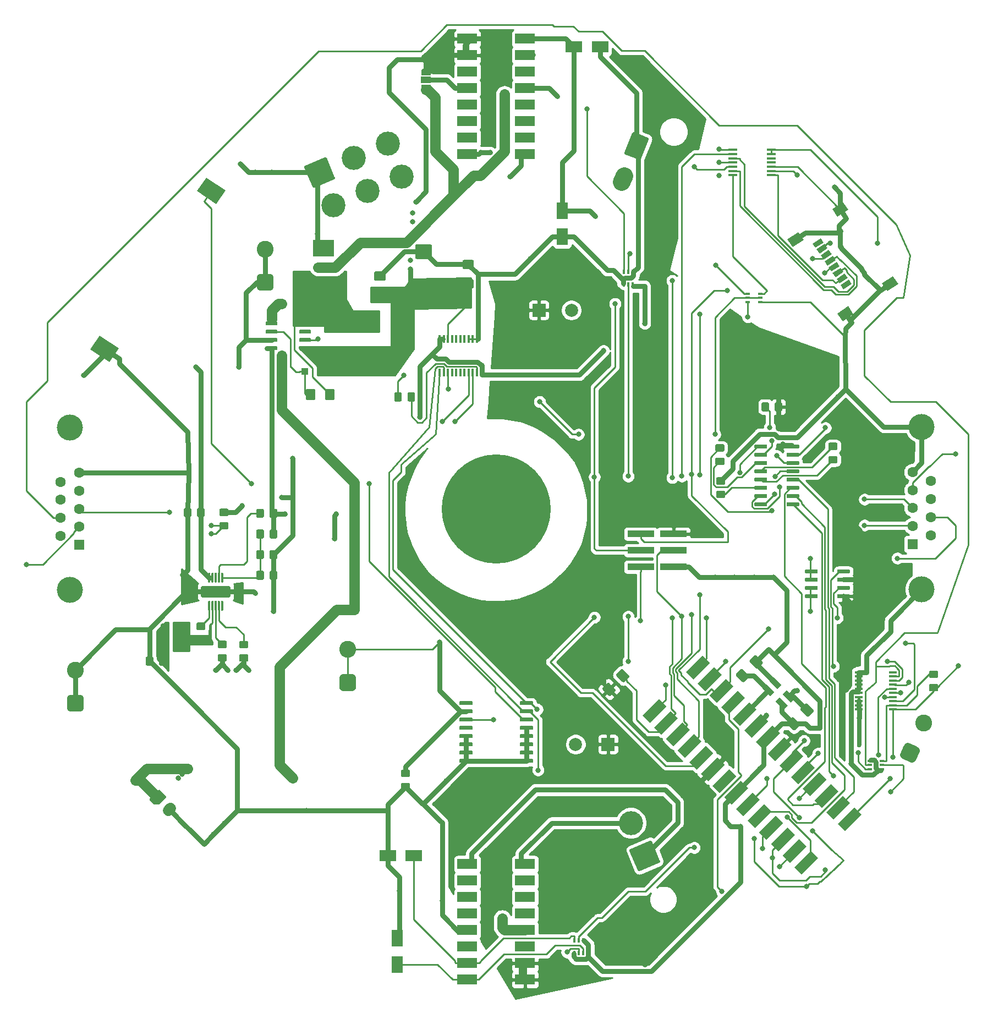
<source format=gbr>
G04 #@! TF.GenerationSoftware,KiCad,Pcbnew,5.1.5-52549c5~84~ubuntu18.04.1*
G04 #@! TF.CreationDate,2020-02-05T15:24:46-05:00*
G04 #@! TF.ProjectId,datapod,64617461-706f-4642-9e6b-696361645f70,1*
G04 #@! TF.SameCoordinates,Original*
G04 #@! TF.FileFunction,Copper,L1,Top*
G04 #@! TF.FilePolarity,Positive*
%FSLAX46Y46*%
G04 Gerber Fmt 4.6, Leading zero omitted, Abs format (unit mm)*
G04 Created by KiCad (PCBNEW 5.1.5-52549c5~84~ubuntu18.04.1) date 2020-02-05 15:24:46*
%MOMM*%
%LPD*%
G04 APERTURE LIST*
%ADD10R,3.100000X1.600000*%
%ADD11C,0.100000*%
%ADD12R,4.150000X1.000000*%
%ADD13R,1.600000X1.600000*%
%ADD14C,1.600000*%
%ADD15C,4.000000*%
%ADD16R,1.800000X2.500000*%
%ADD17R,1.200000X0.400000*%
%ADD18R,0.400000X0.650000*%
%ADD19C,3.700000*%
%ADD20R,2.500000X1.800000*%
%ADD21C,2.700000*%
%ADD22R,1.450000X0.450000*%
%ADD23R,3.300000X2.500000*%
%ADD24R,3.400000X2.000000*%
%ADD25R,0.650000X0.400000*%
%ADD26R,0.400000X1.200000*%
%ADD27C,1.100000*%
%ADD28C,16.799999*%
%ADD29C,2.600000*%
%ADD30R,1.500000X1.000000*%
%ADD31C,1.700000*%
%ADD32R,1.000000X1.000000*%
%ADD33C,2.000000*%
%ADD34R,2.000000X2.000000*%
%ADD35C,0.800000*%
%ADD36C,0.250000*%
%ADD37C,0.800000*%
%ADD38C,0.399800*%
%ADD39C,1.600000*%
%ADD40C,0.254000*%
G04 APERTURE END LIST*
D10*
X104775000Y-24130000D03*
X95885000Y-41910000D03*
X104775000Y-26670000D03*
X95885000Y-39370000D03*
X104775000Y-29210000D03*
X95885000Y-36830000D03*
X104775000Y-31750000D03*
X95885000Y-34290000D03*
X104775000Y-34290000D03*
X95885000Y-31750000D03*
X104775000Y-36830000D03*
X95885000Y-29210000D03*
X104775000Y-39370000D03*
X95885000Y-26670000D03*
X104775000Y-41910000D03*
X95885000Y-24130000D03*
X95885000Y-168910000D03*
X104775000Y-151130000D03*
X95885000Y-166370000D03*
X104775000Y-153670000D03*
X95885000Y-163830000D03*
X104775000Y-156210000D03*
X95885000Y-161290000D03*
X104775000Y-158750000D03*
X95885000Y-158750000D03*
X104775000Y-161290000D03*
X95885000Y-156210000D03*
X104775000Y-163830000D03*
X95885000Y-153670000D03*
X104775000Y-166370000D03*
X95885000Y-151130000D03*
X104775000Y-168910000D03*
G04 #@! TA.AperFunction,SMDPad,CuDef*
D11*
G36*
X148729754Y-149077541D02*
G01*
X149861125Y-150208912D01*
X147315540Y-152754497D01*
X146184169Y-151623126D01*
X148729754Y-149077541D01*
G37*
G04 #@! TD.AperFunction*
G04 #@! TA.AperFunction,SMDPad,CuDef*
G36*
X132084460Y-119025503D02*
G01*
X133215831Y-120156874D01*
X130670246Y-122702459D01*
X129538875Y-121571088D01*
X132084460Y-119025503D01*
G37*
G04 #@! TD.AperFunction*
G04 #@! TA.AperFunction,SMDPad,CuDef*
G36*
X146933703Y-147281490D02*
G01*
X148065074Y-148412861D01*
X145519489Y-150958446D01*
X144388118Y-149827075D01*
X146933703Y-147281490D01*
G37*
G04 #@! TD.AperFunction*
G04 #@! TA.AperFunction,SMDPad,CuDef*
G36*
X133880511Y-120821554D02*
G01*
X135011882Y-121952925D01*
X132466297Y-124498510D01*
X131334926Y-123367139D01*
X133880511Y-120821554D01*
G37*
G04 #@! TD.AperFunction*
G04 #@! TA.AperFunction,SMDPad,CuDef*
G36*
X145137651Y-145485439D02*
G01*
X146269022Y-146616810D01*
X143723437Y-149162395D01*
X142592066Y-148031024D01*
X145137651Y-145485439D01*
G37*
G04 #@! TD.AperFunction*
G04 #@! TA.AperFunction,SMDPad,CuDef*
G36*
X135676563Y-122617605D02*
G01*
X136807934Y-123748976D01*
X134262349Y-126294561D01*
X133130978Y-125163190D01*
X135676563Y-122617605D01*
G37*
G04 #@! TD.AperFunction*
G04 #@! TA.AperFunction,SMDPad,CuDef*
G36*
X143341600Y-143689387D02*
G01*
X144472971Y-144820758D01*
X141927386Y-147366343D01*
X140796015Y-146234972D01*
X143341600Y-143689387D01*
G37*
G04 #@! TD.AperFunction*
G04 #@! TA.AperFunction,SMDPad,CuDef*
G36*
X137472614Y-124413657D02*
G01*
X138603985Y-125545028D01*
X136058400Y-128090613D01*
X134927029Y-126959242D01*
X137472614Y-124413657D01*
G37*
G04 #@! TD.AperFunction*
G04 #@! TA.AperFunction,SMDPad,CuDef*
G36*
X141545549Y-141893336D02*
G01*
X142676920Y-143024707D01*
X140131335Y-145570292D01*
X138999964Y-144438921D01*
X141545549Y-141893336D01*
G37*
G04 #@! TD.AperFunction*
G04 #@! TA.AperFunction,SMDPad,CuDef*
G36*
X139268665Y-126209708D02*
G01*
X140400036Y-127341079D01*
X137854451Y-129886664D01*
X136723080Y-128755293D01*
X139268665Y-126209708D01*
G37*
G04 #@! TD.AperFunction*
G04 #@! TA.AperFunction,SMDPad,CuDef*
G36*
X139749498Y-140097285D02*
G01*
X140880869Y-141228656D01*
X138335284Y-143774241D01*
X137203913Y-142642870D01*
X139749498Y-140097285D01*
G37*
G04 #@! TD.AperFunction*
G04 #@! TA.AperFunction,SMDPad,CuDef*
G36*
X141064716Y-128005759D02*
G01*
X142196087Y-129137130D01*
X139650502Y-131682715D01*
X138519131Y-130551344D01*
X141064716Y-128005759D01*
G37*
G04 #@! TD.AperFunction*
G04 #@! TA.AperFunction,SMDPad,CuDef*
G36*
X137953446Y-138301234D02*
G01*
X139084817Y-139432605D01*
X136539232Y-141978190D01*
X135407861Y-140846819D01*
X137953446Y-138301234D01*
G37*
G04 #@! TD.AperFunction*
G04 #@! TA.AperFunction,SMDPad,CuDef*
G36*
X142860768Y-129801810D02*
G01*
X143992139Y-130933181D01*
X141446554Y-133478766D01*
X140315183Y-132347395D01*
X142860768Y-129801810D01*
G37*
G04 #@! TD.AperFunction*
G04 #@! TA.AperFunction,SMDPad,CuDef*
G36*
X136157395Y-136505183D02*
G01*
X137288766Y-137636554D01*
X134743181Y-140182139D01*
X133611810Y-139050768D01*
X136157395Y-136505183D01*
G37*
G04 #@! TD.AperFunction*
G04 #@! TA.AperFunction,SMDPad,CuDef*
G36*
X144656819Y-131597861D02*
G01*
X145788190Y-132729232D01*
X143242605Y-135274817D01*
X142111234Y-134143446D01*
X144656819Y-131597861D01*
G37*
G04 #@! TD.AperFunction*
G04 #@! TA.AperFunction,SMDPad,CuDef*
G36*
X134361344Y-134709131D02*
G01*
X135492715Y-135840502D01*
X132947130Y-138386087D01*
X131815759Y-137254716D01*
X134361344Y-134709131D01*
G37*
G04 #@! TD.AperFunction*
G04 #@! TA.AperFunction,SMDPad,CuDef*
G36*
X146452870Y-133393913D02*
G01*
X147584241Y-134525284D01*
X145038656Y-137070869D01*
X143907285Y-135939498D01*
X146452870Y-133393913D01*
G37*
G04 #@! TD.AperFunction*
G04 #@! TA.AperFunction,SMDPad,CuDef*
G36*
X132565293Y-132913080D02*
G01*
X133696664Y-134044451D01*
X131151079Y-136590036D01*
X130019708Y-135458665D01*
X132565293Y-132913080D01*
G37*
G04 #@! TD.AperFunction*
G04 #@! TA.AperFunction,SMDPad,CuDef*
G36*
X148248921Y-135189964D02*
G01*
X149380292Y-136321335D01*
X146834707Y-138866920D01*
X145703336Y-137735549D01*
X148248921Y-135189964D01*
G37*
G04 #@! TD.AperFunction*
G04 #@! TA.AperFunction,SMDPad,CuDef*
G36*
X130769242Y-131117029D02*
G01*
X131900613Y-132248400D01*
X129355028Y-134793985D01*
X128223657Y-133662614D01*
X130769242Y-131117029D01*
G37*
G04 #@! TD.AperFunction*
G04 #@! TA.AperFunction,SMDPad,CuDef*
G36*
X150044972Y-136986015D02*
G01*
X151176343Y-138117386D01*
X148630758Y-140662971D01*
X147499387Y-139531600D01*
X150044972Y-136986015D01*
G37*
G04 #@! TD.AperFunction*
G04 #@! TA.AperFunction,SMDPad,CuDef*
G36*
X128973190Y-129320978D02*
G01*
X130104561Y-130452349D01*
X127558976Y-132997934D01*
X126427605Y-131866563D01*
X128973190Y-129320978D01*
G37*
G04 #@! TD.AperFunction*
G04 #@! TA.AperFunction,SMDPad,CuDef*
G36*
X151841024Y-138782066D02*
G01*
X152972395Y-139913437D01*
X150426810Y-142459022D01*
X149295439Y-141327651D01*
X151841024Y-138782066D01*
G37*
G04 #@! TD.AperFunction*
G04 #@! TA.AperFunction,SMDPad,CuDef*
G36*
X127177139Y-127524926D02*
G01*
X128308510Y-128656297D01*
X125762925Y-131201882D01*
X124631554Y-130070511D01*
X127177139Y-127524926D01*
G37*
G04 #@! TD.AperFunction*
G04 #@! TA.AperFunction,SMDPad,CuDef*
G36*
X153637075Y-140578118D02*
G01*
X154768446Y-141709489D01*
X152222861Y-144255074D01*
X151091490Y-143123703D01*
X153637075Y-140578118D01*
G37*
G04 #@! TD.AperFunction*
G04 #@! TA.AperFunction,SMDPad,CuDef*
G36*
X125381088Y-125728875D02*
G01*
X126512459Y-126860246D01*
X123966874Y-129405831D01*
X122835503Y-128274460D01*
X125381088Y-125728875D01*
G37*
G04 #@! TD.AperFunction*
G04 #@! TA.AperFunction,SMDPad,CuDef*
G36*
X155440197Y-142381240D02*
G01*
X156571568Y-143512611D01*
X154025983Y-146058196D01*
X152894612Y-144926825D01*
X155440197Y-142381240D01*
G37*
G04 #@! TD.AperFunction*
D12*
X122570000Y-100330000D03*
X127620000Y-100330000D03*
X122570000Y-102870000D03*
X127620000Y-102870000D03*
X122570000Y-105410000D03*
X127620000Y-105410000D03*
D13*
X36148554Y-102000000D03*
D14*
X36148554Y-99230000D03*
X36148554Y-96460000D03*
X36148554Y-93690000D03*
X36148554Y-90920000D03*
X33308554Y-100615000D03*
X33308554Y-97845000D03*
X33308554Y-95075000D03*
X33308554Y-92305000D03*
D15*
X34728554Y-83960000D03*
X34728554Y-108960000D03*
D16*
X110490000Y-50610000D03*
X110490000Y-54610000D03*
G04 #@! TA.AperFunction,SMDPad,CuDef*
D11*
G36*
X141253771Y-124063183D02*
G01*
X141890167Y-123426787D01*
X143127603Y-124664223D01*
X142491207Y-125300619D01*
X141253771Y-124063183D01*
G37*
G04 #@! TD.AperFunction*
G04 #@! TA.AperFunction,SMDPad,CuDef*
G36*
X143304381Y-126113793D02*
G01*
X143940777Y-125477397D01*
X145178213Y-126714833D01*
X144541817Y-127351229D01*
X143304381Y-126113793D01*
G37*
G04 #@! TD.AperFunction*
G04 #@! TA.AperFunction,SMDPad,CuDef*
G36*
X144400397Y-125017777D02*
G01*
X145036793Y-124381381D01*
X146274229Y-125618817D01*
X145637833Y-126255213D01*
X144400397Y-125017777D01*
G37*
G04 #@! TD.AperFunction*
G04 #@! TA.AperFunction,SMDPad,CuDef*
G36*
X142349787Y-122967167D02*
G01*
X142986183Y-122330771D01*
X144223619Y-123568207D01*
X143587223Y-124204603D01*
X142349787Y-122967167D01*
G37*
G04 #@! TD.AperFunction*
D17*
X156150000Y-127317500D03*
X156150000Y-126682500D03*
X156150000Y-126047500D03*
X156150000Y-125412500D03*
X156150000Y-124777500D03*
X156150000Y-124142500D03*
X156150000Y-123507500D03*
X156150000Y-122872500D03*
X156150000Y-122237500D03*
X156150000Y-121602500D03*
X161350000Y-121602500D03*
X161350000Y-122237500D03*
X161350000Y-122872500D03*
X161350000Y-123507500D03*
X161350000Y-124142500D03*
X161350000Y-124777500D03*
X161350000Y-125412500D03*
X161350000Y-126047500D03*
X161350000Y-126682500D03*
X161350000Y-127317500D03*
G04 #@! TA.AperFunction,SMDPad,CuDef*
D11*
G36*
X86834505Y-136586204D02*
G01*
X86858773Y-136589804D01*
X86882572Y-136595765D01*
X86905671Y-136604030D01*
X86927850Y-136614520D01*
X86948893Y-136627132D01*
X86968599Y-136641747D01*
X86986777Y-136658223D01*
X87003253Y-136676401D01*
X87017868Y-136696107D01*
X87030480Y-136717150D01*
X87040970Y-136739329D01*
X87049235Y-136762428D01*
X87055196Y-136786227D01*
X87058796Y-136810495D01*
X87060000Y-136834999D01*
X87060000Y-137485001D01*
X87058796Y-137509505D01*
X87055196Y-137533773D01*
X87049235Y-137557572D01*
X87040970Y-137580671D01*
X87030480Y-137602850D01*
X87017868Y-137623893D01*
X87003253Y-137643599D01*
X86986777Y-137661777D01*
X86968599Y-137678253D01*
X86948893Y-137692868D01*
X86927850Y-137705480D01*
X86905671Y-137715970D01*
X86882572Y-137724235D01*
X86858773Y-137730196D01*
X86834505Y-137733796D01*
X86810001Y-137735000D01*
X85909999Y-137735000D01*
X85885495Y-137733796D01*
X85861227Y-137730196D01*
X85837428Y-137724235D01*
X85814329Y-137715970D01*
X85792150Y-137705480D01*
X85771107Y-137692868D01*
X85751401Y-137678253D01*
X85733223Y-137661777D01*
X85716747Y-137643599D01*
X85702132Y-137623893D01*
X85689520Y-137602850D01*
X85679030Y-137580671D01*
X85670765Y-137557572D01*
X85664804Y-137533773D01*
X85661204Y-137509505D01*
X85660000Y-137485001D01*
X85660000Y-136834999D01*
X85661204Y-136810495D01*
X85664804Y-136786227D01*
X85670765Y-136762428D01*
X85679030Y-136739329D01*
X85689520Y-136717150D01*
X85702132Y-136696107D01*
X85716747Y-136676401D01*
X85733223Y-136658223D01*
X85751401Y-136641747D01*
X85771107Y-136627132D01*
X85792150Y-136614520D01*
X85814329Y-136604030D01*
X85837428Y-136595765D01*
X85861227Y-136589804D01*
X85885495Y-136586204D01*
X85909999Y-136585000D01*
X86810001Y-136585000D01*
X86834505Y-136586204D01*
G37*
G04 #@! TD.AperFunction*
G04 #@! TA.AperFunction,SMDPad,CuDef*
G36*
X86834505Y-138636204D02*
G01*
X86858773Y-138639804D01*
X86882572Y-138645765D01*
X86905671Y-138654030D01*
X86927850Y-138664520D01*
X86948893Y-138677132D01*
X86968599Y-138691747D01*
X86986777Y-138708223D01*
X87003253Y-138726401D01*
X87017868Y-138746107D01*
X87030480Y-138767150D01*
X87040970Y-138789329D01*
X87049235Y-138812428D01*
X87055196Y-138836227D01*
X87058796Y-138860495D01*
X87060000Y-138884999D01*
X87060000Y-139535001D01*
X87058796Y-139559505D01*
X87055196Y-139583773D01*
X87049235Y-139607572D01*
X87040970Y-139630671D01*
X87030480Y-139652850D01*
X87017868Y-139673893D01*
X87003253Y-139693599D01*
X86986777Y-139711777D01*
X86968599Y-139728253D01*
X86948893Y-139742868D01*
X86927850Y-139755480D01*
X86905671Y-139765970D01*
X86882572Y-139774235D01*
X86858773Y-139780196D01*
X86834505Y-139783796D01*
X86810001Y-139785000D01*
X85909999Y-139785000D01*
X85885495Y-139783796D01*
X85861227Y-139780196D01*
X85837428Y-139774235D01*
X85814329Y-139765970D01*
X85792150Y-139755480D01*
X85771107Y-139742868D01*
X85751401Y-139728253D01*
X85733223Y-139711777D01*
X85716747Y-139693599D01*
X85702132Y-139673893D01*
X85689520Y-139652850D01*
X85679030Y-139630671D01*
X85670765Y-139607572D01*
X85664804Y-139583773D01*
X85661204Y-139559505D01*
X85660000Y-139535001D01*
X85660000Y-138884999D01*
X85661204Y-138860495D01*
X85664804Y-138836227D01*
X85670765Y-138812428D01*
X85679030Y-138789329D01*
X85689520Y-138767150D01*
X85702132Y-138746107D01*
X85716747Y-138726401D01*
X85733223Y-138708223D01*
X85751401Y-138691747D01*
X85771107Y-138677132D01*
X85792150Y-138664520D01*
X85814329Y-138654030D01*
X85837428Y-138645765D01*
X85861227Y-138639804D01*
X85885495Y-138636204D01*
X85909999Y-138635000D01*
X86810001Y-138635000D01*
X86834505Y-138636204D01*
G37*
G04 #@! TD.AperFunction*
G04 #@! TA.AperFunction,SMDPad,CuDef*
G36*
X96569703Y-126065722D02*
G01*
X96584264Y-126067882D01*
X96598543Y-126071459D01*
X96612403Y-126076418D01*
X96625710Y-126082712D01*
X96638336Y-126090280D01*
X96650159Y-126099048D01*
X96661066Y-126108934D01*
X96670952Y-126119841D01*
X96679720Y-126131664D01*
X96687288Y-126144290D01*
X96693582Y-126157597D01*
X96698541Y-126171457D01*
X96702118Y-126185736D01*
X96704278Y-126200297D01*
X96705000Y-126215000D01*
X96705000Y-126515000D01*
X96704278Y-126529703D01*
X96702118Y-126544264D01*
X96698541Y-126558543D01*
X96693582Y-126572403D01*
X96687288Y-126585710D01*
X96679720Y-126598336D01*
X96670952Y-126610159D01*
X96661066Y-126621066D01*
X96650159Y-126630952D01*
X96638336Y-126639720D01*
X96625710Y-126647288D01*
X96612403Y-126653582D01*
X96598543Y-126658541D01*
X96584264Y-126662118D01*
X96569703Y-126664278D01*
X96555000Y-126665000D01*
X94805000Y-126665000D01*
X94790297Y-126664278D01*
X94775736Y-126662118D01*
X94761457Y-126658541D01*
X94747597Y-126653582D01*
X94734290Y-126647288D01*
X94721664Y-126639720D01*
X94709841Y-126630952D01*
X94698934Y-126621066D01*
X94689048Y-126610159D01*
X94680280Y-126598336D01*
X94672712Y-126585710D01*
X94666418Y-126572403D01*
X94661459Y-126558543D01*
X94657882Y-126544264D01*
X94655722Y-126529703D01*
X94655000Y-126515000D01*
X94655000Y-126215000D01*
X94655722Y-126200297D01*
X94657882Y-126185736D01*
X94661459Y-126171457D01*
X94666418Y-126157597D01*
X94672712Y-126144290D01*
X94680280Y-126131664D01*
X94689048Y-126119841D01*
X94698934Y-126108934D01*
X94709841Y-126099048D01*
X94721664Y-126090280D01*
X94734290Y-126082712D01*
X94747597Y-126076418D01*
X94761457Y-126071459D01*
X94775736Y-126067882D01*
X94790297Y-126065722D01*
X94805000Y-126065000D01*
X96555000Y-126065000D01*
X96569703Y-126065722D01*
G37*
G04 #@! TD.AperFunction*
G04 #@! TA.AperFunction,SMDPad,CuDef*
G36*
X96569703Y-127335722D02*
G01*
X96584264Y-127337882D01*
X96598543Y-127341459D01*
X96612403Y-127346418D01*
X96625710Y-127352712D01*
X96638336Y-127360280D01*
X96650159Y-127369048D01*
X96661066Y-127378934D01*
X96670952Y-127389841D01*
X96679720Y-127401664D01*
X96687288Y-127414290D01*
X96693582Y-127427597D01*
X96698541Y-127441457D01*
X96702118Y-127455736D01*
X96704278Y-127470297D01*
X96705000Y-127485000D01*
X96705000Y-127785000D01*
X96704278Y-127799703D01*
X96702118Y-127814264D01*
X96698541Y-127828543D01*
X96693582Y-127842403D01*
X96687288Y-127855710D01*
X96679720Y-127868336D01*
X96670952Y-127880159D01*
X96661066Y-127891066D01*
X96650159Y-127900952D01*
X96638336Y-127909720D01*
X96625710Y-127917288D01*
X96612403Y-127923582D01*
X96598543Y-127928541D01*
X96584264Y-127932118D01*
X96569703Y-127934278D01*
X96555000Y-127935000D01*
X94805000Y-127935000D01*
X94790297Y-127934278D01*
X94775736Y-127932118D01*
X94761457Y-127928541D01*
X94747597Y-127923582D01*
X94734290Y-127917288D01*
X94721664Y-127909720D01*
X94709841Y-127900952D01*
X94698934Y-127891066D01*
X94689048Y-127880159D01*
X94680280Y-127868336D01*
X94672712Y-127855710D01*
X94666418Y-127842403D01*
X94661459Y-127828543D01*
X94657882Y-127814264D01*
X94655722Y-127799703D01*
X94655000Y-127785000D01*
X94655000Y-127485000D01*
X94655722Y-127470297D01*
X94657882Y-127455736D01*
X94661459Y-127441457D01*
X94666418Y-127427597D01*
X94672712Y-127414290D01*
X94680280Y-127401664D01*
X94689048Y-127389841D01*
X94698934Y-127378934D01*
X94709841Y-127369048D01*
X94721664Y-127360280D01*
X94734290Y-127352712D01*
X94747597Y-127346418D01*
X94761457Y-127341459D01*
X94775736Y-127337882D01*
X94790297Y-127335722D01*
X94805000Y-127335000D01*
X96555000Y-127335000D01*
X96569703Y-127335722D01*
G37*
G04 #@! TD.AperFunction*
G04 #@! TA.AperFunction,SMDPad,CuDef*
G36*
X96569703Y-128605722D02*
G01*
X96584264Y-128607882D01*
X96598543Y-128611459D01*
X96612403Y-128616418D01*
X96625710Y-128622712D01*
X96638336Y-128630280D01*
X96650159Y-128639048D01*
X96661066Y-128648934D01*
X96670952Y-128659841D01*
X96679720Y-128671664D01*
X96687288Y-128684290D01*
X96693582Y-128697597D01*
X96698541Y-128711457D01*
X96702118Y-128725736D01*
X96704278Y-128740297D01*
X96705000Y-128755000D01*
X96705000Y-129055000D01*
X96704278Y-129069703D01*
X96702118Y-129084264D01*
X96698541Y-129098543D01*
X96693582Y-129112403D01*
X96687288Y-129125710D01*
X96679720Y-129138336D01*
X96670952Y-129150159D01*
X96661066Y-129161066D01*
X96650159Y-129170952D01*
X96638336Y-129179720D01*
X96625710Y-129187288D01*
X96612403Y-129193582D01*
X96598543Y-129198541D01*
X96584264Y-129202118D01*
X96569703Y-129204278D01*
X96555000Y-129205000D01*
X94805000Y-129205000D01*
X94790297Y-129204278D01*
X94775736Y-129202118D01*
X94761457Y-129198541D01*
X94747597Y-129193582D01*
X94734290Y-129187288D01*
X94721664Y-129179720D01*
X94709841Y-129170952D01*
X94698934Y-129161066D01*
X94689048Y-129150159D01*
X94680280Y-129138336D01*
X94672712Y-129125710D01*
X94666418Y-129112403D01*
X94661459Y-129098543D01*
X94657882Y-129084264D01*
X94655722Y-129069703D01*
X94655000Y-129055000D01*
X94655000Y-128755000D01*
X94655722Y-128740297D01*
X94657882Y-128725736D01*
X94661459Y-128711457D01*
X94666418Y-128697597D01*
X94672712Y-128684290D01*
X94680280Y-128671664D01*
X94689048Y-128659841D01*
X94698934Y-128648934D01*
X94709841Y-128639048D01*
X94721664Y-128630280D01*
X94734290Y-128622712D01*
X94747597Y-128616418D01*
X94761457Y-128611459D01*
X94775736Y-128607882D01*
X94790297Y-128605722D01*
X94805000Y-128605000D01*
X96555000Y-128605000D01*
X96569703Y-128605722D01*
G37*
G04 #@! TD.AperFunction*
G04 #@! TA.AperFunction,SMDPad,CuDef*
G36*
X96569703Y-129875722D02*
G01*
X96584264Y-129877882D01*
X96598543Y-129881459D01*
X96612403Y-129886418D01*
X96625710Y-129892712D01*
X96638336Y-129900280D01*
X96650159Y-129909048D01*
X96661066Y-129918934D01*
X96670952Y-129929841D01*
X96679720Y-129941664D01*
X96687288Y-129954290D01*
X96693582Y-129967597D01*
X96698541Y-129981457D01*
X96702118Y-129995736D01*
X96704278Y-130010297D01*
X96705000Y-130025000D01*
X96705000Y-130325000D01*
X96704278Y-130339703D01*
X96702118Y-130354264D01*
X96698541Y-130368543D01*
X96693582Y-130382403D01*
X96687288Y-130395710D01*
X96679720Y-130408336D01*
X96670952Y-130420159D01*
X96661066Y-130431066D01*
X96650159Y-130440952D01*
X96638336Y-130449720D01*
X96625710Y-130457288D01*
X96612403Y-130463582D01*
X96598543Y-130468541D01*
X96584264Y-130472118D01*
X96569703Y-130474278D01*
X96555000Y-130475000D01*
X94805000Y-130475000D01*
X94790297Y-130474278D01*
X94775736Y-130472118D01*
X94761457Y-130468541D01*
X94747597Y-130463582D01*
X94734290Y-130457288D01*
X94721664Y-130449720D01*
X94709841Y-130440952D01*
X94698934Y-130431066D01*
X94689048Y-130420159D01*
X94680280Y-130408336D01*
X94672712Y-130395710D01*
X94666418Y-130382403D01*
X94661459Y-130368543D01*
X94657882Y-130354264D01*
X94655722Y-130339703D01*
X94655000Y-130325000D01*
X94655000Y-130025000D01*
X94655722Y-130010297D01*
X94657882Y-129995736D01*
X94661459Y-129981457D01*
X94666418Y-129967597D01*
X94672712Y-129954290D01*
X94680280Y-129941664D01*
X94689048Y-129929841D01*
X94698934Y-129918934D01*
X94709841Y-129909048D01*
X94721664Y-129900280D01*
X94734290Y-129892712D01*
X94747597Y-129886418D01*
X94761457Y-129881459D01*
X94775736Y-129877882D01*
X94790297Y-129875722D01*
X94805000Y-129875000D01*
X96555000Y-129875000D01*
X96569703Y-129875722D01*
G37*
G04 #@! TD.AperFunction*
G04 #@! TA.AperFunction,SMDPad,CuDef*
G36*
X96569703Y-131145722D02*
G01*
X96584264Y-131147882D01*
X96598543Y-131151459D01*
X96612403Y-131156418D01*
X96625710Y-131162712D01*
X96638336Y-131170280D01*
X96650159Y-131179048D01*
X96661066Y-131188934D01*
X96670952Y-131199841D01*
X96679720Y-131211664D01*
X96687288Y-131224290D01*
X96693582Y-131237597D01*
X96698541Y-131251457D01*
X96702118Y-131265736D01*
X96704278Y-131280297D01*
X96705000Y-131295000D01*
X96705000Y-131595000D01*
X96704278Y-131609703D01*
X96702118Y-131624264D01*
X96698541Y-131638543D01*
X96693582Y-131652403D01*
X96687288Y-131665710D01*
X96679720Y-131678336D01*
X96670952Y-131690159D01*
X96661066Y-131701066D01*
X96650159Y-131710952D01*
X96638336Y-131719720D01*
X96625710Y-131727288D01*
X96612403Y-131733582D01*
X96598543Y-131738541D01*
X96584264Y-131742118D01*
X96569703Y-131744278D01*
X96555000Y-131745000D01*
X94805000Y-131745000D01*
X94790297Y-131744278D01*
X94775736Y-131742118D01*
X94761457Y-131738541D01*
X94747597Y-131733582D01*
X94734290Y-131727288D01*
X94721664Y-131719720D01*
X94709841Y-131710952D01*
X94698934Y-131701066D01*
X94689048Y-131690159D01*
X94680280Y-131678336D01*
X94672712Y-131665710D01*
X94666418Y-131652403D01*
X94661459Y-131638543D01*
X94657882Y-131624264D01*
X94655722Y-131609703D01*
X94655000Y-131595000D01*
X94655000Y-131295000D01*
X94655722Y-131280297D01*
X94657882Y-131265736D01*
X94661459Y-131251457D01*
X94666418Y-131237597D01*
X94672712Y-131224290D01*
X94680280Y-131211664D01*
X94689048Y-131199841D01*
X94698934Y-131188934D01*
X94709841Y-131179048D01*
X94721664Y-131170280D01*
X94734290Y-131162712D01*
X94747597Y-131156418D01*
X94761457Y-131151459D01*
X94775736Y-131147882D01*
X94790297Y-131145722D01*
X94805000Y-131145000D01*
X96555000Y-131145000D01*
X96569703Y-131145722D01*
G37*
G04 #@! TD.AperFunction*
G04 #@! TA.AperFunction,SMDPad,CuDef*
G36*
X96569703Y-132415722D02*
G01*
X96584264Y-132417882D01*
X96598543Y-132421459D01*
X96612403Y-132426418D01*
X96625710Y-132432712D01*
X96638336Y-132440280D01*
X96650159Y-132449048D01*
X96661066Y-132458934D01*
X96670952Y-132469841D01*
X96679720Y-132481664D01*
X96687288Y-132494290D01*
X96693582Y-132507597D01*
X96698541Y-132521457D01*
X96702118Y-132535736D01*
X96704278Y-132550297D01*
X96705000Y-132565000D01*
X96705000Y-132865000D01*
X96704278Y-132879703D01*
X96702118Y-132894264D01*
X96698541Y-132908543D01*
X96693582Y-132922403D01*
X96687288Y-132935710D01*
X96679720Y-132948336D01*
X96670952Y-132960159D01*
X96661066Y-132971066D01*
X96650159Y-132980952D01*
X96638336Y-132989720D01*
X96625710Y-132997288D01*
X96612403Y-133003582D01*
X96598543Y-133008541D01*
X96584264Y-133012118D01*
X96569703Y-133014278D01*
X96555000Y-133015000D01*
X94805000Y-133015000D01*
X94790297Y-133014278D01*
X94775736Y-133012118D01*
X94761457Y-133008541D01*
X94747597Y-133003582D01*
X94734290Y-132997288D01*
X94721664Y-132989720D01*
X94709841Y-132980952D01*
X94698934Y-132971066D01*
X94689048Y-132960159D01*
X94680280Y-132948336D01*
X94672712Y-132935710D01*
X94666418Y-132922403D01*
X94661459Y-132908543D01*
X94657882Y-132894264D01*
X94655722Y-132879703D01*
X94655000Y-132865000D01*
X94655000Y-132565000D01*
X94655722Y-132550297D01*
X94657882Y-132535736D01*
X94661459Y-132521457D01*
X94666418Y-132507597D01*
X94672712Y-132494290D01*
X94680280Y-132481664D01*
X94689048Y-132469841D01*
X94698934Y-132458934D01*
X94709841Y-132449048D01*
X94721664Y-132440280D01*
X94734290Y-132432712D01*
X94747597Y-132426418D01*
X94761457Y-132421459D01*
X94775736Y-132417882D01*
X94790297Y-132415722D01*
X94805000Y-132415000D01*
X96555000Y-132415000D01*
X96569703Y-132415722D01*
G37*
G04 #@! TD.AperFunction*
G04 #@! TA.AperFunction,SMDPad,CuDef*
G36*
X96569703Y-133685722D02*
G01*
X96584264Y-133687882D01*
X96598543Y-133691459D01*
X96612403Y-133696418D01*
X96625710Y-133702712D01*
X96638336Y-133710280D01*
X96650159Y-133719048D01*
X96661066Y-133728934D01*
X96670952Y-133739841D01*
X96679720Y-133751664D01*
X96687288Y-133764290D01*
X96693582Y-133777597D01*
X96698541Y-133791457D01*
X96702118Y-133805736D01*
X96704278Y-133820297D01*
X96705000Y-133835000D01*
X96705000Y-134135000D01*
X96704278Y-134149703D01*
X96702118Y-134164264D01*
X96698541Y-134178543D01*
X96693582Y-134192403D01*
X96687288Y-134205710D01*
X96679720Y-134218336D01*
X96670952Y-134230159D01*
X96661066Y-134241066D01*
X96650159Y-134250952D01*
X96638336Y-134259720D01*
X96625710Y-134267288D01*
X96612403Y-134273582D01*
X96598543Y-134278541D01*
X96584264Y-134282118D01*
X96569703Y-134284278D01*
X96555000Y-134285000D01*
X94805000Y-134285000D01*
X94790297Y-134284278D01*
X94775736Y-134282118D01*
X94761457Y-134278541D01*
X94747597Y-134273582D01*
X94734290Y-134267288D01*
X94721664Y-134259720D01*
X94709841Y-134250952D01*
X94698934Y-134241066D01*
X94689048Y-134230159D01*
X94680280Y-134218336D01*
X94672712Y-134205710D01*
X94666418Y-134192403D01*
X94661459Y-134178543D01*
X94657882Y-134164264D01*
X94655722Y-134149703D01*
X94655000Y-134135000D01*
X94655000Y-133835000D01*
X94655722Y-133820297D01*
X94657882Y-133805736D01*
X94661459Y-133791457D01*
X94666418Y-133777597D01*
X94672712Y-133764290D01*
X94680280Y-133751664D01*
X94689048Y-133739841D01*
X94698934Y-133728934D01*
X94709841Y-133719048D01*
X94721664Y-133710280D01*
X94734290Y-133702712D01*
X94747597Y-133696418D01*
X94761457Y-133691459D01*
X94775736Y-133687882D01*
X94790297Y-133685722D01*
X94805000Y-133685000D01*
X96555000Y-133685000D01*
X96569703Y-133685722D01*
G37*
G04 #@! TD.AperFunction*
G04 #@! TA.AperFunction,SMDPad,CuDef*
G36*
X96569703Y-134955722D02*
G01*
X96584264Y-134957882D01*
X96598543Y-134961459D01*
X96612403Y-134966418D01*
X96625710Y-134972712D01*
X96638336Y-134980280D01*
X96650159Y-134989048D01*
X96661066Y-134998934D01*
X96670952Y-135009841D01*
X96679720Y-135021664D01*
X96687288Y-135034290D01*
X96693582Y-135047597D01*
X96698541Y-135061457D01*
X96702118Y-135075736D01*
X96704278Y-135090297D01*
X96705000Y-135105000D01*
X96705000Y-135405000D01*
X96704278Y-135419703D01*
X96702118Y-135434264D01*
X96698541Y-135448543D01*
X96693582Y-135462403D01*
X96687288Y-135475710D01*
X96679720Y-135488336D01*
X96670952Y-135500159D01*
X96661066Y-135511066D01*
X96650159Y-135520952D01*
X96638336Y-135529720D01*
X96625710Y-135537288D01*
X96612403Y-135543582D01*
X96598543Y-135548541D01*
X96584264Y-135552118D01*
X96569703Y-135554278D01*
X96555000Y-135555000D01*
X94805000Y-135555000D01*
X94790297Y-135554278D01*
X94775736Y-135552118D01*
X94761457Y-135548541D01*
X94747597Y-135543582D01*
X94734290Y-135537288D01*
X94721664Y-135529720D01*
X94709841Y-135520952D01*
X94698934Y-135511066D01*
X94689048Y-135500159D01*
X94680280Y-135488336D01*
X94672712Y-135475710D01*
X94666418Y-135462403D01*
X94661459Y-135448543D01*
X94657882Y-135434264D01*
X94655722Y-135419703D01*
X94655000Y-135405000D01*
X94655000Y-135105000D01*
X94655722Y-135090297D01*
X94657882Y-135075736D01*
X94661459Y-135061457D01*
X94666418Y-135047597D01*
X94672712Y-135034290D01*
X94680280Y-135021664D01*
X94689048Y-135009841D01*
X94698934Y-134998934D01*
X94709841Y-134989048D01*
X94721664Y-134980280D01*
X94734290Y-134972712D01*
X94747597Y-134966418D01*
X94761457Y-134961459D01*
X94775736Y-134957882D01*
X94790297Y-134955722D01*
X94805000Y-134955000D01*
X96555000Y-134955000D01*
X96569703Y-134955722D01*
G37*
G04 #@! TD.AperFunction*
G04 #@! TA.AperFunction,SMDPad,CuDef*
G36*
X105869703Y-134955722D02*
G01*
X105884264Y-134957882D01*
X105898543Y-134961459D01*
X105912403Y-134966418D01*
X105925710Y-134972712D01*
X105938336Y-134980280D01*
X105950159Y-134989048D01*
X105961066Y-134998934D01*
X105970952Y-135009841D01*
X105979720Y-135021664D01*
X105987288Y-135034290D01*
X105993582Y-135047597D01*
X105998541Y-135061457D01*
X106002118Y-135075736D01*
X106004278Y-135090297D01*
X106005000Y-135105000D01*
X106005000Y-135405000D01*
X106004278Y-135419703D01*
X106002118Y-135434264D01*
X105998541Y-135448543D01*
X105993582Y-135462403D01*
X105987288Y-135475710D01*
X105979720Y-135488336D01*
X105970952Y-135500159D01*
X105961066Y-135511066D01*
X105950159Y-135520952D01*
X105938336Y-135529720D01*
X105925710Y-135537288D01*
X105912403Y-135543582D01*
X105898543Y-135548541D01*
X105884264Y-135552118D01*
X105869703Y-135554278D01*
X105855000Y-135555000D01*
X104105000Y-135555000D01*
X104090297Y-135554278D01*
X104075736Y-135552118D01*
X104061457Y-135548541D01*
X104047597Y-135543582D01*
X104034290Y-135537288D01*
X104021664Y-135529720D01*
X104009841Y-135520952D01*
X103998934Y-135511066D01*
X103989048Y-135500159D01*
X103980280Y-135488336D01*
X103972712Y-135475710D01*
X103966418Y-135462403D01*
X103961459Y-135448543D01*
X103957882Y-135434264D01*
X103955722Y-135419703D01*
X103955000Y-135405000D01*
X103955000Y-135105000D01*
X103955722Y-135090297D01*
X103957882Y-135075736D01*
X103961459Y-135061457D01*
X103966418Y-135047597D01*
X103972712Y-135034290D01*
X103980280Y-135021664D01*
X103989048Y-135009841D01*
X103998934Y-134998934D01*
X104009841Y-134989048D01*
X104021664Y-134980280D01*
X104034290Y-134972712D01*
X104047597Y-134966418D01*
X104061457Y-134961459D01*
X104075736Y-134957882D01*
X104090297Y-134955722D01*
X104105000Y-134955000D01*
X105855000Y-134955000D01*
X105869703Y-134955722D01*
G37*
G04 #@! TD.AperFunction*
G04 #@! TA.AperFunction,SMDPad,CuDef*
G36*
X105869703Y-133685722D02*
G01*
X105884264Y-133687882D01*
X105898543Y-133691459D01*
X105912403Y-133696418D01*
X105925710Y-133702712D01*
X105938336Y-133710280D01*
X105950159Y-133719048D01*
X105961066Y-133728934D01*
X105970952Y-133739841D01*
X105979720Y-133751664D01*
X105987288Y-133764290D01*
X105993582Y-133777597D01*
X105998541Y-133791457D01*
X106002118Y-133805736D01*
X106004278Y-133820297D01*
X106005000Y-133835000D01*
X106005000Y-134135000D01*
X106004278Y-134149703D01*
X106002118Y-134164264D01*
X105998541Y-134178543D01*
X105993582Y-134192403D01*
X105987288Y-134205710D01*
X105979720Y-134218336D01*
X105970952Y-134230159D01*
X105961066Y-134241066D01*
X105950159Y-134250952D01*
X105938336Y-134259720D01*
X105925710Y-134267288D01*
X105912403Y-134273582D01*
X105898543Y-134278541D01*
X105884264Y-134282118D01*
X105869703Y-134284278D01*
X105855000Y-134285000D01*
X104105000Y-134285000D01*
X104090297Y-134284278D01*
X104075736Y-134282118D01*
X104061457Y-134278541D01*
X104047597Y-134273582D01*
X104034290Y-134267288D01*
X104021664Y-134259720D01*
X104009841Y-134250952D01*
X103998934Y-134241066D01*
X103989048Y-134230159D01*
X103980280Y-134218336D01*
X103972712Y-134205710D01*
X103966418Y-134192403D01*
X103961459Y-134178543D01*
X103957882Y-134164264D01*
X103955722Y-134149703D01*
X103955000Y-134135000D01*
X103955000Y-133835000D01*
X103955722Y-133820297D01*
X103957882Y-133805736D01*
X103961459Y-133791457D01*
X103966418Y-133777597D01*
X103972712Y-133764290D01*
X103980280Y-133751664D01*
X103989048Y-133739841D01*
X103998934Y-133728934D01*
X104009841Y-133719048D01*
X104021664Y-133710280D01*
X104034290Y-133702712D01*
X104047597Y-133696418D01*
X104061457Y-133691459D01*
X104075736Y-133687882D01*
X104090297Y-133685722D01*
X104105000Y-133685000D01*
X105855000Y-133685000D01*
X105869703Y-133685722D01*
G37*
G04 #@! TD.AperFunction*
G04 #@! TA.AperFunction,SMDPad,CuDef*
G36*
X105869703Y-132415722D02*
G01*
X105884264Y-132417882D01*
X105898543Y-132421459D01*
X105912403Y-132426418D01*
X105925710Y-132432712D01*
X105938336Y-132440280D01*
X105950159Y-132449048D01*
X105961066Y-132458934D01*
X105970952Y-132469841D01*
X105979720Y-132481664D01*
X105987288Y-132494290D01*
X105993582Y-132507597D01*
X105998541Y-132521457D01*
X106002118Y-132535736D01*
X106004278Y-132550297D01*
X106005000Y-132565000D01*
X106005000Y-132865000D01*
X106004278Y-132879703D01*
X106002118Y-132894264D01*
X105998541Y-132908543D01*
X105993582Y-132922403D01*
X105987288Y-132935710D01*
X105979720Y-132948336D01*
X105970952Y-132960159D01*
X105961066Y-132971066D01*
X105950159Y-132980952D01*
X105938336Y-132989720D01*
X105925710Y-132997288D01*
X105912403Y-133003582D01*
X105898543Y-133008541D01*
X105884264Y-133012118D01*
X105869703Y-133014278D01*
X105855000Y-133015000D01*
X104105000Y-133015000D01*
X104090297Y-133014278D01*
X104075736Y-133012118D01*
X104061457Y-133008541D01*
X104047597Y-133003582D01*
X104034290Y-132997288D01*
X104021664Y-132989720D01*
X104009841Y-132980952D01*
X103998934Y-132971066D01*
X103989048Y-132960159D01*
X103980280Y-132948336D01*
X103972712Y-132935710D01*
X103966418Y-132922403D01*
X103961459Y-132908543D01*
X103957882Y-132894264D01*
X103955722Y-132879703D01*
X103955000Y-132865000D01*
X103955000Y-132565000D01*
X103955722Y-132550297D01*
X103957882Y-132535736D01*
X103961459Y-132521457D01*
X103966418Y-132507597D01*
X103972712Y-132494290D01*
X103980280Y-132481664D01*
X103989048Y-132469841D01*
X103998934Y-132458934D01*
X104009841Y-132449048D01*
X104021664Y-132440280D01*
X104034290Y-132432712D01*
X104047597Y-132426418D01*
X104061457Y-132421459D01*
X104075736Y-132417882D01*
X104090297Y-132415722D01*
X104105000Y-132415000D01*
X105855000Y-132415000D01*
X105869703Y-132415722D01*
G37*
G04 #@! TD.AperFunction*
G04 #@! TA.AperFunction,SMDPad,CuDef*
G36*
X105869703Y-131145722D02*
G01*
X105884264Y-131147882D01*
X105898543Y-131151459D01*
X105912403Y-131156418D01*
X105925710Y-131162712D01*
X105938336Y-131170280D01*
X105950159Y-131179048D01*
X105961066Y-131188934D01*
X105970952Y-131199841D01*
X105979720Y-131211664D01*
X105987288Y-131224290D01*
X105993582Y-131237597D01*
X105998541Y-131251457D01*
X106002118Y-131265736D01*
X106004278Y-131280297D01*
X106005000Y-131295000D01*
X106005000Y-131595000D01*
X106004278Y-131609703D01*
X106002118Y-131624264D01*
X105998541Y-131638543D01*
X105993582Y-131652403D01*
X105987288Y-131665710D01*
X105979720Y-131678336D01*
X105970952Y-131690159D01*
X105961066Y-131701066D01*
X105950159Y-131710952D01*
X105938336Y-131719720D01*
X105925710Y-131727288D01*
X105912403Y-131733582D01*
X105898543Y-131738541D01*
X105884264Y-131742118D01*
X105869703Y-131744278D01*
X105855000Y-131745000D01*
X104105000Y-131745000D01*
X104090297Y-131744278D01*
X104075736Y-131742118D01*
X104061457Y-131738541D01*
X104047597Y-131733582D01*
X104034290Y-131727288D01*
X104021664Y-131719720D01*
X104009841Y-131710952D01*
X103998934Y-131701066D01*
X103989048Y-131690159D01*
X103980280Y-131678336D01*
X103972712Y-131665710D01*
X103966418Y-131652403D01*
X103961459Y-131638543D01*
X103957882Y-131624264D01*
X103955722Y-131609703D01*
X103955000Y-131595000D01*
X103955000Y-131295000D01*
X103955722Y-131280297D01*
X103957882Y-131265736D01*
X103961459Y-131251457D01*
X103966418Y-131237597D01*
X103972712Y-131224290D01*
X103980280Y-131211664D01*
X103989048Y-131199841D01*
X103998934Y-131188934D01*
X104009841Y-131179048D01*
X104021664Y-131170280D01*
X104034290Y-131162712D01*
X104047597Y-131156418D01*
X104061457Y-131151459D01*
X104075736Y-131147882D01*
X104090297Y-131145722D01*
X104105000Y-131145000D01*
X105855000Y-131145000D01*
X105869703Y-131145722D01*
G37*
G04 #@! TD.AperFunction*
G04 #@! TA.AperFunction,SMDPad,CuDef*
G36*
X105869703Y-129875722D02*
G01*
X105884264Y-129877882D01*
X105898543Y-129881459D01*
X105912403Y-129886418D01*
X105925710Y-129892712D01*
X105938336Y-129900280D01*
X105950159Y-129909048D01*
X105961066Y-129918934D01*
X105970952Y-129929841D01*
X105979720Y-129941664D01*
X105987288Y-129954290D01*
X105993582Y-129967597D01*
X105998541Y-129981457D01*
X106002118Y-129995736D01*
X106004278Y-130010297D01*
X106005000Y-130025000D01*
X106005000Y-130325000D01*
X106004278Y-130339703D01*
X106002118Y-130354264D01*
X105998541Y-130368543D01*
X105993582Y-130382403D01*
X105987288Y-130395710D01*
X105979720Y-130408336D01*
X105970952Y-130420159D01*
X105961066Y-130431066D01*
X105950159Y-130440952D01*
X105938336Y-130449720D01*
X105925710Y-130457288D01*
X105912403Y-130463582D01*
X105898543Y-130468541D01*
X105884264Y-130472118D01*
X105869703Y-130474278D01*
X105855000Y-130475000D01*
X104105000Y-130475000D01*
X104090297Y-130474278D01*
X104075736Y-130472118D01*
X104061457Y-130468541D01*
X104047597Y-130463582D01*
X104034290Y-130457288D01*
X104021664Y-130449720D01*
X104009841Y-130440952D01*
X103998934Y-130431066D01*
X103989048Y-130420159D01*
X103980280Y-130408336D01*
X103972712Y-130395710D01*
X103966418Y-130382403D01*
X103961459Y-130368543D01*
X103957882Y-130354264D01*
X103955722Y-130339703D01*
X103955000Y-130325000D01*
X103955000Y-130025000D01*
X103955722Y-130010297D01*
X103957882Y-129995736D01*
X103961459Y-129981457D01*
X103966418Y-129967597D01*
X103972712Y-129954290D01*
X103980280Y-129941664D01*
X103989048Y-129929841D01*
X103998934Y-129918934D01*
X104009841Y-129909048D01*
X104021664Y-129900280D01*
X104034290Y-129892712D01*
X104047597Y-129886418D01*
X104061457Y-129881459D01*
X104075736Y-129877882D01*
X104090297Y-129875722D01*
X104105000Y-129875000D01*
X105855000Y-129875000D01*
X105869703Y-129875722D01*
G37*
G04 #@! TD.AperFunction*
G04 #@! TA.AperFunction,SMDPad,CuDef*
G36*
X105869703Y-128605722D02*
G01*
X105884264Y-128607882D01*
X105898543Y-128611459D01*
X105912403Y-128616418D01*
X105925710Y-128622712D01*
X105938336Y-128630280D01*
X105950159Y-128639048D01*
X105961066Y-128648934D01*
X105970952Y-128659841D01*
X105979720Y-128671664D01*
X105987288Y-128684290D01*
X105993582Y-128697597D01*
X105998541Y-128711457D01*
X106002118Y-128725736D01*
X106004278Y-128740297D01*
X106005000Y-128755000D01*
X106005000Y-129055000D01*
X106004278Y-129069703D01*
X106002118Y-129084264D01*
X105998541Y-129098543D01*
X105993582Y-129112403D01*
X105987288Y-129125710D01*
X105979720Y-129138336D01*
X105970952Y-129150159D01*
X105961066Y-129161066D01*
X105950159Y-129170952D01*
X105938336Y-129179720D01*
X105925710Y-129187288D01*
X105912403Y-129193582D01*
X105898543Y-129198541D01*
X105884264Y-129202118D01*
X105869703Y-129204278D01*
X105855000Y-129205000D01*
X104105000Y-129205000D01*
X104090297Y-129204278D01*
X104075736Y-129202118D01*
X104061457Y-129198541D01*
X104047597Y-129193582D01*
X104034290Y-129187288D01*
X104021664Y-129179720D01*
X104009841Y-129170952D01*
X103998934Y-129161066D01*
X103989048Y-129150159D01*
X103980280Y-129138336D01*
X103972712Y-129125710D01*
X103966418Y-129112403D01*
X103961459Y-129098543D01*
X103957882Y-129084264D01*
X103955722Y-129069703D01*
X103955000Y-129055000D01*
X103955000Y-128755000D01*
X103955722Y-128740297D01*
X103957882Y-128725736D01*
X103961459Y-128711457D01*
X103966418Y-128697597D01*
X103972712Y-128684290D01*
X103980280Y-128671664D01*
X103989048Y-128659841D01*
X103998934Y-128648934D01*
X104009841Y-128639048D01*
X104021664Y-128630280D01*
X104034290Y-128622712D01*
X104047597Y-128616418D01*
X104061457Y-128611459D01*
X104075736Y-128607882D01*
X104090297Y-128605722D01*
X104105000Y-128605000D01*
X105855000Y-128605000D01*
X105869703Y-128605722D01*
G37*
G04 #@! TD.AperFunction*
G04 #@! TA.AperFunction,SMDPad,CuDef*
G36*
X105869703Y-127335722D02*
G01*
X105884264Y-127337882D01*
X105898543Y-127341459D01*
X105912403Y-127346418D01*
X105925710Y-127352712D01*
X105938336Y-127360280D01*
X105950159Y-127369048D01*
X105961066Y-127378934D01*
X105970952Y-127389841D01*
X105979720Y-127401664D01*
X105987288Y-127414290D01*
X105993582Y-127427597D01*
X105998541Y-127441457D01*
X106002118Y-127455736D01*
X106004278Y-127470297D01*
X106005000Y-127485000D01*
X106005000Y-127785000D01*
X106004278Y-127799703D01*
X106002118Y-127814264D01*
X105998541Y-127828543D01*
X105993582Y-127842403D01*
X105987288Y-127855710D01*
X105979720Y-127868336D01*
X105970952Y-127880159D01*
X105961066Y-127891066D01*
X105950159Y-127900952D01*
X105938336Y-127909720D01*
X105925710Y-127917288D01*
X105912403Y-127923582D01*
X105898543Y-127928541D01*
X105884264Y-127932118D01*
X105869703Y-127934278D01*
X105855000Y-127935000D01*
X104105000Y-127935000D01*
X104090297Y-127934278D01*
X104075736Y-127932118D01*
X104061457Y-127928541D01*
X104047597Y-127923582D01*
X104034290Y-127917288D01*
X104021664Y-127909720D01*
X104009841Y-127900952D01*
X103998934Y-127891066D01*
X103989048Y-127880159D01*
X103980280Y-127868336D01*
X103972712Y-127855710D01*
X103966418Y-127842403D01*
X103961459Y-127828543D01*
X103957882Y-127814264D01*
X103955722Y-127799703D01*
X103955000Y-127785000D01*
X103955000Y-127485000D01*
X103955722Y-127470297D01*
X103957882Y-127455736D01*
X103961459Y-127441457D01*
X103966418Y-127427597D01*
X103972712Y-127414290D01*
X103980280Y-127401664D01*
X103989048Y-127389841D01*
X103998934Y-127378934D01*
X104009841Y-127369048D01*
X104021664Y-127360280D01*
X104034290Y-127352712D01*
X104047597Y-127346418D01*
X104061457Y-127341459D01*
X104075736Y-127337882D01*
X104090297Y-127335722D01*
X104105000Y-127335000D01*
X105855000Y-127335000D01*
X105869703Y-127335722D01*
G37*
G04 #@! TD.AperFunction*
G04 #@! TA.AperFunction,SMDPad,CuDef*
G36*
X105869703Y-126065722D02*
G01*
X105884264Y-126067882D01*
X105898543Y-126071459D01*
X105912403Y-126076418D01*
X105925710Y-126082712D01*
X105938336Y-126090280D01*
X105950159Y-126099048D01*
X105961066Y-126108934D01*
X105970952Y-126119841D01*
X105979720Y-126131664D01*
X105987288Y-126144290D01*
X105993582Y-126157597D01*
X105998541Y-126171457D01*
X106002118Y-126185736D01*
X106004278Y-126200297D01*
X106005000Y-126215000D01*
X106005000Y-126515000D01*
X106004278Y-126529703D01*
X106002118Y-126544264D01*
X105998541Y-126558543D01*
X105993582Y-126572403D01*
X105987288Y-126585710D01*
X105979720Y-126598336D01*
X105970952Y-126610159D01*
X105961066Y-126621066D01*
X105950159Y-126630952D01*
X105938336Y-126639720D01*
X105925710Y-126647288D01*
X105912403Y-126653582D01*
X105898543Y-126658541D01*
X105884264Y-126662118D01*
X105869703Y-126664278D01*
X105855000Y-126665000D01*
X104105000Y-126665000D01*
X104090297Y-126664278D01*
X104075736Y-126662118D01*
X104061457Y-126658541D01*
X104047597Y-126653582D01*
X104034290Y-126647288D01*
X104021664Y-126639720D01*
X104009841Y-126630952D01*
X103998934Y-126621066D01*
X103989048Y-126610159D01*
X103980280Y-126598336D01*
X103972712Y-126585710D01*
X103966418Y-126572403D01*
X103961459Y-126558543D01*
X103957882Y-126544264D01*
X103955722Y-126529703D01*
X103955000Y-126515000D01*
X103955000Y-126215000D01*
X103955722Y-126200297D01*
X103957882Y-126185736D01*
X103961459Y-126171457D01*
X103966418Y-126157597D01*
X103972712Y-126144290D01*
X103980280Y-126131664D01*
X103989048Y-126119841D01*
X103998934Y-126108934D01*
X104009841Y-126099048D01*
X104021664Y-126090280D01*
X104034290Y-126082712D01*
X104047597Y-126076418D01*
X104061457Y-126071459D01*
X104075736Y-126067882D01*
X104090297Y-126065722D01*
X104105000Y-126065000D01*
X105855000Y-126065000D01*
X105869703Y-126065722D01*
G37*
G04 #@! TD.AperFunction*
D18*
X112380000Y-162880000D03*
X113680000Y-162880000D03*
X113030000Y-164780000D03*
X113030000Y-162880000D03*
X113680000Y-164780000D03*
X112380000Y-164780000D03*
G04 #@! TA.AperFunction,SMDPad,CuDef*
D11*
G36*
X55724166Y-45485467D02*
G01*
X58634088Y-47448234D01*
X57213738Y-49553989D01*
X54303816Y-47591222D01*
X55724166Y-45485467D01*
G37*
G04 #@! TD.AperFunction*
G04 #@! TA.AperFunction,SMDPad,CuDef*
G36*
X39306262Y-69826011D02*
G01*
X42216184Y-71788778D01*
X40795834Y-73894533D01*
X37885912Y-71931766D01*
X39306262Y-69826011D01*
G37*
G04 #@! TD.AperFunction*
G04 #@! TA.AperFunction,ComponentPad*
G36*
X74021969Y-42357022D02*
G01*
X74046268Y-42360410D01*
X74070118Y-42366164D01*
X74093289Y-42374227D01*
X74115558Y-42384523D01*
X74136711Y-42396952D01*
X74156543Y-42411394D01*
X74174865Y-42427711D01*
X74191499Y-42445745D01*
X74206285Y-42465322D01*
X74219081Y-42486255D01*
X74229764Y-42508341D01*
X75480103Y-45453954D01*
X75488570Y-45476981D01*
X75494738Y-45500726D01*
X75498550Y-45524962D01*
X75499967Y-45549455D01*
X75498978Y-45573969D01*
X75495590Y-45598268D01*
X75489836Y-45622118D01*
X75481773Y-45645289D01*
X75471477Y-45667558D01*
X75459048Y-45688711D01*
X75444606Y-45708543D01*
X75428289Y-45726865D01*
X75410255Y-45743499D01*
X75390678Y-45758285D01*
X75369745Y-45771081D01*
X75347659Y-45781764D01*
X72402046Y-47032103D01*
X72379019Y-47040570D01*
X72355274Y-47046738D01*
X72331038Y-47050550D01*
X72306545Y-47051967D01*
X72282031Y-47050978D01*
X72257732Y-47047590D01*
X72233882Y-47041836D01*
X72210711Y-47033773D01*
X72188442Y-47023477D01*
X72167289Y-47011048D01*
X72147457Y-46996606D01*
X72129135Y-46980289D01*
X72112501Y-46962255D01*
X72097715Y-46942678D01*
X72084919Y-46921745D01*
X72074236Y-46899659D01*
X70823897Y-43954046D01*
X70815430Y-43931019D01*
X70809262Y-43907274D01*
X70805450Y-43883038D01*
X70804033Y-43858545D01*
X70805022Y-43834031D01*
X70808410Y-43809732D01*
X70814164Y-43785882D01*
X70822227Y-43762711D01*
X70832523Y-43740442D01*
X70844952Y-43719289D01*
X70859394Y-43699457D01*
X70875711Y-43681135D01*
X70893745Y-43664501D01*
X70913322Y-43649715D01*
X70934255Y-43636919D01*
X70956341Y-43626236D01*
X73901954Y-42375897D01*
X73924981Y-42367430D01*
X73948726Y-42361262D01*
X73972962Y-42357450D01*
X73997455Y-42356033D01*
X74021969Y-42357022D01*
G37*
G04 #@! TD.AperFunction*
D19*
X78398878Y-42476833D03*
X83645755Y-40249665D03*
X75301021Y-49766777D03*
X80547899Y-47539609D03*
X85794777Y-45312442D03*
D20*
X112300000Y-25400000D03*
X116300000Y-25400000D03*
G04 #@! TA.AperFunction,ComponentPad*
D11*
G36*
X121521801Y-38495438D02*
G01*
X121546100Y-38498826D01*
X121569950Y-38504580D01*
X121593121Y-38512643D01*
X123632923Y-39336777D01*
X123655192Y-39347073D01*
X123676345Y-39359502D01*
X123696178Y-39373944D01*
X123714499Y-39390261D01*
X123731133Y-39408295D01*
X123745919Y-39427872D01*
X123758715Y-39448805D01*
X123769398Y-39470891D01*
X123777865Y-39493918D01*
X123784033Y-39517663D01*
X123787845Y-39541899D01*
X123789262Y-39566392D01*
X123788273Y-39590906D01*
X123784885Y-39615205D01*
X123779131Y-39639055D01*
X123771068Y-39662226D01*
X122572328Y-42629212D01*
X122562032Y-42651481D01*
X122549603Y-42672634D01*
X122535161Y-42692466D01*
X122518844Y-42710788D01*
X122500810Y-42727422D01*
X122481233Y-42742208D01*
X122460300Y-42755004D01*
X122438214Y-42765687D01*
X122415187Y-42774154D01*
X122391442Y-42780322D01*
X122367206Y-42784134D01*
X122342713Y-42785551D01*
X122318199Y-42784562D01*
X122293900Y-42781174D01*
X122270050Y-42775420D01*
X122246879Y-42767357D01*
X120207077Y-41943223D01*
X120184808Y-41932927D01*
X120163655Y-41920498D01*
X120143822Y-41906056D01*
X120125501Y-41889739D01*
X120108867Y-41871705D01*
X120094081Y-41852128D01*
X120081285Y-41831195D01*
X120070602Y-41809109D01*
X120062135Y-41786082D01*
X120055967Y-41762337D01*
X120052155Y-41738101D01*
X120050738Y-41713608D01*
X120051727Y-41689094D01*
X120055115Y-41664795D01*
X120060869Y-41640945D01*
X120068932Y-41617774D01*
X121267672Y-38650788D01*
X121277968Y-38628519D01*
X121290397Y-38607366D01*
X121304839Y-38587534D01*
X121321156Y-38569212D01*
X121339190Y-38552578D01*
X121358767Y-38537792D01*
X121379700Y-38524996D01*
X121401786Y-38514313D01*
X121424813Y-38505846D01*
X121448558Y-38499678D01*
X121472794Y-38495866D01*
X121497287Y-38494449D01*
X121521801Y-38495438D01*
G37*
G04 #@! TD.AperFunction*
D21*
X120046967Y-45275919D02*
X119672361Y-46203103D01*
D22*
X136750000Y-41230000D03*
X136750000Y-41880000D03*
X136750000Y-42530000D03*
X136750000Y-43180000D03*
X136750000Y-43830000D03*
X136750000Y-44480000D03*
X136750000Y-45130000D03*
X142650000Y-45130000D03*
X142650000Y-44480000D03*
X142650000Y-43830000D03*
X142650000Y-43180000D03*
X142650000Y-42530000D03*
X142650000Y-41880000D03*
X142650000Y-41230000D03*
G04 #@! TA.AperFunction,SMDPad,CuDef*
D11*
G36*
X147619495Y-55082876D02*
G01*
X145961420Y-56201262D01*
X145150591Y-54999158D01*
X146808666Y-53880772D01*
X147619495Y-55082876D01*
G37*
G04 #@! TD.AperFunction*
G04 #@! TA.AperFunction,SMDPad,CuDef*
G36*
X155308397Y-66482143D02*
G01*
X153650322Y-67600529D01*
X152839493Y-66398425D01*
X154497568Y-65280039D01*
X155308397Y-66482143D01*
G37*
G04 #@! TD.AperFunction*
G04 #@! TA.AperFunction,SMDPad,CuDef*
G36*
X162189409Y-61840842D02*
G01*
X160531334Y-62959228D01*
X159720505Y-61757124D01*
X161378580Y-60638738D01*
X162189409Y-61840842D01*
G37*
G04 #@! TD.AperFunction*
G04 #@! TA.AperFunction,SMDPad,CuDef*
G36*
X154500507Y-50441575D02*
G01*
X152842432Y-51559961D01*
X152031603Y-50357857D01*
X153689678Y-49239471D01*
X154500507Y-50441575D01*
G37*
G04 #@! TD.AperFunction*
G04 #@! TA.AperFunction,SMDPad,CuDef*
G36*
X150714079Y-55468300D02*
G01*
X149470523Y-56307090D01*
X149023169Y-55643860D01*
X150266725Y-54805070D01*
X150714079Y-55468300D01*
G37*
G04 #@! TD.AperFunction*
G04 #@! TA.AperFunction,SMDPad,CuDef*
G36*
X151329191Y-56380241D02*
G01*
X150085635Y-57219031D01*
X149638281Y-56555801D01*
X150881837Y-55717011D01*
X151329191Y-56380241D01*
G37*
G04 #@! TD.AperFunction*
G04 #@! TA.AperFunction,SMDPad,CuDef*
G36*
X151944303Y-57292183D02*
G01*
X150700747Y-58130973D01*
X150253393Y-57467743D01*
X151496949Y-56628953D01*
X151944303Y-57292183D01*
G37*
G04 #@! TD.AperFunction*
G04 #@! TA.AperFunction,SMDPad,CuDef*
G36*
X152559415Y-58204124D02*
G01*
X151315859Y-59042914D01*
X150868505Y-58379684D01*
X152112061Y-57540894D01*
X152559415Y-58204124D01*
G37*
G04 #@! TD.AperFunction*
G04 #@! TA.AperFunction,SMDPad,CuDef*
G36*
X153174527Y-59116065D02*
G01*
X151930971Y-59954855D01*
X151483617Y-59291625D01*
X152727173Y-58452835D01*
X153174527Y-59116065D01*
G37*
G04 #@! TD.AperFunction*
G04 #@! TA.AperFunction,SMDPad,CuDef*
G36*
X153789640Y-60028007D02*
G01*
X152546084Y-60866797D01*
X152098730Y-60203567D01*
X153342286Y-59364777D01*
X153789640Y-60028007D01*
G37*
G04 #@! TD.AperFunction*
G04 #@! TA.AperFunction,SMDPad,CuDef*
G36*
X154404752Y-60939948D02*
G01*
X153161196Y-61778738D01*
X152713842Y-61115508D01*
X153957398Y-60276718D01*
X154404752Y-60939948D01*
G37*
G04 #@! TD.AperFunction*
G04 #@! TA.AperFunction,SMDPad,CuDef*
G36*
X155019864Y-61851889D02*
G01*
X153776308Y-62690679D01*
X153328954Y-62027449D01*
X154572510Y-61188659D01*
X155019864Y-61851889D01*
G37*
G04 #@! TD.AperFunction*
G04 #@! TA.AperFunction,SMDPad,CuDef*
G36*
X135221505Y-86530204D02*
G01*
X135245773Y-86533804D01*
X135269572Y-86539765D01*
X135292671Y-86548030D01*
X135314850Y-86558520D01*
X135335893Y-86571132D01*
X135355599Y-86585747D01*
X135373777Y-86602223D01*
X135390253Y-86620401D01*
X135404868Y-86640107D01*
X135417480Y-86661150D01*
X135427970Y-86683329D01*
X135436235Y-86706428D01*
X135442196Y-86730227D01*
X135445796Y-86754495D01*
X135447000Y-86778999D01*
X135447000Y-87429001D01*
X135445796Y-87453505D01*
X135442196Y-87477773D01*
X135436235Y-87501572D01*
X135427970Y-87524671D01*
X135417480Y-87546850D01*
X135404868Y-87567893D01*
X135390253Y-87587599D01*
X135373777Y-87605777D01*
X135355599Y-87622253D01*
X135335893Y-87636868D01*
X135314850Y-87649480D01*
X135292671Y-87659970D01*
X135269572Y-87668235D01*
X135245773Y-87674196D01*
X135221505Y-87677796D01*
X135197001Y-87679000D01*
X134296999Y-87679000D01*
X134272495Y-87677796D01*
X134248227Y-87674196D01*
X134224428Y-87668235D01*
X134201329Y-87659970D01*
X134179150Y-87649480D01*
X134158107Y-87636868D01*
X134138401Y-87622253D01*
X134120223Y-87605777D01*
X134103747Y-87587599D01*
X134089132Y-87567893D01*
X134076520Y-87546850D01*
X134066030Y-87524671D01*
X134057765Y-87501572D01*
X134051804Y-87477773D01*
X134048204Y-87453505D01*
X134047000Y-87429001D01*
X134047000Y-86778999D01*
X134048204Y-86754495D01*
X134051804Y-86730227D01*
X134057765Y-86706428D01*
X134066030Y-86683329D01*
X134076520Y-86661150D01*
X134089132Y-86640107D01*
X134103747Y-86620401D01*
X134120223Y-86602223D01*
X134138401Y-86585747D01*
X134158107Y-86571132D01*
X134179150Y-86558520D01*
X134201329Y-86548030D01*
X134224428Y-86539765D01*
X134248227Y-86533804D01*
X134272495Y-86530204D01*
X134296999Y-86529000D01*
X135197001Y-86529000D01*
X135221505Y-86530204D01*
G37*
G04 #@! TD.AperFunction*
G04 #@! TA.AperFunction,SMDPad,CuDef*
G36*
X135221505Y-88580204D02*
G01*
X135245773Y-88583804D01*
X135269572Y-88589765D01*
X135292671Y-88598030D01*
X135314850Y-88608520D01*
X135335893Y-88621132D01*
X135355599Y-88635747D01*
X135373777Y-88652223D01*
X135390253Y-88670401D01*
X135404868Y-88690107D01*
X135417480Y-88711150D01*
X135427970Y-88733329D01*
X135436235Y-88756428D01*
X135442196Y-88780227D01*
X135445796Y-88804495D01*
X135447000Y-88828999D01*
X135447000Y-89479001D01*
X135445796Y-89503505D01*
X135442196Y-89527773D01*
X135436235Y-89551572D01*
X135427970Y-89574671D01*
X135417480Y-89596850D01*
X135404868Y-89617893D01*
X135390253Y-89637599D01*
X135373777Y-89655777D01*
X135355599Y-89672253D01*
X135335893Y-89686868D01*
X135314850Y-89699480D01*
X135292671Y-89709970D01*
X135269572Y-89718235D01*
X135245773Y-89724196D01*
X135221505Y-89727796D01*
X135197001Y-89729000D01*
X134296999Y-89729000D01*
X134272495Y-89727796D01*
X134248227Y-89724196D01*
X134224428Y-89718235D01*
X134201329Y-89709970D01*
X134179150Y-89699480D01*
X134158107Y-89686868D01*
X134138401Y-89672253D01*
X134120223Y-89655777D01*
X134103747Y-89637599D01*
X134089132Y-89617893D01*
X134076520Y-89596850D01*
X134066030Y-89574671D01*
X134057765Y-89551572D01*
X134051804Y-89527773D01*
X134048204Y-89503505D01*
X134047000Y-89479001D01*
X134047000Y-88828999D01*
X134048204Y-88804495D01*
X134051804Y-88780227D01*
X134057765Y-88756428D01*
X134066030Y-88733329D01*
X134076520Y-88711150D01*
X134089132Y-88690107D01*
X134103747Y-88670401D01*
X134120223Y-88652223D01*
X134138401Y-88635747D01*
X134158107Y-88621132D01*
X134179150Y-88608520D01*
X134201329Y-88598030D01*
X134224428Y-88589765D01*
X134248227Y-88583804D01*
X134272495Y-88580204D01*
X134296999Y-88579000D01*
X135197001Y-88579000D01*
X135221505Y-88580204D01*
G37*
G04 #@! TD.AperFunction*
G04 #@! TA.AperFunction,SMDPad,CuDef*
G36*
X152620505Y-88326204D02*
G01*
X152644773Y-88329804D01*
X152668572Y-88335765D01*
X152691671Y-88344030D01*
X152713850Y-88354520D01*
X152734893Y-88367132D01*
X152754599Y-88381747D01*
X152772777Y-88398223D01*
X152789253Y-88416401D01*
X152803868Y-88436107D01*
X152816480Y-88457150D01*
X152826970Y-88479329D01*
X152835235Y-88502428D01*
X152841196Y-88526227D01*
X152844796Y-88550495D01*
X152846000Y-88574999D01*
X152846000Y-89225001D01*
X152844796Y-89249505D01*
X152841196Y-89273773D01*
X152835235Y-89297572D01*
X152826970Y-89320671D01*
X152816480Y-89342850D01*
X152803868Y-89363893D01*
X152789253Y-89383599D01*
X152772777Y-89401777D01*
X152754599Y-89418253D01*
X152734893Y-89432868D01*
X152713850Y-89445480D01*
X152691671Y-89455970D01*
X152668572Y-89464235D01*
X152644773Y-89470196D01*
X152620505Y-89473796D01*
X152596001Y-89475000D01*
X151695999Y-89475000D01*
X151671495Y-89473796D01*
X151647227Y-89470196D01*
X151623428Y-89464235D01*
X151600329Y-89455970D01*
X151578150Y-89445480D01*
X151557107Y-89432868D01*
X151537401Y-89418253D01*
X151519223Y-89401777D01*
X151502747Y-89383599D01*
X151488132Y-89363893D01*
X151475520Y-89342850D01*
X151465030Y-89320671D01*
X151456765Y-89297572D01*
X151450804Y-89273773D01*
X151447204Y-89249505D01*
X151446000Y-89225001D01*
X151446000Y-88574999D01*
X151447204Y-88550495D01*
X151450804Y-88526227D01*
X151456765Y-88502428D01*
X151465030Y-88479329D01*
X151475520Y-88457150D01*
X151488132Y-88436107D01*
X151502747Y-88416401D01*
X151519223Y-88398223D01*
X151537401Y-88381747D01*
X151557107Y-88367132D01*
X151578150Y-88354520D01*
X151600329Y-88344030D01*
X151623428Y-88335765D01*
X151647227Y-88329804D01*
X151671495Y-88326204D01*
X151695999Y-88325000D01*
X152596001Y-88325000D01*
X152620505Y-88326204D01*
G37*
G04 #@! TD.AperFunction*
G04 #@! TA.AperFunction,SMDPad,CuDef*
G36*
X152620505Y-86276204D02*
G01*
X152644773Y-86279804D01*
X152668572Y-86285765D01*
X152691671Y-86294030D01*
X152713850Y-86304520D01*
X152734893Y-86317132D01*
X152754599Y-86331747D01*
X152772777Y-86348223D01*
X152789253Y-86366401D01*
X152803868Y-86386107D01*
X152816480Y-86407150D01*
X152826970Y-86429329D01*
X152835235Y-86452428D01*
X152841196Y-86476227D01*
X152844796Y-86500495D01*
X152846000Y-86524999D01*
X152846000Y-87175001D01*
X152844796Y-87199505D01*
X152841196Y-87223773D01*
X152835235Y-87247572D01*
X152826970Y-87270671D01*
X152816480Y-87292850D01*
X152803868Y-87313893D01*
X152789253Y-87333599D01*
X152772777Y-87351777D01*
X152754599Y-87368253D01*
X152734893Y-87382868D01*
X152713850Y-87395480D01*
X152691671Y-87405970D01*
X152668572Y-87414235D01*
X152644773Y-87420196D01*
X152620505Y-87423796D01*
X152596001Y-87425000D01*
X151695999Y-87425000D01*
X151671495Y-87423796D01*
X151647227Y-87420196D01*
X151623428Y-87414235D01*
X151600329Y-87405970D01*
X151578150Y-87395480D01*
X151557107Y-87382868D01*
X151537401Y-87368253D01*
X151519223Y-87351777D01*
X151502747Y-87333599D01*
X151488132Y-87313893D01*
X151475520Y-87292850D01*
X151465030Y-87270671D01*
X151456765Y-87247572D01*
X151450804Y-87223773D01*
X151447204Y-87199505D01*
X151446000Y-87175001D01*
X151446000Y-86524999D01*
X151447204Y-86500495D01*
X151450804Y-86476227D01*
X151456765Y-86452428D01*
X151465030Y-86429329D01*
X151475520Y-86407150D01*
X151488132Y-86386107D01*
X151502747Y-86366401D01*
X151519223Y-86348223D01*
X151537401Y-86331747D01*
X151557107Y-86317132D01*
X151578150Y-86304520D01*
X151600329Y-86294030D01*
X151623428Y-86285765D01*
X151647227Y-86279804D01*
X151671495Y-86276204D01*
X151695999Y-86275000D01*
X152596001Y-86275000D01*
X152620505Y-86276204D01*
G37*
G04 #@! TD.AperFunction*
G04 #@! TA.AperFunction,SMDPad,CuDef*
G36*
X144122505Y-80073204D02*
G01*
X144146773Y-80076804D01*
X144170572Y-80082765D01*
X144193671Y-80091030D01*
X144215850Y-80101520D01*
X144236893Y-80114132D01*
X144256599Y-80128747D01*
X144274777Y-80145223D01*
X144291253Y-80163401D01*
X144305868Y-80183107D01*
X144318480Y-80204150D01*
X144328970Y-80226329D01*
X144337235Y-80249428D01*
X144343196Y-80273227D01*
X144346796Y-80297495D01*
X144348000Y-80321999D01*
X144348000Y-81222001D01*
X144346796Y-81246505D01*
X144343196Y-81270773D01*
X144337235Y-81294572D01*
X144328970Y-81317671D01*
X144318480Y-81339850D01*
X144305868Y-81360893D01*
X144291253Y-81380599D01*
X144274777Y-81398777D01*
X144256599Y-81415253D01*
X144236893Y-81429868D01*
X144215850Y-81442480D01*
X144193671Y-81452970D01*
X144170572Y-81461235D01*
X144146773Y-81467196D01*
X144122505Y-81470796D01*
X144098001Y-81472000D01*
X143447999Y-81472000D01*
X143423495Y-81470796D01*
X143399227Y-81467196D01*
X143375428Y-81461235D01*
X143352329Y-81452970D01*
X143330150Y-81442480D01*
X143309107Y-81429868D01*
X143289401Y-81415253D01*
X143271223Y-81398777D01*
X143254747Y-81380599D01*
X143240132Y-81360893D01*
X143227520Y-81339850D01*
X143217030Y-81317671D01*
X143208765Y-81294572D01*
X143202804Y-81270773D01*
X143199204Y-81246505D01*
X143198000Y-81222001D01*
X143198000Y-80321999D01*
X143199204Y-80297495D01*
X143202804Y-80273227D01*
X143208765Y-80249428D01*
X143217030Y-80226329D01*
X143227520Y-80204150D01*
X143240132Y-80183107D01*
X143254747Y-80163401D01*
X143271223Y-80145223D01*
X143289401Y-80128747D01*
X143309107Y-80114132D01*
X143330150Y-80101520D01*
X143352329Y-80091030D01*
X143375428Y-80082765D01*
X143399227Y-80076804D01*
X143423495Y-80073204D01*
X143447999Y-80072000D01*
X144098001Y-80072000D01*
X144122505Y-80073204D01*
G37*
G04 #@! TD.AperFunction*
G04 #@! TA.AperFunction,SMDPad,CuDef*
G36*
X142072505Y-80073204D02*
G01*
X142096773Y-80076804D01*
X142120572Y-80082765D01*
X142143671Y-80091030D01*
X142165850Y-80101520D01*
X142186893Y-80114132D01*
X142206599Y-80128747D01*
X142224777Y-80145223D01*
X142241253Y-80163401D01*
X142255868Y-80183107D01*
X142268480Y-80204150D01*
X142278970Y-80226329D01*
X142287235Y-80249428D01*
X142293196Y-80273227D01*
X142296796Y-80297495D01*
X142298000Y-80321999D01*
X142298000Y-81222001D01*
X142296796Y-81246505D01*
X142293196Y-81270773D01*
X142287235Y-81294572D01*
X142278970Y-81317671D01*
X142268480Y-81339850D01*
X142255868Y-81360893D01*
X142241253Y-81380599D01*
X142224777Y-81398777D01*
X142206599Y-81415253D01*
X142186893Y-81429868D01*
X142165850Y-81442480D01*
X142143671Y-81452970D01*
X142120572Y-81461235D01*
X142096773Y-81467196D01*
X142072505Y-81470796D01*
X142048001Y-81472000D01*
X141397999Y-81472000D01*
X141373495Y-81470796D01*
X141349227Y-81467196D01*
X141325428Y-81461235D01*
X141302329Y-81452970D01*
X141280150Y-81442480D01*
X141259107Y-81429868D01*
X141239401Y-81415253D01*
X141221223Y-81398777D01*
X141204747Y-81380599D01*
X141190132Y-81360893D01*
X141177520Y-81339850D01*
X141167030Y-81317671D01*
X141158765Y-81294572D01*
X141152804Y-81270773D01*
X141149204Y-81246505D01*
X141148000Y-81222001D01*
X141148000Y-80321999D01*
X141149204Y-80297495D01*
X141152804Y-80273227D01*
X141158765Y-80249428D01*
X141167030Y-80226329D01*
X141177520Y-80204150D01*
X141190132Y-80183107D01*
X141204747Y-80163401D01*
X141221223Y-80145223D01*
X141239401Y-80128747D01*
X141259107Y-80114132D01*
X141280150Y-80101520D01*
X141302329Y-80091030D01*
X141325428Y-80082765D01*
X141349227Y-80076804D01*
X141373495Y-80073204D01*
X141397999Y-80072000D01*
X142048001Y-80072000D01*
X142072505Y-80073204D01*
G37*
G04 #@! TD.AperFunction*
G04 #@! TA.AperFunction,SMDPad,CuDef*
G36*
X135348505Y-91610204D02*
G01*
X135372773Y-91613804D01*
X135396572Y-91619765D01*
X135419671Y-91628030D01*
X135441850Y-91638520D01*
X135462893Y-91651132D01*
X135482599Y-91665747D01*
X135500777Y-91682223D01*
X135517253Y-91700401D01*
X135531868Y-91720107D01*
X135544480Y-91741150D01*
X135554970Y-91763329D01*
X135563235Y-91786428D01*
X135569196Y-91810227D01*
X135572796Y-91834495D01*
X135574000Y-91858999D01*
X135574000Y-92509001D01*
X135572796Y-92533505D01*
X135569196Y-92557773D01*
X135563235Y-92581572D01*
X135554970Y-92604671D01*
X135544480Y-92626850D01*
X135531868Y-92647893D01*
X135517253Y-92667599D01*
X135500777Y-92685777D01*
X135482599Y-92702253D01*
X135462893Y-92716868D01*
X135441850Y-92729480D01*
X135419671Y-92739970D01*
X135396572Y-92748235D01*
X135372773Y-92754196D01*
X135348505Y-92757796D01*
X135324001Y-92759000D01*
X134423999Y-92759000D01*
X134399495Y-92757796D01*
X134375227Y-92754196D01*
X134351428Y-92748235D01*
X134328329Y-92739970D01*
X134306150Y-92729480D01*
X134285107Y-92716868D01*
X134265401Y-92702253D01*
X134247223Y-92685777D01*
X134230747Y-92667599D01*
X134216132Y-92647893D01*
X134203520Y-92626850D01*
X134193030Y-92604671D01*
X134184765Y-92581572D01*
X134178804Y-92557773D01*
X134175204Y-92533505D01*
X134174000Y-92509001D01*
X134174000Y-91858999D01*
X134175204Y-91834495D01*
X134178804Y-91810227D01*
X134184765Y-91786428D01*
X134193030Y-91763329D01*
X134203520Y-91741150D01*
X134216132Y-91720107D01*
X134230747Y-91700401D01*
X134247223Y-91682223D01*
X134265401Y-91665747D01*
X134285107Y-91651132D01*
X134306150Y-91638520D01*
X134328329Y-91628030D01*
X134351428Y-91619765D01*
X134375227Y-91613804D01*
X134399495Y-91610204D01*
X134423999Y-91609000D01*
X135324001Y-91609000D01*
X135348505Y-91610204D01*
G37*
G04 #@! TD.AperFunction*
G04 #@! TA.AperFunction,SMDPad,CuDef*
G36*
X135348505Y-93660204D02*
G01*
X135372773Y-93663804D01*
X135396572Y-93669765D01*
X135419671Y-93678030D01*
X135441850Y-93688520D01*
X135462893Y-93701132D01*
X135482599Y-93715747D01*
X135500777Y-93732223D01*
X135517253Y-93750401D01*
X135531868Y-93770107D01*
X135544480Y-93791150D01*
X135554970Y-93813329D01*
X135563235Y-93836428D01*
X135569196Y-93860227D01*
X135572796Y-93884495D01*
X135574000Y-93908999D01*
X135574000Y-94559001D01*
X135572796Y-94583505D01*
X135569196Y-94607773D01*
X135563235Y-94631572D01*
X135554970Y-94654671D01*
X135544480Y-94676850D01*
X135531868Y-94697893D01*
X135517253Y-94717599D01*
X135500777Y-94735777D01*
X135482599Y-94752253D01*
X135462893Y-94766868D01*
X135441850Y-94779480D01*
X135419671Y-94789970D01*
X135396572Y-94798235D01*
X135372773Y-94804196D01*
X135348505Y-94807796D01*
X135324001Y-94809000D01*
X134423999Y-94809000D01*
X134399495Y-94807796D01*
X134375227Y-94804196D01*
X134351428Y-94798235D01*
X134328329Y-94789970D01*
X134306150Y-94779480D01*
X134285107Y-94766868D01*
X134265401Y-94752253D01*
X134247223Y-94735777D01*
X134230747Y-94717599D01*
X134216132Y-94697893D01*
X134203520Y-94676850D01*
X134193030Y-94654671D01*
X134184765Y-94631572D01*
X134178804Y-94607773D01*
X134175204Y-94583505D01*
X134174000Y-94559001D01*
X134174000Y-93908999D01*
X134175204Y-93884495D01*
X134178804Y-93860227D01*
X134184765Y-93836428D01*
X134193030Y-93813329D01*
X134203520Y-93791150D01*
X134216132Y-93770107D01*
X134230747Y-93750401D01*
X134247223Y-93732223D01*
X134265401Y-93715747D01*
X134285107Y-93701132D01*
X134306150Y-93688520D01*
X134328329Y-93678030D01*
X134351428Y-93669765D01*
X134375227Y-93663804D01*
X134399495Y-93660204D01*
X134423999Y-93659000D01*
X135324001Y-93659000D01*
X135348505Y-93660204D01*
G37*
G04 #@! TD.AperFunction*
G04 #@! TA.AperFunction,SMDPad,CuDef*
G36*
X168114505Y-121346204D02*
G01*
X168138773Y-121349804D01*
X168162572Y-121355765D01*
X168185671Y-121364030D01*
X168207850Y-121374520D01*
X168228893Y-121387132D01*
X168248599Y-121401747D01*
X168266777Y-121418223D01*
X168283253Y-121436401D01*
X168297868Y-121456107D01*
X168310480Y-121477150D01*
X168320970Y-121499329D01*
X168329235Y-121522428D01*
X168335196Y-121546227D01*
X168338796Y-121570495D01*
X168340000Y-121594999D01*
X168340000Y-122245001D01*
X168338796Y-122269505D01*
X168335196Y-122293773D01*
X168329235Y-122317572D01*
X168320970Y-122340671D01*
X168310480Y-122362850D01*
X168297868Y-122383893D01*
X168283253Y-122403599D01*
X168266777Y-122421777D01*
X168248599Y-122438253D01*
X168228893Y-122452868D01*
X168207850Y-122465480D01*
X168185671Y-122475970D01*
X168162572Y-122484235D01*
X168138773Y-122490196D01*
X168114505Y-122493796D01*
X168090001Y-122495000D01*
X167189999Y-122495000D01*
X167165495Y-122493796D01*
X167141227Y-122490196D01*
X167117428Y-122484235D01*
X167094329Y-122475970D01*
X167072150Y-122465480D01*
X167051107Y-122452868D01*
X167031401Y-122438253D01*
X167013223Y-122421777D01*
X166996747Y-122403599D01*
X166982132Y-122383893D01*
X166969520Y-122362850D01*
X166959030Y-122340671D01*
X166950765Y-122317572D01*
X166944804Y-122293773D01*
X166941204Y-122269505D01*
X166940000Y-122245001D01*
X166940000Y-121594999D01*
X166941204Y-121570495D01*
X166944804Y-121546227D01*
X166950765Y-121522428D01*
X166959030Y-121499329D01*
X166969520Y-121477150D01*
X166982132Y-121456107D01*
X166996747Y-121436401D01*
X167013223Y-121418223D01*
X167031401Y-121401747D01*
X167051107Y-121387132D01*
X167072150Y-121374520D01*
X167094329Y-121364030D01*
X167117428Y-121355765D01*
X167141227Y-121349804D01*
X167165495Y-121346204D01*
X167189999Y-121345000D01*
X168090001Y-121345000D01*
X168114505Y-121346204D01*
G37*
G04 #@! TD.AperFunction*
G04 #@! TA.AperFunction,SMDPad,CuDef*
G36*
X168114505Y-123396204D02*
G01*
X168138773Y-123399804D01*
X168162572Y-123405765D01*
X168185671Y-123414030D01*
X168207850Y-123424520D01*
X168228893Y-123437132D01*
X168248599Y-123451747D01*
X168266777Y-123468223D01*
X168283253Y-123486401D01*
X168297868Y-123506107D01*
X168310480Y-123527150D01*
X168320970Y-123549329D01*
X168329235Y-123572428D01*
X168335196Y-123596227D01*
X168338796Y-123620495D01*
X168340000Y-123644999D01*
X168340000Y-124295001D01*
X168338796Y-124319505D01*
X168335196Y-124343773D01*
X168329235Y-124367572D01*
X168320970Y-124390671D01*
X168310480Y-124412850D01*
X168297868Y-124433893D01*
X168283253Y-124453599D01*
X168266777Y-124471777D01*
X168248599Y-124488253D01*
X168228893Y-124502868D01*
X168207850Y-124515480D01*
X168185671Y-124525970D01*
X168162572Y-124534235D01*
X168138773Y-124540196D01*
X168114505Y-124543796D01*
X168090001Y-124545000D01*
X167189999Y-124545000D01*
X167165495Y-124543796D01*
X167141227Y-124540196D01*
X167117428Y-124534235D01*
X167094329Y-124525970D01*
X167072150Y-124515480D01*
X167051107Y-124502868D01*
X167031401Y-124488253D01*
X167013223Y-124471777D01*
X166996747Y-124453599D01*
X166982132Y-124433893D01*
X166969520Y-124412850D01*
X166959030Y-124390671D01*
X166950765Y-124367572D01*
X166944804Y-124343773D01*
X166941204Y-124319505D01*
X166940000Y-124295001D01*
X166940000Y-123644999D01*
X166941204Y-123620495D01*
X166944804Y-123596227D01*
X166950765Y-123572428D01*
X166959030Y-123549329D01*
X166969520Y-123527150D01*
X166982132Y-123506107D01*
X166996747Y-123486401D01*
X167013223Y-123468223D01*
X167031401Y-123451747D01*
X167051107Y-123437132D01*
X167072150Y-123424520D01*
X167094329Y-123414030D01*
X167117428Y-123405765D01*
X167141227Y-123399804D01*
X167165495Y-123396204D01*
X167189999Y-123395000D01*
X168090001Y-123395000D01*
X168114505Y-123396204D01*
G37*
G04 #@! TD.AperFunction*
G04 #@! TA.AperFunction,SMDPad,CuDef*
G36*
X55222505Y-96329204D02*
G01*
X55246773Y-96332804D01*
X55270572Y-96338765D01*
X55293671Y-96347030D01*
X55315850Y-96357520D01*
X55336893Y-96370132D01*
X55356599Y-96384747D01*
X55374777Y-96401223D01*
X55391253Y-96419401D01*
X55405868Y-96439107D01*
X55418480Y-96460150D01*
X55428970Y-96482329D01*
X55437235Y-96505428D01*
X55443196Y-96529227D01*
X55446796Y-96553495D01*
X55448000Y-96577999D01*
X55448000Y-97478001D01*
X55446796Y-97502505D01*
X55443196Y-97526773D01*
X55437235Y-97550572D01*
X55428970Y-97573671D01*
X55418480Y-97595850D01*
X55405868Y-97616893D01*
X55391253Y-97636599D01*
X55374777Y-97654777D01*
X55356599Y-97671253D01*
X55336893Y-97685868D01*
X55315850Y-97698480D01*
X55293671Y-97708970D01*
X55270572Y-97717235D01*
X55246773Y-97723196D01*
X55222505Y-97726796D01*
X55198001Y-97728000D01*
X54547999Y-97728000D01*
X54523495Y-97726796D01*
X54499227Y-97723196D01*
X54475428Y-97717235D01*
X54452329Y-97708970D01*
X54430150Y-97698480D01*
X54409107Y-97685868D01*
X54389401Y-97671253D01*
X54371223Y-97654777D01*
X54354747Y-97636599D01*
X54340132Y-97616893D01*
X54327520Y-97595850D01*
X54317030Y-97573671D01*
X54308765Y-97550572D01*
X54302804Y-97526773D01*
X54299204Y-97502505D01*
X54298000Y-97478001D01*
X54298000Y-96577999D01*
X54299204Y-96553495D01*
X54302804Y-96529227D01*
X54308765Y-96505428D01*
X54317030Y-96482329D01*
X54327520Y-96460150D01*
X54340132Y-96439107D01*
X54354747Y-96419401D01*
X54371223Y-96401223D01*
X54389401Y-96384747D01*
X54409107Y-96370132D01*
X54430150Y-96357520D01*
X54452329Y-96347030D01*
X54475428Y-96338765D01*
X54499227Y-96332804D01*
X54523495Y-96329204D01*
X54547999Y-96328000D01*
X55198001Y-96328000D01*
X55222505Y-96329204D01*
G37*
G04 #@! TD.AperFunction*
G04 #@! TA.AperFunction,SMDPad,CuDef*
G36*
X53172505Y-96329204D02*
G01*
X53196773Y-96332804D01*
X53220572Y-96338765D01*
X53243671Y-96347030D01*
X53265850Y-96357520D01*
X53286893Y-96370132D01*
X53306599Y-96384747D01*
X53324777Y-96401223D01*
X53341253Y-96419401D01*
X53355868Y-96439107D01*
X53368480Y-96460150D01*
X53378970Y-96482329D01*
X53387235Y-96505428D01*
X53393196Y-96529227D01*
X53396796Y-96553495D01*
X53398000Y-96577999D01*
X53398000Y-97478001D01*
X53396796Y-97502505D01*
X53393196Y-97526773D01*
X53387235Y-97550572D01*
X53378970Y-97573671D01*
X53368480Y-97595850D01*
X53355868Y-97616893D01*
X53341253Y-97636599D01*
X53324777Y-97654777D01*
X53306599Y-97671253D01*
X53286893Y-97685868D01*
X53265850Y-97698480D01*
X53243671Y-97708970D01*
X53220572Y-97717235D01*
X53196773Y-97723196D01*
X53172505Y-97726796D01*
X53148001Y-97728000D01*
X52497999Y-97728000D01*
X52473495Y-97726796D01*
X52449227Y-97723196D01*
X52425428Y-97717235D01*
X52402329Y-97708970D01*
X52380150Y-97698480D01*
X52359107Y-97685868D01*
X52339401Y-97671253D01*
X52321223Y-97654777D01*
X52304747Y-97636599D01*
X52290132Y-97616893D01*
X52277520Y-97595850D01*
X52267030Y-97573671D01*
X52258765Y-97550572D01*
X52252804Y-97526773D01*
X52249204Y-97502505D01*
X52248000Y-97478001D01*
X52248000Y-96577999D01*
X52249204Y-96553495D01*
X52252804Y-96529227D01*
X52258765Y-96505428D01*
X52267030Y-96482329D01*
X52277520Y-96460150D01*
X52290132Y-96439107D01*
X52304747Y-96419401D01*
X52321223Y-96401223D01*
X52339401Y-96384747D01*
X52359107Y-96370132D01*
X52380150Y-96357520D01*
X52402329Y-96347030D01*
X52425428Y-96338765D01*
X52449227Y-96332804D01*
X52473495Y-96329204D01*
X52497999Y-96328000D01*
X53148001Y-96328000D01*
X53172505Y-96329204D01*
G37*
G04 #@! TD.AperFunction*
G04 #@! TA.AperFunction,SMDPad,CuDef*
G36*
X55338505Y-116021204D02*
G01*
X55362773Y-116024804D01*
X55386572Y-116030765D01*
X55409671Y-116039030D01*
X55431850Y-116049520D01*
X55452893Y-116062132D01*
X55472599Y-116076747D01*
X55490777Y-116093223D01*
X55507253Y-116111401D01*
X55521868Y-116131107D01*
X55534480Y-116152150D01*
X55544970Y-116174329D01*
X55553235Y-116197428D01*
X55559196Y-116221227D01*
X55562796Y-116245495D01*
X55564000Y-116269999D01*
X55564000Y-116920001D01*
X55562796Y-116944505D01*
X55559196Y-116968773D01*
X55553235Y-116992572D01*
X55544970Y-117015671D01*
X55534480Y-117037850D01*
X55521868Y-117058893D01*
X55507253Y-117078599D01*
X55490777Y-117096777D01*
X55472599Y-117113253D01*
X55452893Y-117127868D01*
X55431850Y-117140480D01*
X55409671Y-117150970D01*
X55386572Y-117159235D01*
X55362773Y-117165196D01*
X55338505Y-117168796D01*
X55314001Y-117170000D01*
X54413999Y-117170000D01*
X54389495Y-117168796D01*
X54365227Y-117165196D01*
X54341428Y-117159235D01*
X54318329Y-117150970D01*
X54296150Y-117140480D01*
X54275107Y-117127868D01*
X54255401Y-117113253D01*
X54237223Y-117096777D01*
X54220747Y-117078599D01*
X54206132Y-117058893D01*
X54193520Y-117037850D01*
X54183030Y-117015671D01*
X54174765Y-116992572D01*
X54168804Y-116968773D01*
X54165204Y-116944505D01*
X54164000Y-116920001D01*
X54164000Y-116269999D01*
X54165204Y-116245495D01*
X54168804Y-116221227D01*
X54174765Y-116197428D01*
X54183030Y-116174329D01*
X54193520Y-116152150D01*
X54206132Y-116131107D01*
X54220747Y-116111401D01*
X54237223Y-116093223D01*
X54255401Y-116076747D01*
X54275107Y-116062132D01*
X54296150Y-116049520D01*
X54318329Y-116039030D01*
X54341428Y-116030765D01*
X54365227Y-116024804D01*
X54389495Y-116021204D01*
X54413999Y-116020000D01*
X55314001Y-116020000D01*
X55338505Y-116021204D01*
G37*
G04 #@! TD.AperFunction*
G04 #@! TA.AperFunction,SMDPad,CuDef*
G36*
X55338505Y-113971204D02*
G01*
X55362773Y-113974804D01*
X55386572Y-113980765D01*
X55409671Y-113989030D01*
X55431850Y-113999520D01*
X55452893Y-114012132D01*
X55472599Y-114026747D01*
X55490777Y-114043223D01*
X55507253Y-114061401D01*
X55521868Y-114081107D01*
X55534480Y-114102150D01*
X55544970Y-114124329D01*
X55553235Y-114147428D01*
X55559196Y-114171227D01*
X55562796Y-114195495D01*
X55564000Y-114219999D01*
X55564000Y-114870001D01*
X55562796Y-114894505D01*
X55559196Y-114918773D01*
X55553235Y-114942572D01*
X55544970Y-114965671D01*
X55534480Y-114987850D01*
X55521868Y-115008893D01*
X55507253Y-115028599D01*
X55490777Y-115046777D01*
X55472599Y-115063253D01*
X55452893Y-115077868D01*
X55431850Y-115090480D01*
X55409671Y-115100970D01*
X55386572Y-115109235D01*
X55362773Y-115115196D01*
X55338505Y-115118796D01*
X55314001Y-115120000D01*
X54413999Y-115120000D01*
X54389495Y-115118796D01*
X54365227Y-115115196D01*
X54341428Y-115109235D01*
X54318329Y-115100970D01*
X54296150Y-115090480D01*
X54275107Y-115077868D01*
X54255401Y-115063253D01*
X54237223Y-115046777D01*
X54220747Y-115028599D01*
X54206132Y-115008893D01*
X54193520Y-114987850D01*
X54183030Y-114965671D01*
X54174765Y-114942572D01*
X54168804Y-114918773D01*
X54165204Y-114894505D01*
X54164000Y-114870001D01*
X54164000Y-114219999D01*
X54165204Y-114195495D01*
X54168804Y-114171227D01*
X54174765Y-114147428D01*
X54183030Y-114124329D01*
X54193520Y-114102150D01*
X54206132Y-114081107D01*
X54220747Y-114061401D01*
X54237223Y-114043223D01*
X54255401Y-114026747D01*
X54275107Y-114012132D01*
X54296150Y-113999520D01*
X54318329Y-113989030D01*
X54341428Y-113980765D01*
X54365227Y-113974804D01*
X54389495Y-113971204D01*
X54413999Y-113970000D01*
X55314001Y-113970000D01*
X55338505Y-113971204D01*
G37*
G04 #@! TD.AperFunction*
G04 #@! TA.AperFunction,SMDPad,CuDef*
G36*
X66389505Y-96456204D02*
G01*
X66413773Y-96459804D01*
X66437572Y-96465765D01*
X66460671Y-96474030D01*
X66482850Y-96484520D01*
X66503893Y-96497132D01*
X66523599Y-96511747D01*
X66541777Y-96528223D01*
X66558253Y-96546401D01*
X66572868Y-96566107D01*
X66585480Y-96587150D01*
X66595970Y-96609329D01*
X66604235Y-96632428D01*
X66610196Y-96656227D01*
X66613796Y-96680495D01*
X66615000Y-96704999D01*
X66615000Y-97605001D01*
X66613796Y-97629505D01*
X66610196Y-97653773D01*
X66604235Y-97677572D01*
X66595970Y-97700671D01*
X66585480Y-97722850D01*
X66572868Y-97743893D01*
X66558253Y-97763599D01*
X66541777Y-97781777D01*
X66523599Y-97798253D01*
X66503893Y-97812868D01*
X66482850Y-97825480D01*
X66460671Y-97835970D01*
X66437572Y-97844235D01*
X66413773Y-97850196D01*
X66389505Y-97853796D01*
X66365001Y-97855000D01*
X65714999Y-97855000D01*
X65690495Y-97853796D01*
X65666227Y-97850196D01*
X65642428Y-97844235D01*
X65619329Y-97835970D01*
X65597150Y-97825480D01*
X65576107Y-97812868D01*
X65556401Y-97798253D01*
X65538223Y-97781777D01*
X65521747Y-97763599D01*
X65507132Y-97743893D01*
X65494520Y-97722850D01*
X65484030Y-97700671D01*
X65475765Y-97677572D01*
X65469804Y-97653773D01*
X65466204Y-97629505D01*
X65465000Y-97605001D01*
X65465000Y-96704999D01*
X65466204Y-96680495D01*
X65469804Y-96656227D01*
X65475765Y-96632428D01*
X65484030Y-96609329D01*
X65494520Y-96587150D01*
X65507132Y-96566107D01*
X65521747Y-96546401D01*
X65538223Y-96528223D01*
X65556401Y-96511747D01*
X65576107Y-96497132D01*
X65597150Y-96484520D01*
X65619329Y-96474030D01*
X65642428Y-96465765D01*
X65666227Y-96459804D01*
X65690495Y-96456204D01*
X65714999Y-96455000D01*
X66365001Y-96455000D01*
X66389505Y-96456204D01*
G37*
G04 #@! TD.AperFunction*
G04 #@! TA.AperFunction,SMDPad,CuDef*
G36*
X64339505Y-96456204D02*
G01*
X64363773Y-96459804D01*
X64387572Y-96465765D01*
X64410671Y-96474030D01*
X64432850Y-96484520D01*
X64453893Y-96497132D01*
X64473599Y-96511747D01*
X64491777Y-96528223D01*
X64508253Y-96546401D01*
X64522868Y-96566107D01*
X64535480Y-96587150D01*
X64545970Y-96609329D01*
X64554235Y-96632428D01*
X64560196Y-96656227D01*
X64563796Y-96680495D01*
X64565000Y-96704999D01*
X64565000Y-97605001D01*
X64563796Y-97629505D01*
X64560196Y-97653773D01*
X64554235Y-97677572D01*
X64545970Y-97700671D01*
X64535480Y-97722850D01*
X64522868Y-97743893D01*
X64508253Y-97763599D01*
X64491777Y-97781777D01*
X64473599Y-97798253D01*
X64453893Y-97812868D01*
X64432850Y-97825480D01*
X64410671Y-97835970D01*
X64387572Y-97844235D01*
X64363773Y-97850196D01*
X64339505Y-97853796D01*
X64315001Y-97855000D01*
X63664999Y-97855000D01*
X63640495Y-97853796D01*
X63616227Y-97850196D01*
X63592428Y-97844235D01*
X63569329Y-97835970D01*
X63547150Y-97825480D01*
X63526107Y-97812868D01*
X63506401Y-97798253D01*
X63488223Y-97781777D01*
X63471747Y-97763599D01*
X63457132Y-97743893D01*
X63444520Y-97722850D01*
X63434030Y-97700671D01*
X63425765Y-97677572D01*
X63419804Y-97653773D01*
X63416204Y-97629505D01*
X63415000Y-97605001D01*
X63415000Y-96704999D01*
X63416204Y-96680495D01*
X63419804Y-96656227D01*
X63425765Y-96632428D01*
X63434030Y-96609329D01*
X63444520Y-96587150D01*
X63457132Y-96566107D01*
X63471747Y-96546401D01*
X63488223Y-96528223D01*
X63506401Y-96511747D01*
X63526107Y-96497132D01*
X63547150Y-96484520D01*
X63569329Y-96474030D01*
X63592428Y-96465765D01*
X63616227Y-96459804D01*
X63640495Y-96456204D01*
X63664999Y-96455000D01*
X64315001Y-96455000D01*
X64339505Y-96456204D01*
G37*
G04 #@! TD.AperFunction*
G04 #@! TA.AperFunction,SMDPad,CuDef*
G36*
X66389505Y-102806204D02*
G01*
X66413773Y-102809804D01*
X66437572Y-102815765D01*
X66460671Y-102824030D01*
X66482850Y-102834520D01*
X66503893Y-102847132D01*
X66523599Y-102861747D01*
X66541777Y-102878223D01*
X66558253Y-102896401D01*
X66572868Y-102916107D01*
X66585480Y-102937150D01*
X66595970Y-102959329D01*
X66604235Y-102982428D01*
X66610196Y-103006227D01*
X66613796Y-103030495D01*
X66615000Y-103054999D01*
X66615000Y-103955001D01*
X66613796Y-103979505D01*
X66610196Y-104003773D01*
X66604235Y-104027572D01*
X66595970Y-104050671D01*
X66585480Y-104072850D01*
X66572868Y-104093893D01*
X66558253Y-104113599D01*
X66541777Y-104131777D01*
X66523599Y-104148253D01*
X66503893Y-104162868D01*
X66482850Y-104175480D01*
X66460671Y-104185970D01*
X66437572Y-104194235D01*
X66413773Y-104200196D01*
X66389505Y-104203796D01*
X66365001Y-104205000D01*
X65714999Y-104205000D01*
X65690495Y-104203796D01*
X65666227Y-104200196D01*
X65642428Y-104194235D01*
X65619329Y-104185970D01*
X65597150Y-104175480D01*
X65576107Y-104162868D01*
X65556401Y-104148253D01*
X65538223Y-104131777D01*
X65521747Y-104113599D01*
X65507132Y-104093893D01*
X65494520Y-104072850D01*
X65484030Y-104050671D01*
X65475765Y-104027572D01*
X65469804Y-104003773D01*
X65466204Y-103979505D01*
X65465000Y-103955001D01*
X65465000Y-103054999D01*
X65466204Y-103030495D01*
X65469804Y-103006227D01*
X65475765Y-102982428D01*
X65484030Y-102959329D01*
X65494520Y-102937150D01*
X65507132Y-102916107D01*
X65521747Y-102896401D01*
X65538223Y-102878223D01*
X65556401Y-102861747D01*
X65576107Y-102847132D01*
X65597150Y-102834520D01*
X65619329Y-102824030D01*
X65642428Y-102815765D01*
X65666227Y-102809804D01*
X65690495Y-102806204D01*
X65714999Y-102805000D01*
X66365001Y-102805000D01*
X66389505Y-102806204D01*
G37*
G04 #@! TD.AperFunction*
G04 #@! TA.AperFunction,SMDPad,CuDef*
G36*
X64339505Y-102806204D02*
G01*
X64363773Y-102809804D01*
X64387572Y-102815765D01*
X64410671Y-102824030D01*
X64432850Y-102834520D01*
X64453893Y-102847132D01*
X64473599Y-102861747D01*
X64491777Y-102878223D01*
X64508253Y-102896401D01*
X64522868Y-102916107D01*
X64535480Y-102937150D01*
X64545970Y-102959329D01*
X64554235Y-102982428D01*
X64560196Y-103006227D01*
X64563796Y-103030495D01*
X64565000Y-103054999D01*
X64565000Y-103955001D01*
X64563796Y-103979505D01*
X64560196Y-104003773D01*
X64554235Y-104027572D01*
X64545970Y-104050671D01*
X64535480Y-104072850D01*
X64522868Y-104093893D01*
X64508253Y-104113599D01*
X64491777Y-104131777D01*
X64473599Y-104148253D01*
X64453893Y-104162868D01*
X64432850Y-104175480D01*
X64410671Y-104185970D01*
X64387572Y-104194235D01*
X64363773Y-104200196D01*
X64339505Y-104203796D01*
X64315001Y-104205000D01*
X63664999Y-104205000D01*
X63640495Y-104203796D01*
X63616227Y-104200196D01*
X63592428Y-104194235D01*
X63569329Y-104185970D01*
X63547150Y-104175480D01*
X63526107Y-104162868D01*
X63506401Y-104148253D01*
X63488223Y-104131777D01*
X63471747Y-104113599D01*
X63457132Y-104093893D01*
X63444520Y-104072850D01*
X63434030Y-104050671D01*
X63425765Y-104027572D01*
X63419804Y-104003773D01*
X63416204Y-103979505D01*
X63415000Y-103955001D01*
X63415000Y-103054999D01*
X63416204Y-103030495D01*
X63419804Y-103006227D01*
X63425765Y-102982428D01*
X63434030Y-102959329D01*
X63444520Y-102937150D01*
X63457132Y-102916107D01*
X63471747Y-102896401D01*
X63488223Y-102878223D01*
X63506401Y-102861747D01*
X63526107Y-102847132D01*
X63547150Y-102834520D01*
X63569329Y-102824030D01*
X63592428Y-102815765D01*
X63616227Y-102809804D01*
X63640495Y-102806204D01*
X63664999Y-102805000D01*
X64315001Y-102805000D01*
X64339505Y-102806204D01*
G37*
G04 #@! TD.AperFunction*
G04 #@! TA.AperFunction,SMDPad,CuDef*
G36*
X58640505Y-118806204D02*
G01*
X58664773Y-118809804D01*
X58688572Y-118815765D01*
X58711671Y-118824030D01*
X58733850Y-118834520D01*
X58754893Y-118847132D01*
X58774599Y-118861747D01*
X58792777Y-118878223D01*
X58809253Y-118896401D01*
X58823868Y-118916107D01*
X58836480Y-118937150D01*
X58846970Y-118959329D01*
X58855235Y-118982428D01*
X58861196Y-119006227D01*
X58864796Y-119030495D01*
X58866000Y-119054999D01*
X58866000Y-119705001D01*
X58864796Y-119729505D01*
X58861196Y-119753773D01*
X58855235Y-119777572D01*
X58846970Y-119800671D01*
X58836480Y-119822850D01*
X58823868Y-119843893D01*
X58809253Y-119863599D01*
X58792777Y-119881777D01*
X58774599Y-119898253D01*
X58754893Y-119912868D01*
X58733850Y-119925480D01*
X58711671Y-119935970D01*
X58688572Y-119944235D01*
X58664773Y-119950196D01*
X58640505Y-119953796D01*
X58616001Y-119955000D01*
X57715999Y-119955000D01*
X57691495Y-119953796D01*
X57667227Y-119950196D01*
X57643428Y-119944235D01*
X57620329Y-119935970D01*
X57598150Y-119925480D01*
X57577107Y-119912868D01*
X57557401Y-119898253D01*
X57539223Y-119881777D01*
X57522747Y-119863599D01*
X57508132Y-119843893D01*
X57495520Y-119822850D01*
X57485030Y-119800671D01*
X57476765Y-119777572D01*
X57470804Y-119753773D01*
X57467204Y-119729505D01*
X57466000Y-119705001D01*
X57466000Y-119054999D01*
X57467204Y-119030495D01*
X57470804Y-119006227D01*
X57476765Y-118982428D01*
X57485030Y-118959329D01*
X57495520Y-118937150D01*
X57508132Y-118916107D01*
X57522747Y-118896401D01*
X57539223Y-118878223D01*
X57557401Y-118861747D01*
X57577107Y-118847132D01*
X57598150Y-118834520D01*
X57620329Y-118824030D01*
X57643428Y-118815765D01*
X57667227Y-118809804D01*
X57691495Y-118806204D01*
X57715999Y-118805000D01*
X58616001Y-118805000D01*
X58640505Y-118806204D01*
G37*
G04 #@! TD.AperFunction*
G04 #@! TA.AperFunction,SMDPad,CuDef*
G36*
X58640505Y-116756204D02*
G01*
X58664773Y-116759804D01*
X58688572Y-116765765D01*
X58711671Y-116774030D01*
X58733850Y-116784520D01*
X58754893Y-116797132D01*
X58774599Y-116811747D01*
X58792777Y-116828223D01*
X58809253Y-116846401D01*
X58823868Y-116866107D01*
X58836480Y-116887150D01*
X58846970Y-116909329D01*
X58855235Y-116932428D01*
X58861196Y-116956227D01*
X58864796Y-116980495D01*
X58866000Y-117004999D01*
X58866000Y-117655001D01*
X58864796Y-117679505D01*
X58861196Y-117703773D01*
X58855235Y-117727572D01*
X58846970Y-117750671D01*
X58836480Y-117772850D01*
X58823868Y-117793893D01*
X58809253Y-117813599D01*
X58792777Y-117831777D01*
X58774599Y-117848253D01*
X58754893Y-117862868D01*
X58733850Y-117875480D01*
X58711671Y-117885970D01*
X58688572Y-117894235D01*
X58664773Y-117900196D01*
X58640505Y-117903796D01*
X58616001Y-117905000D01*
X57715999Y-117905000D01*
X57691495Y-117903796D01*
X57667227Y-117900196D01*
X57643428Y-117894235D01*
X57620329Y-117885970D01*
X57598150Y-117875480D01*
X57577107Y-117862868D01*
X57557401Y-117848253D01*
X57539223Y-117831777D01*
X57522747Y-117813599D01*
X57508132Y-117793893D01*
X57495520Y-117772850D01*
X57485030Y-117750671D01*
X57476765Y-117727572D01*
X57470804Y-117703773D01*
X57467204Y-117679505D01*
X57466000Y-117655001D01*
X57466000Y-117004999D01*
X57467204Y-116980495D01*
X57470804Y-116956227D01*
X57476765Y-116932428D01*
X57485030Y-116909329D01*
X57495520Y-116887150D01*
X57508132Y-116866107D01*
X57522747Y-116846401D01*
X57539223Y-116828223D01*
X57557401Y-116811747D01*
X57577107Y-116797132D01*
X57598150Y-116784520D01*
X57620329Y-116774030D01*
X57643428Y-116765765D01*
X57667227Y-116759804D01*
X57691495Y-116756204D01*
X57715999Y-116755000D01*
X58616001Y-116755000D01*
X58640505Y-116756204D01*
G37*
G04 #@! TD.AperFunction*
G04 #@! TA.AperFunction,SMDPad,CuDef*
G36*
X49371505Y-119189204D02*
G01*
X49395773Y-119192804D01*
X49419572Y-119198765D01*
X49442671Y-119207030D01*
X49464850Y-119217520D01*
X49485893Y-119230132D01*
X49505599Y-119244747D01*
X49523777Y-119261223D01*
X49540253Y-119279401D01*
X49554868Y-119299107D01*
X49567480Y-119320150D01*
X49577970Y-119342329D01*
X49586235Y-119365428D01*
X49592196Y-119389227D01*
X49595796Y-119413495D01*
X49597000Y-119437999D01*
X49597000Y-120338001D01*
X49595796Y-120362505D01*
X49592196Y-120386773D01*
X49586235Y-120410572D01*
X49577970Y-120433671D01*
X49567480Y-120455850D01*
X49554868Y-120476893D01*
X49540253Y-120496599D01*
X49523777Y-120514777D01*
X49505599Y-120531253D01*
X49485893Y-120545868D01*
X49464850Y-120558480D01*
X49442671Y-120568970D01*
X49419572Y-120577235D01*
X49395773Y-120583196D01*
X49371505Y-120586796D01*
X49347001Y-120588000D01*
X48696999Y-120588000D01*
X48672495Y-120586796D01*
X48648227Y-120583196D01*
X48624428Y-120577235D01*
X48601329Y-120568970D01*
X48579150Y-120558480D01*
X48558107Y-120545868D01*
X48538401Y-120531253D01*
X48520223Y-120514777D01*
X48503747Y-120496599D01*
X48489132Y-120476893D01*
X48476520Y-120455850D01*
X48466030Y-120433671D01*
X48457765Y-120410572D01*
X48451804Y-120386773D01*
X48448204Y-120362505D01*
X48447000Y-120338001D01*
X48447000Y-119437999D01*
X48448204Y-119413495D01*
X48451804Y-119389227D01*
X48457765Y-119365428D01*
X48466030Y-119342329D01*
X48476520Y-119320150D01*
X48489132Y-119299107D01*
X48503747Y-119279401D01*
X48520223Y-119261223D01*
X48538401Y-119244747D01*
X48558107Y-119230132D01*
X48579150Y-119217520D01*
X48601329Y-119207030D01*
X48624428Y-119198765D01*
X48648227Y-119192804D01*
X48672495Y-119189204D01*
X48696999Y-119188000D01*
X49347001Y-119188000D01*
X49371505Y-119189204D01*
G37*
G04 #@! TD.AperFunction*
G04 #@! TA.AperFunction,SMDPad,CuDef*
G36*
X47321505Y-119189204D02*
G01*
X47345773Y-119192804D01*
X47369572Y-119198765D01*
X47392671Y-119207030D01*
X47414850Y-119217520D01*
X47435893Y-119230132D01*
X47455599Y-119244747D01*
X47473777Y-119261223D01*
X47490253Y-119279401D01*
X47504868Y-119299107D01*
X47517480Y-119320150D01*
X47527970Y-119342329D01*
X47536235Y-119365428D01*
X47542196Y-119389227D01*
X47545796Y-119413495D01*
X47547000Y-119437999D01*
X47547000Y-120338001D01*
X47545796Y-120362505D01*
X47542196Y-120386773D01*
X47536235Y-120410572D01*
X47527970Y-120433671D01*
X47517480Y-120455850D01*
X47504868Y-120476893D01*
X47490253Y-120496599D01*
X47473777Y-120514777D01*
X47455599Y-120531253D01*
X47435893Y-120545868D01*
X47414850Y-120558480D01*
X47392671Y-120568970D01*
X47369572Y-120577235D01*
X47345773Y-120583196D01*
X47321505Y-120586796D01*
X47297001Y-120588000D01*
X46646999Y-120588000D01*
X46622495Y-120586796D01*
X46598227Y-120583196D01*
X46574428Y-120577235D01*
X46551329Y-120568970D01*
X46529150Y-120558480D01*
X46508107Y-120545868D01*
X46488401Y-120531253D01*
X46470223Y-120514777D01*
X46453747Y-120496599D01*
X46439132Y-120476893D01*
X46426520Y-120455850D01*
X46416030Y-120433671D01*
X46407765Y-120410572D01*
X46401804Y-120386773D01*
X46398204Y-120362505D01*
X46397000Y-120338001D01*
X46397000Y-119437999D01*
X46398204Y-119413495D01*
X46401804Y-119389227D01*
X46407765Y-119365428D01*
X46416030Y-119342329D01*
X46426520Y-119320150D01*
X46439132Y-119299107D01*
X46453747Y-119279401D01*
X46470223Y-119261223D01*
X46488401Y-119244747D01*
X46508107Y-119230132D01*
X46529150Y-119217520D01*
X46551329Y-119207030D01*
X46574428Y-119198765D01*
X46598227Y-119192804D01*
X46622495Y-119189204D01*
X46646999Y-119188000D01*
X47297001Y-119188000D01*
X47321505Y-119189204D01*
G37*
G04 #@! TD.AperFunction*
G04 #@! TA.AperFunction,SMDPad,CuDef*
G36*
X72242004Y-77993204D02*
G01*
X72266273Y-77996804D01*
X72290071Y-78002765D01*
X72313171Y-78011030D01*
X72335349Y-78021520D01*
X72356393Y-78034133D01*
X72376098Y-78048747D01*
X72394277Y-78065223D01*
X72410753Y-78083402D01*
X72425367Y-78103107D01*
X72437980Y-78124151D01*
X72448470Y-78146329D01*
X72456735Y-78169429D01*
X72462696Y-78193227D01*
X72466296Y-78217496D01*
X72467500Y-78242000D01*
X72467500Y-79492000D01*
X72466296Y-79516504D01*
X72462696Y-79540773D01*
X72456735Y-79564571D01*
X72448470Y-79587671D01*
X72437980Y-79609849D01*
X72425367Y-79630893D01*
X72410753Y-79650598D01*
X72394277Y-79668777D01*
X72376098Y-79685253D01*
X72356393Y-79699867D01*
X72335349Y-79712480D01*
X72313171Y-79722970D01*
X72290071Y-79731235D01*
X72266273Y-79737196D01*
X72242004Y-79740796D01*
X72217500Y-79742000D01*
X71292500Y-79742000D01*
X71267996Y-79740796D01*
X71243727Y-79737196D01*
X71219929Y-79731235D01*
X71196829Y-79722970D01*
X71174651Y-79712480D01*
X71153607Y-79699867D01*
X71133902Y-79685253D01*
X71115723Y-79668777D01*
X71099247Y-79650598D01*
X71084633Y-79630893D01*
X71072020Y-79609849D01*
X71061530Y-79587671D01*
X71053265Y-79564571D01*
X71047304Y-79540773D01*
X71043704Y-79516504D01*
X71042500Y-79492000D01*
X71042500Y-78242000D01*
X71043704Y-78217496D01*
X71047304Y-78193227D01*
X71053265Y-78169429D01*
X71061530Y-78146329D01*
X71072020Y-78124151D01*
X71084633Y-78103107D01*
X71099247Y-78083402D01*
X71115723Y-78065223D01*
X71133902Y-78048747D01*
X71153607Y-78034133D01*
X71174651Y-78021520D01*
X71196829Y-78011030D01*
X71219929Y-78002765D01*
X71243727Y-77996804D01*
X71267996Y-77993204D01*
X71292500Y-77992000D01*
X72217500Y-77992000D01*
X72242004Y-77993204D01*
G37*
G04 #@! TD.AperFunction*
G04 #@! TA.AperFunction,SMDPad,CuDef*
G36*
X75217004Y-77993204D02*
G01*
X75241273Y-77996804D01*
X75265071Y-78002765D01*
X75288171Y-78011030D01*
X75310349Y-78021520D01*
X75331393Y-78034133D01*
X75351098Y-78048747D01*
X75369277Y-78065223D01*
X75385753Y-78083402D01*
X75400367Y-78103107D01*
X75412980Y-78124151D01*
X75423470Y-78146329D01*
X75431735Y-78169429D01*
X75437696Y-78193227D01*
X75441296Y-78217496D01*
X75442500Y-78242000D01*
X75442500Y-79492000D01*
X75441296Y-79516504D01*
X75437696Y-79540773D01*
X75431735Y-79564571D01*
X75423470Y-79587671D01*
X75412980Y-79609849D01*
X75400367Y-79630893D01*
X75385753Y-79650598D01*
X75369277Y-79668777D01*
X75351098Y-79685253D01*
X75331393Y-79699867D01*
X75310349Y-79712480D01*
X75288171Y-79722970D01*
X75265071Y-79731235D01*
X75241273Y-79737196D01*
X75217004Y-79740796D01*
X75192500Y-79742000D01*
X74267500Y-79742000D01*
X74242996Y-79740796D01*
X74218727Y-79737196D01*
X74194929Y-79731235D01*
X74171829Y-79722970D01*
X74149651Y-79712480D01*
X74128607Y-79699867D01*
X74108902Y-79685253D01*
X74090723Y-79668777D01*
X74074247Y-79650598D01*
X74059633Y-79630893D01*
X74047020Y-79609849D01*
X74036530Y-79587671D01*
X74028265Y-79564571D01*
X74022304Y-79540773D01*
X74018704Y-79516504D01*
X74017500Y-79492000D01*
X74017500Y-78242000D01*
X74018704Y-78217496D01*
X74022304Y-78193227D01*
X74028265Y-78169429D01*
X74036530Y-78146329D01*
X74047020Y-78124151D01*
X74059633Y-78103107D01*
X74074247Y-78083402D01*
X74090723Y-78065223D01*
X74108902Y-78048747D01*
X74128607Y-78034133D01*
X74149651Y-78021520D01*
X74171829Y-78011030D01*
X74194929Y-78002765D01*
X74218727Y-77996804D01*
X74242996Y-77993204D01*
X74267500Y-77992000D01*
X75192500Y-77992000D01*
X75217004Y-77993204D01*
G37*
G04 #@! TD.AperFunction*
G04 #@! TA.AperFunction,SMDPad,CuDef*
G36*
X90203505Y-62172204D02*
G01*
X90227773Y-62175804D01*
X90251572Y-62181765D01*
X90274671Y-62190030D01*
X90296850Y-62200520D01*
X90317893Y-62213132D01*
X90337599Y-62227747D01*
X90355777Y-62244223D01*
X90372253Y-62262401D01*
X90386868Y-62282107D01*
X90399480Y-62303150D01*
X90409970Y-62325329D01*
X90418235Y-62348428D01*
X90424196Y-62372227D01*
X90427796Y-62396495D01*
X90429000Y-62420999D01*
X90429000Y-64171001D01*
X90427796Y-64195505D01*
X90424196Y-64219773D01*
X90418235Y-64243572D01*
X90409970Y-64266671D01*
X90399480Y-64288850D01*
X90386868Y-64309893D01*
X90372253Y-64329599D01*
X90355777Y-64347777D01*
X90337599Y-64364253D01*
X90317893Y-64378868D01*
X90296850Y-64391480D01*
X90274671Y-64401970D01*
X90251572Y-64410235D01*
X90227773Y-64416196D01*
X90203505Y-64419796D01*
X90179001Y-64421000D01*
X88128999Y-64421000D01*
X88104495Y-64419796D01*
X88080227Y-64416196D01*
X88056428Y-64410235D01*
X88033329Y-64401970D01*
X88011150Y-64391480D01*
X87990107Y-64378868D01*
X87970401Y-64364253D01*
X87952223Y-64347777D01*
X87935747Y-64329599D01*
X87921132Y-64309893D01*
X87908520Y-64288850D01*
X87898030Y-64266671D01*
X87889765Y-64243572D01*
X87883804Y-64219773D01*
X87880204Y-64195505D01*
X87879000Y-64171001D01*
X87879000Y-62420999D01*
X87880204Y-62396495D01*
X87883804Y-62372227D01*
X87889765Y-62348428D01*
X87898030Y-62325329D01*
X87908520Y-62303150D01*
X87921132Y-62282107D01*
X87935747Y-62262401D01*
X87952223Y-62244223D01*
X87970401Y-62227747D01*
X87990107Y-62213132D01*
X88011150Y-62200520D01*
X88033329Y-62190030D01*
X88056428Y-62181765D01*
X88080227Y-62175804D01*
X88104495Y-62172204D01*
X88128999Y-62171000D01*
X90179001Y-62171000D01*
X90203505Y-62172204D01*
G37*
G04 #@! TD.AperFunction*
G04 #@! TA.AperFunction,SMDPad,CuDef*
G36*
X90203505Y-55772204D02*
G01*
X90227773Y-55775804D01*
X90251572Y-55781765D01*
X90274671Y-55790030D01*
X90296850Y-55800520D01*
X90317893Y-55813132D01*
X90337599Y-55827747D01*
X90355777Y-55844223D01*
X90372253Y-55862401D01*
X90386868Y-55882107D01*
X90399480Y-55903150D01*
X90409970Y-55925329D01*
X90418235Y-55948428D01*
X90424196Y-55972227D01*
X90427796Y-55996495D01*
X90429000Y-56020999D01*
X90429000Y-57771001D01*
X90427796Y-57795505D01*
X90424196Y-57819773D01*
X90418235Y-57843572D01*
X90409970Y-57866671D01*
X90399480Y-57888850D01*
X90386868Y-57909893D01*
X90372253Y-57929599D01*
X90355777Y-57947777D01*
X90337599Y-57964253D01*
X90317893Y-57978868D01*
X90296850Y-57991480D01*
X90274671Y-58001970D01*
X90251572Y-58010235D01*
X90227773Y-58016196D01*
X90203505Y-58019796D01*
X90179001Y-58021000D01*
X88128999Y-58021000D01*
X88104495Y-58019796D01*
X88080227Y-58016196D01*
X88056428Y-58010235D01*
X88033329Y-58001970D01*
X88011150Y-57991480D01*
X87990107Y-57978868D01*
X87970401Y-57964253D01*
X87952223Y-57947777D01*
X87935747Y-57929599D01*
X87921132Y-57909893D01*
X87908520Y-57888850D01*
X87898030Y-57866671D01*
X87889765Y-57843572D01*
X87883804Y-57819773D01*
X87880204Y-57795505D01*
X87879000Y-57771001D01*
X87879000Y-56020999D01*
X87880204Y-55996495D01*
X87883804Y-55972227D01*
X87889765Y-55948428D01*
X87898030Y-55925329D01*
X87908520Y-55903150D01*
X87921132Y-55882107D01*
X87935747Y-55862401D01*
X87952223Y-55844223D01*
X87970401Y-55827747D01*
X87990107Y-55813132D01*
X88011150Y-55800520D01*
X88033329Y-55790030D01*
X88056428Y-55781765D01*
X88080227Y-55775804D01*
X88104495Y-55772204D01*
X88128999Y-55771000D01*
X90179001Y-55771000D01*
X90203505Y-55772204D01*
G37*
G04 #@! TD.AperFunction*
G04 #@! TA.AperFunction,SMDPad,CuDef*
G36*
X85557505Y-78549204D02*
G01*
X85581773Y-78552804D01*
X85605572Y-78558765D01*
X85628671Y-78567030D01*
X85650850Y-78577520D01*
X85671893Y-78590132D01*
X85691599Y-78604747D01*
X85709777Y-78621223D01*
X85726253Y-78639401D01*
X85740868Y-78659107D01*
X85753480Y-78680150D01*
X85763970Y-78702329D01*
X85772235Y-78725428D01*
X85778196Y-78749227D01*
X85781796Y-78773495D01*
X85783000Y-78797999D01*
X85783000Y-79698001D01*
X85781796Y-79722505D01*
X85778196Y-79746773D01*
X85772235Y-79770572D01*
X85763970Y-79793671D01*
X85753480Y-79815850D01*
X85740868Y-79836893D01*
X85726253Y-79856599D01*
X85709777Y-79874777D01*
X85691599Y-79891253D01*
X85671893Y-79905868D01*
X85650850Y-79918480D01*
X85628671Y-79928970D01*
X85605572Y-79937235D01*
X85581773Y-79943196D01*
X85557505Y-79946796D01*
X85533001Y-79948000D01*
X84882999Y-79948000D01*
X84858495Y-79946796D01*
X84834227Y-79943196D01*
X84810428Y-79937235D01*
X84787329Y-79928970D01*
X84765150Y-79918480D01*
X84744107Y-79905868D01*
X84724401Y-79891253D01*
X84706223Y-79874777D01*
X84689747Y-79856599D01*
X84675132Y-79836893D01*
X84662520Y-79815850D01*
X84652030Y-79793671D01*
X84643765Y-79770572D01*
X84637804Y-79746773D01*
X84634204Y-79722505D01*
X84633000Y-79698001D01*
X84633000Y-78797999D01*
X84634204Y-78773495D01*
X84637804Y-78749227D01*
X84643765Y-78725428D01*
X84652030Y-78702329D01*
X84662520Y-78680150D01*
X84675132Y-78659107D01*
X84689747Y-78639401D01*
X84706223Y-78621223D01*
X84724401Y-78604747D01*
X84744107Y-78590132D01*
X84765150Y-78577520D01*
X84787329Y-78567030D01*
X84810428Y-78558765D01*
X84834227Y-78552804D01*
X84858495Y-78549204D01*
X84882999Y-78548000D01*
X85533001Y-78548000D01*
X85557505Y-78549204D01*
G37*
G04 #@! TD.AperFunction*
G04 #@! TA.AperFunction,SMDPad,CuDef*
G36*
X87607505Y-78549204D02*
G01*
X87631773Y-78552804D01*
X87655572Y-78558765D01*
X87678671Y-78567030D01*
X87700850Y-78577520D01*
X87721893Y-78590132D01*
X87741599Y-78604747D01*
X87759777Y-78621223D01*
X87776253Y-78639401D01*
X87790868Y-78659107D01*
X87803480Y-78680150D01*
X87813970Y-78702329D01*
X87822235Y-78725428D01*
X87828196Y-78749227D01*
X87831796Y-78773495D01*
X87833000Y-78797999D01*
X87833000Y-79698001D01*
X87831796Y-79722505D01*
X87828196Y-79746773D01*
X87822235Y-79770572D01*
X87813970Y-79793671D01*
X87803480Y-79815850D01*
X87790868Y-79836893D01*
X87776253Y-79856599D01*
X87759777Y-79874777D01*
X87741599Y-79891253D01*
X87721893Y-79905868D01*
X87700850Y-79918480D01*
X87678671Y-79928970D01*
X87655572Y-79937235D01*
X87631773Y-79943196D01*
X87607505Y-79946796D01*
X87583001Y-79948000D01*
X86932999Y-79948000D01*
X86908495Y-79946796D01*
X86884227Y-79943196D01*
X86860428Y-79937235D01*
X86837329Y-79928970D01*
X86815150Y-79918480D01*
X86794107Y-79905868D01*
X86774401Y-79891253D01*
X86756223Y-79874777D01*
X86739747Y-79856599D01*
X86725132Y-79836893D01*
X86712520Y-79815850D01*
X86702030Y-79793671D01*
X86693765Y-79770572D01*
X86687804Y-79746773D01*
X86684204Y-79722505D01*
X86683000Y-79698001D01*
X86683000Y-78797999D01*
X86684204Y-78773495D01*
X86687804Y-78749227D01*
X86693765Y-78725428D01*
X86702030Y-78702329D01*
X86712520Y-78680150D01*
X86725132Y-78659107D01*
X86739747Y-78639401D01*
X86756223Y-78621223D01*
X86774401Y-78604747D01*
X86794107Y-78590132D01*
X86815150Y-78577520D01*
X86837329Y-78567030D01*
X86860428Y-78558765D01*
X86884227Y-78552804D01*
X86908495Y-78549204D01*
X86932999Y-78548000D01*
X87583001Y-78548000D01*
X87607505Y-78549204D01*
G37*
G04 #@! TD.AperFunction*
G04 #@! TA.AperFunction,SMDPad,CuDef*
G36*
X83072504Y-59940704D02*
G01*
X83096773Y-59944304D01*
X83120571Y-59950265D01*
X83143671Y-59958530D01*
X83165849Y-59969020D01*
X83186893Y-59981633D01*
X83206598Y-59996247D01*
X83224777Y-60012723D01*
X83241253Y-60030902D01*
X83255867Y-60050607D01*
X83268480Y-60071651D01*
X83278970Y-60093829D01*
X83287235Y-60116929D01*
X83293196Y-60140727D01*
X83296796Y-60164996D01*
X83298000Y-60189500D01*
X83298000Y-61114500D01*
X83296796Y-61139004D01*
X83293196Y-61163273D01*
X83287235Y-61187071D01*
X83278970Y-61210171D01*
X83268480Y-61232349D01*
X83255867Y-61253393D01*
X83241253Y-61273098D01*
X83224777Y-61291277D01*
X83206598Y-61307753D01*
X83186893Y-61322367D01*
X83165849Y-61334980D01*
X83143671Y-61345470D01*
X83120571Y-61353735D01*
X83096773Y-61359696D01*
X83072504Y-61363296D01*
X83048000Y-61364500D01*
X81798000Y-61364500D01*
X81773496Y-61363296D01*
X81749227Y-61359696D01*
X81725429Y-61353735D01*
X81702329Y-61345470D01*
X81680151Y-61334980D01*
X81659107Y-61322367D01*
X81639402Y-61307753D01*
X81621223Y-61291277D01*
X81604747Y-61273098D01*
X81590133Y-61253393D01*
X81577520Y-61232349D01*
X81567030Y-61210171D01*
X81558765Y-61187071D01*
X81552804Y-61163273D01*
X81549204Y-61139004D01*
X81548000Y-61114500D01*
X81548000Y-60189500D01*
X81549204Y-60164996D01*
X81552804Y-60140727D01*
X81558765Y-60116929D01*
X81567030Y-60093829D01*
X81577520Y-60071651D01*
X81590133Y-60050607D01*
X81604747Y-60030902D01*
X81621223Y-60012723D01*
X81639402Y-59996247D01*
X81659107Y-59981633D01*
X81680151Y-59969020D01*
X81702329Y-59958530D01*
X81725429Y-59950265D01*
X81749227Y-59944304D01*
X81773496Y-59940704D01*
X81798000Y-59939500D01*
X83048000Y-59939500D01*
X83072504Y-59940704D01*
G37*
G04 #@! TD.AperFunction*
G04 #@! TA.AperFunction,SMDPad,CuDef*
G36*
X83072504Y-62915704D02*
G01*
X83096773Y-62919304D01*
X83120571Y-62925265D01*
X83143671Y-62933530D01*
X83165849Y-62944020D01*
X83186893Y-62956633D01*
X83206598Y-62971247D01*
X83224777Y-62987723D01*
X83241253Y-63005902D01*
X83255867Y-63025607D01*
X83268480Y-63046651D01*
X83278970Y-63068829D01*
X83287235Y-63091929D01*
X83293196Y-63115727D01*
X83296796Y-63139996D01*
X83298000Y-63164500D01*
X83298000Y-64089500D01*
X83296796Y-64114004D01*
X83293196Y-64138273D01*
X83287235Y-64162071D01*
X83278970Y-64185171D01*
X83268480Y-64207349D01*
X83255867Y-64228393D01*
X83241253Y-64248098D01*
X83224777Y-64266277D01*
X83206598Y-64282753D01*
X83186893Y-64297367D01*
X83165849Y-64309980D01*
X83143671Y-64320470D01*
X83120571Y-64328735D01*
X83096773Y-64334696D01*
X83072504Y-64338296D01*
X83048000Y-64339500D01*
X81798000Y-64339500D01*
X81773496Y-64338296D01*
X81749227Y-64334696D01*
X81725429Y-64328735D01*
X81702329Y-64320470D01*
X81680151Y-64309980D01*
X81659107Y-64297367D01*
X81639402Y-64282753D01*
X81621223Y-64266277D01*
X81604747Y-64248098D01*
X81590133Y-64228393D01*
X81577520Y-64207349D01*
X81567030Y-64185171D01*
X81558765Y-64162071D01*
X81552804Y-64138273D01*
X81549204Y-64114004D01*
X81548000Y-64089500D01*
X81548000Y-63164500D01*
X81549204Y-63139996D01*
X81552804Y-63115727D01*
X81558765Y-63091929D01*
X81567030Y-63068829D01*
X81577520Y-63046651D01*
X81590133Y-63025607D01*
X81604747Y-63005902D01*
X81621223Y-62987723D01*
X81639402Y-62971247D01*
X81659107Y-62956633D01*
X81680151Y-62944020D01*
X81702329Y-62933530D01*
X81725429Y-62925265D01*
X81749227Y-62919304D01*
X81773496Y-62915704D01*
X81798000Y-62914500D01*
X83048000Y-62914500D01*
X83072504Y-62915704D01*
G37*
G04 #@! TD.AperFunction*
G04 #@! TA.AperFunction,SMDPad,CuDef*
G36*
X96661504Y-61137704D02*
G01*
X96685773Y-61141304D01*
X96709571Y-61147265D01*
X96732671Y-61155530D01*
X96754849Y-61166020D01*
X96775893Y-61178633D01*
X96795598Y-61193247D01*
X96813777Y-61209723D01*
X96830253Y-61227902D01*
X96844867Y-61247607D01*
X96857480Y-61268651D01*
X96867970Y-61290829D01*
X96876235Y-61313929D01*
X96882196Y-61337727D01*
X96885796Y-61361996D01*
X96887000Y-61386500D01*
X96887000Y-62311500D01*
X96885796Y-62336004D01*
X96882196Y-62360273D01*
X96876235Y-62384071D01*
X96867970Y-62407171D01*
X96857480Y-62429349D01*
X96844867Y-62450393D01*
X96830253Y-62470098D01*
X96813777Y-62488277D01*
X96795598Y-62504753D01*
X96775893Y-62519367D01*
X96754849Y-62531980D01*
X96732671Y-62542470D01*
X96709571Y-62550735D01*
X96685773Y-62556696D01*
X96661504Y-62560296D01*
X96637000Y-62561500D01*
X95387000Y-62561500D01*
X95362496Y-62560296D01*
X95338227Y-62556696D01*
X95314429Y-62550735D01*
X95291329Y-62542470D01*
X95269151Y-62531980D01*
X95248107Y-62519367D01*
X95228402Y-62504753D01*
X95210223Y-62488277D01*
X95193747Y-62470098D01*
X95179133Y-62450393D01*
X95166520Y-62429349D01*
X95156030Y-62407171D01*
X95147765Y-62384071D01*
X95141804Y-62360273D01*
X95138204Y-62336004D01*
X95137000Y-62311500D01*
X95137000Y-61386500D01*
X95138204Y-61361996D01*
X95141804Y-61337727D01*
X95147765Y-61313929D01*
X95156030Y-61290829D01*
X95166520Y-61268651D01*
X95179133Y-61247607D01*
X95193747Y-61227902D01*
X95210223Y-61209723D01*
X95228402Y-61193247D01*
X95248107Y-61178633D01*
X95269151Y-61166020D01*
X95291329Y-61155530D01*
X95314429Y-61147265D01*
X95338227Y-61141304D01*
X95362496Y-61137704D01*
X95387000Y-61136500D01*
X96637000Y-61136500D01*
X96661504Y-61137704D01*
G37*
G04 #@! TD.AperFunction*
G04 #@! TA.AperFunction,SMDPad,CuDef*
G36*
X96661504Y-58162704D02*
G01*
X96685773Y-58166304D01*
X96709571Y-58172265D01*
X96732671Y-58180530D01*
X96754849Y-58191020D01*
X96775893Y-58203633D01*
X96795598Y-58218247D01*
X96813777Y-58234723D01*
X96830253Y-58252902D01*
X96844867Y-58272607D01*
X96857480Y-58293651D01*
X96867970Y-58315829D01*
X96876235Y-58338929D01*
X96882196Y-58362727D01*
X96885796Y-58386996D01*
X96887000Y-58411500D01*
X96887000Y-59336500D01*
X96885796Y-59361004D01*
X96882196Y-59385273D01*
X96876235Y-59409071D01*
X96867970Y-59432171D01*
X96857480Y-59454349D01*
X96844867Y-59475393D01*
X96830253Y-59495098D01*
X96813777Y-59513277D01*
X96795598Y-59529753D01*
X96775893Y-59544367D01*
X96754849Y-59556980D01*
X96732671Y-59567470D01*
X96709571Y-59575735D01*
X96685773Y-59581696D01*
X96661504Y-59585296D01*
X96637000Y-59586500D01*
X95387000Y-59586500D01*
X95362496Y-59585296D01*
X95338227Y-59581696D01*
X95314429Y-59575735D01*
X95291329Y-59567470D01*
X95269151Y-59556980D01*
X95248107Y-59544367D01*
X95228402Y-59529753D01*
X95210223Y-59513277D01*
X95193747Y-59495098D01*
X95179133Y-59475393D01*
X95166520Y-59454349D01*
X95156030Y-59432171D01*
X95147765Y-59409071D01*
X95141804Y-59385273D01*
X95138204Y-59361004D01*
X95137000Y-59336500D01*
X95137000Y-58411500D01*
X95138204Y-58386996D01*
X95141804Y-58362727D01*
X95147765Y-58338929D01*
X95156030Y-58315829D01*
X95166520Y-58293651D01*
X95179133Y-58272607D01*
X95193747Y-58252902D01*
X95210223Y-58234723D01*
X95228402Y-58218247D01*
X95248107Y-58203633D01*
X95269151Y-58191020D01*
X95291329Y-58180530D01*
X95314429Y-58172265D01*
X95338227Y-58166304D01*
X95362496Y-58162704D01*
X95387000Y-58161500D01*
X96637000Y-58161500D01*
X96661504Y-58162704D01*
G37*
G04 #@! TD.AperFunction*
D20*
X83630000Y-149860000D03*
X87630000Y-149860000D03*
D16*
X85090000Y-162560000D03*
X85090000Y-166560000D03*
D23*
X73787000Y-63188000D03*
X73787000Y-56388000D03*
G04 #@! TA.AperFunction,ComponentPad*
D11*
G36*
X124059969Y-147513022D02*
G01*
X124084268Y-147516410D01*
X124108118Y-147522164D01*
X124131289Y-147530227D01*
X124153558Y-147540523D01*
X124174711Y-147552952D01*
X124194543Y-147567394D01*
X124212865Y-147583711D01*
X124229499Y-147601745D01*
X124244285Y-147621322D01*
X124257081Y-147642255D01*
X124267764Y-147664341D01*
X125518103Y-150609954D01*
X125526570Y-150632981D01*
X125532738Y-150656726D01*
X125536550Y-150680962D01*
X125537967Y-150705455D01*
X125536978Y-150729969D01*
X125533590Y-150754268D01*
X125527836Y-150778118D01*
X125519773Y-150801289D01*
X125509477Y-150823558D01*
X125497048Y-150844711D01*
X125482606Y-150864543D01*
X125466289Y-150882865D01*
X125448255Y-150899499D01*
X125428678Y-150914285D01*
X125407745Y-150927081D01*
X125385659Y-150937764D01*
X122440046Y-152188103D01*
X122417019Y-152196570D01*
X122393274Y-152202738D01*
X122369038Y-152206550D01*
X122344545Y-152207967D01*
X122320031Y-152206978D01*
X122295732Y-152203590D01*
X122271882Y-152197836D01*
X122248711Y-152189773D01*
X122226442Y-152179477D01*
X122205289Y-152167048D01*
X122185457Y-152152606D01*
X122167135Y-152136289D01*
X122150501Y-152118255D01*
X122135715Y-152098678D01*
X122122919Y-152077745D01*
X122112236Y-152055659D01*
X120861897Y-149110046D01*
X120853430Y-149087019D01*
X120847262Y-149063274D01*
X120843450Y-149039038D01*
X120842033Y-149014545D01*
X120843022Y-148990031D01*
X120846410Y-148965732D01*
X120852164Y-148941882D01*
X120860227Y-148918711D01*
X120870523Y-148896442D01*
X120882952Y-148875289D01*
X120897394Y-148855457D01*
X120913711Y-148837135D01*
X120931745Y-148820501D01*
X120951322Y-148805715D01*
X120972255Y-148792919D01*
X120994341Y-148782236D01*
X123939954Y-147531897D01*
X123962981Y-147523430D01*
X123986726Y-147517262D01*
X124010962Y-147513450D01*
X124035455Y-147512033D01*
X124059969Y-147513022D01*
G37*
G04 #@! TD.AperFunction*
D19*
X121040979Y-144797223D03*
G04 #@! TA.AperFunction,SMDPad,CuDef*
D11*
G36*
X49616505Y-114109204D02*
G01*
X49640773Y-114112804D01*
X49664572Y-114118765D01*
X49687671Y-114127030D01*
X49709850Y-114137520D01*
X49730893Y-114150132D01*
X49750599Y-114164747D01*
X49768777Y-114181223D01*
X49785253Y-114199401D01*
X49799868Y-114219107D01*
X49812480Y-114240150D01*
X49822970Y-114262329D01*
X49831235Y-114285428D01*
X49837196Y-114309227D01*
X49840796Y-114333495D01*
X49842000Y-114357999D01*
X49842000Y-115258001D01*
X49840796Y-115282505D01*
X49837196Y-115306773D01*
X49831235Y-115330572D01*
X49822970Y-115353671D01*
X49812480Y-115375850D01*
X49799868Y-115396893D01*
X49785253Y-115416599D01*
X49768777Y-115434777D01*
X49750599Y-115451253D01*
X49730893Y-115465868D01*
X49709850Y-115478480D01*
X49687671Y-115488970D01*
X49664572Y-115497235D01*
X49640773Y-115503196D01*
X49616505Y-115506796D01*
X49592001Y-115508000D01*
X48941999Y-115508000D01*
X48917495Y-115506796D01*
X48893227Y-115503196D01*
X48869428Y-115497235D01*
X48846329Y-115488970D01*
X48824150Y-115478480D01*
X48803107Y-115465868D01*
X48783401Y-115451253D01*
X48765223Y-115434777D01*
X48748747Y-115416599D01*
X48734132Y-115396893D01*
X48721520Y-115375850D01*
X48711030Y-115353671D01*
X48702765Y-115330572D01*
X48696804Y-115306773D01*
X48693204Y-115282505D01*
X48692000Y-115258001D01*
X48692000Y-114357999D01*
X48693204Y-114333495D01*
X48696804Y-114309227D01*
X48702765Y-114285428D01*
X48711030Y-114262329D01*
X48721520Y-114240150D01*
X48734132Y-114219107D01*
X48748747Y-114199401D01*
X48765223Y-114181223D01*
X48783401Y-114164747D01*
X48803107Y-114150132D01*
X48824150Y-114137520D01*
X48846329Y-114127030D01*
X48869428Y-114118765D01*
X48893227Y-114112804D01*
X48917495Y-114109204D01*
X48941999Y-114108000D01*
X49592001Y-114108000D01*
X49616505Y-114109204D01*
G37*
G04 #@! TD.AperFunction*
G04 #@! TA.AperFunction,SMDPad,CuDef*
G36*
X51666505Y-114109204D02*
G01*
X51690773Y-114112804D01*
X51714572Y-114118765D01*
X51737671Y-114127030D01*
X51759850Y-114137520D01*
X51780893Y-114150132D01*
X51800599Y-114164747D01*
X51818777Y-114181223D01*
X51835253Y-114199401D01*
X51849868Y-114219107D01*
X51862480Y-114240150D01*
X51872970Y-114262329D01*
X51881235Y-114285428D01*
X51887196Y-114309227D01*
X51890796Y-114333495D01*
X51892000Y-114357999D01*
X51892000Y-115258001D01*
X51890796Y-115282505D01*
X51887196Y-115306773D01*
X51881235Y-115330572D01*
X51872970Y-115353671D01*
X51862480Y-115375850D01*
X51849868Y-115396893D01*
X51835253Y-115416599D01*
X51818777Y-115434777D01*
X51800599Y-115451253D01*
X51780893Y-115465868D01*
X51759850Y-115478480D01*
X51737671Y-115488970D01*
X51714572Y-115497235D01*
X51690773Y-115503196D01*
X51666505Y-115506796D01*
X51642001Y-115508000D01*
X50991999Y-115508000D01*
X50967495Y-115506796D01*
X50943227Y-115503196D01*
X50919428Y-115497235D01*
X50896329Y-115488970D01*
X50874150Y-115478480D01*
X50853107Y-115465868D01*
X50833401Y-115451253D01*
X50815223Y-115434777D01*
X50798747Y-115416599D01*
X50784132Y-115396893D01*
X50771520Y-115375850D01*
X50761030Y-115353671D01*
X50752765Y-115330572D01*
X50746804Y-115306773D01*
X50743204Y-115282505D01*
X50742000Y-115258001D01*
X50742000Y-114357999D01*
X50743204Y-114333495D01*
X50746804Y-114309227D01*
X50752765Y-114285428D01*
X50761030Y-114262329D01*
X50771520Y-114240150D01*
X50784132Y-114219107D01*
X50798747Y-114199401D01*
X50815223Y-114181223D01*
X50833401Y-114164747D01*
X50853107Y-114150132D01*
X50874150Y-114137520D01*
X50896329Y-114127030D01*
X50919428Y-114118765D01*
X50943227Y-114112804D01*
X50967495Y-114109204D01*
X50991999Y-114108000D01*
X51642001Y-114108000D01*
X51666505Y-114109204D01*
G37*
G04 #@! TD.AperFunction*
D24*
X78105000Y-73152000D03*
X78105000Y-67452000D03*
D18*
X120000000Y-61910000D03*
X121300000Y-61910000D03*
X120650000Y-60010000D03*
X120650000Y-61910000D03*
X121300000Y-60010000D03*
X120000000Y-60010000D03*
D25*
X157800000Y-135240000D03*
X157800000Y-136540000D03*
X159700000Y-135890000D03*
X157800000Y-135890000D03*
X159700000Y-136540000D03*
X159700000Y-135240000D03*
G04 #@! TA.AperFunction,SMDPad,CuDef*
D11*
G36*
X58894505Y-98486204D02*
G01*
X58918773Y-98489804D01*
X58942572Y-98495765D01*
X58965671Y-98504030D01*
X58987850Y-98514520D01*
X59008893Y-98527132D01*
X59028599Y-98541747D01*
X59046777Y-98558223D01*
X59063253Y-98576401D01*
X59077868Y-98596107D01*
X59090480Y-98617150D01*
X59100970Y-98639329D01*
X59109235Y-98662428D01*
X59115196Y-98686227D01*
X59118796Y-98710495D01*
X59120000Y-98734999D01*
X59120000Y-99385001D01*
X59118796Y-99409505D01*
X59115196Y-99433773D01*
X59109235Y-99457572D01*
X59100970Y-99480671D01*
X59090480Y-99502850D01*
X59077868Y-99523893D01*
X59063253Y-99543599D01*
X59046777Y-99561777D01*
X59028599Y-99578253D01*
X59008893Y-99592868D01*
X58987850Y-99605480D01*
X58965671Y-99615970D01*
X58942572Y-99624235D01*
X58918773Y-99630196D01*
X58894505Y-99633796D01*
X58870001Y-99635000D01*
X57969999Y-99635000D01*
X57945495Y-99633796D01*
X57921227Y-99630196D01*
X57897428Y-99624235D01*
X57874329Y-99615970D01*
X57852150Y-99605480D01*
X57831107Y-99592868D01*
X57811401Y-99578253D01*
X57793223Y-99561777D01*
X57776747Y-99543599D01*
X57762132Y-99523893D01*
X57749520Y-99502850D01*
X57739030Y-99480671D01*
X57730765Y-99457572D01*
X57724804Y-99433773D01*
X57721204Y-99409505D01*
X57720000Y-99385001D01*
X57720000Y-98734999D01*
X57721204Y-98710495D01*
X57724804Y-98686227D01*
X57730765Y-98662428D01*
X57739030Y-98639329D01*
X57749520Y-98617150D01*
X57762132Y-98596107D01*
X57776747Y-98576401D01*
X57793223Y-98558223D01*
X57811401Y-98541747D01*
X57831107Y-98527132D01*
X57852150Y-98514520D01*
X57874329Y-98504030D01*
X57897428Y-98495765D01*
X57921227Y-98489804D01*
X57945495Y-98486204D01*
X57969999Y-98485000D01*
X58870001Y-98485000D01*
X58894505Y-98486204D01*
G37*
G04 #@! TD.AperFunction*
G04 #@! TA.AperFunction,SMDPad,CuDef*
G36*
X58894505Y-96436204D02*
G01*
X58918773Y-96439804D01*
X58942572Y-96445765D01*
X58965671Y-96454030D01*
X58987850Y-96464520D01*
X59008893Y-96477132D01*
X59028599Y-96491747D01*
X59046777Y-96508223D01*
X59063253Y-96526401D01*
X59077868Y-96546107D01*
X59090480Y-96567150D01*
X59100970Y-96589329D01*
X59109235Y-96612428D01*
X59115196Y-96636227D01*
X59118796Y-96660495D01*
X59120000Y-96684999D01*
X59120000Y-97335001D01*
X59118796Y-97359505D01*
X59115196Y-97383773D01*
X59109235Y-97407572D01*
X59100970Y-97430671D01*
X59090480Y-97452850D01*
X59077868Y-97473893D01*
X59063253Y-97493599D01*
X59046777Y-97511777D01*
X59028599Y-97528253D01*
X59008893Y-97542868D01*
X58987850Y-97555480D01*
X58965671Y-97565970D01*
X58942572Y-97574235D01*
X58918773Y-97580196D01*
X58894505Y-97583796D01*
X58870001Y-97585000D01*
X57969999Y-97585000D01*
X57945495Y-97583796D01*
X57921227Y-97580196D01*
X57897428Y-97574235D01*
X57874329Y-97565970D01*
X57852150Y-97555480D01*
X57831107Y-97542868D01*
X57811401Y-97528253D01*
X57793223Y-97511777D01*
X57776747Y-97493599D01*
X57762132Y-97473893D01*
X57749520Y-97452850D01*
X57739030Y-97430671D01*
X57730765Y-97407572D01*
X57724804Y-97383773D01*
X57721204Y-97359505D01*
X57720000Y-97335001D01*
X57720000Y-96684999D01*
X57721204Y-96660495D01*
X57724804Y-96636227D01*
X57730765Y-96612428D01*
X57739030Y-96589329D01*
X57749520Y-96567150D01*
X57762132Y-96546107D01*
X57776747Y-96526401D01*
X57793223Y-96508223D01*
X57811401Y-96491747D01*
X57831107Y-96477132D01*
X57852150Y-96464520D01*
X57874329Y-96454030D01*
X57897428Y-96445765D01*
X57921227Y-96439804D01*
X57945495Y-96436204D01*
X57969999Y-96435000D01*
X58870001Y-96435000D01*
X58894505Y-96436204D01*
G37*
G04 #@! TD.AperFunction*
G04 #@! TA.AperFunction,SMDPad,CuDef*
G36*
X61942505Y-118824204D02*
G01*
X61966773Y-118827804D01*
X61990572Y-118833765D01*
X62013671Y-118842030D01*
X62035850Y-118852520D01*
X62056893Y-118865132D01*
X62076599Y-118879747D01*
X62094777Y-118896223D01*
X62111253Y-118914401D01*
X62125868Y-118934107D01*
X62138480Y-118955150D01*
X62148970Y-118977329D01*
X62157235Y-119000428D01*
X62163196Y-119024227D01*
X62166796Y-119048495D01*
X62168000Y-119072999D01*
X62168000Y-119723001D01*
X62166796Y-119747505D01*
X62163196Y-119771773D01*
X62157235Y-119795572D01*
X62148970Y-119818671D01*
X62138480Y-119840850D01*
X62125868Y-119861893D01*
X62111253Y-119881599D01*
X62094777Y-119899777D01*
X62076599Y-119916253D01*
X62056893Y-119930868D01*
X62035850Y-119943480D01*
X62013671Y-119953970D01*
X61990572Y-119962235D01*
X61966773Y-119968196D01*
X61942505Y-119971796D01*
X61918001Y-119973000D01*
X61017999Y-119973000D01*
X60993495Y-119971796D01*
X60969227Y-119968196D01*
X60945428Y-119962235D01*
X60922329Y-119953970D01*
X60900150Y-119943480D01*
X60879107Y-119930868D01*
X60859401Y-119916253D01*
X60841223Y-119899777D01*
X60824747Y-119881599D01*
X60810132Y-119861893D01*
X60797520Y-119840850D01*
X60787030Y-119818671D01*
X60778765Y-119795572D01*
X60772804Y-119771773D01*
X60769204Y-119747505D01*
X60768000Y-119723001D01*
X60768000Y-119072999D01*
X60769204Y-119048495D01*
X60772804Y-119024227D01*
X60778765Y-119000428D01*
X60787030Y-118977329D01*
X60797520Y-118955150D01*
X60810132Y-118934107D01*
X60824747Y-118914401D01*
X60841223Y-118896223D01*
X60859401Y-118879747D01*
X60879107Y-118865132D01*
X60900150Y-118852520D01*
X60922329Y-118842030D01*
X60945428Y-118833765D01*
X60969227Y-118827804D01*
X60993495Y-118824204D01*
X61017999Y-118823000D01*
X61918001Y-118823000D01*
X61942505Y-118824204D01*
G37*
G04 #@! TD.AperFunction*
G04 #@! TA.AperFunction,SMDPad,CuDef*
G36*
X61942505Y-116774204D02*
G01*
X61966773Y-116777804D01*
X61990572Y-116783765D01*
X62013671Y-116792030D01*
X62035850Y-116802520D01*
X62056893Y-116815132D01*
X62076599Y-116829747D01*
X62094777Y-116846223D01*
X62111253Y-116864401D01*
X62125868Y-116884107D01*
X62138480Y-116905150D01*
X62148970Y-116927329D01*
X62157235Y-116950428D01*
X62163196Y-116974227D01*
X62166796Y-116998495D01*
X62168000Y-117022999D01*
X62168000Y-117673001D01*
X62166796Y-117697505D01*
X62163196Y-117721773D01*
X62157235Y-117745572D01*
X62148970Y-117768671D01*
X62138480Y-117790850D01*
X62125868Y-117811893D01*
X62111253Y-117831599D01*
X62094777Y-117849777D01*
X62076599Y-117866253D01*
X62056893Y-117880868D01*
X62035850Y-117893480D01*
X62013671Y-117903970D01*
X61990572Y-117912235D01*
X61966773Y-117918196D01*
X61942505Y-117921796D01*
X61918001Y-117923000D01*
X61017999Y-117923000D01*
X60993495Y-117921796D01*
X60969227Y-117918196D01*
X60945428Y-117912235D01*
X60922329Y-117903970D01*
X60900150Y-117893480D01*
X60879107Y-117880868D01*
X60859401Y-117866253D01*
X60841223Y-117849777D01*
X60824747Y-117831599D01*
X60810132Y-117811893D01*
X60797520Y-117790850D01*
X60787030Y-117768671D01*
X60778765Y-117745572D01*
X60772804Y-117721773D01*
X60769204Y-117697505D01*
X60768000Y-117673001D01*
X60768000Y-117022999D01*
X60769204Y-116998495D01*
X60772804Y-116974227D01*
X60778765Y-116950428D01*
X60787030Y-116927329D01*
X60797520Y-116905150D01*
X60810132Y-116884107D01*
X60824747Y-116864401D01*
X60841223Y-116846223D01*
X60859401Y-116829747D01*
X60879107Y-116815132D01*
X60900150Y-116802520D01*
X60922329Y-116792030D01*
X60945428Y-116783765D01*
X60969227Y-116777804D01*
X60993495Y-116774204D01*
X61017999Y-116773000D01*
X61918001Y-116773000D01*
X61942505Y-116774204D01*
G37*
G04 #@! TD.AperFunction*
G04 #@! TA.AperFunction,SMDPad,CuDef*
G36*
X66389505Y-105981204D02*
G01*
X66413773Y-105984804D01*
X66437572Y-105990765D01*
X66460671Y-105999030D01*
X66482850Y-106009520D01*
X66503893Y-106022132D01*
X66523599Y-106036747D01*
X66541777Y-106053223D01*
X66558253Y-106071401D01*
X66572868Y-106091107D01*
X66585480Y-106112150D01*
X66595970Y-106134329D01*
X66604235Y-106157428D01*
X66610196Y-106181227D01*
X66613796Y-106205495D01*
X66615000Y-106229999D01*
X66615000Y-107130001D01*
X66613796Y-107154505D01*
X66610196Y-107178773D01*
X66604235Y-107202572D01*
X66595970Y-107225671D01*
X66585480Y-107247850D01*
X66572868Y-107268893D01*
X66558253Y-107288599D01*
X66541777Y-107306777D01*
X66523599Y-107323253D01*
X66503893Y-107337868D01*
X66482850Y-107350480D01*
X66460671Y-107360970D01*
X66437572Y-107369235D01*
X66413773Y-107375196D01*
X66389505Y-107378796D01*
X66365001Y-107380000D01*
X65714999Y-107380000D01*
X65690495Y-107378796D01*
X65666227Y-107375196D01*
X65642428Y-107369235D01*
X65619329Y-107360970D01*
X65597150Y-107350480D01*
X65576107Y-107337868D01*
X65556401Y-107323253D01*
X65538223Y-107306777D01*
X65521747Y-107288599D01*
X65507132Y-107268893D01*
X65494520Y-107247850D01*
X65484030Y-107225671D01*
X65475765Y-107202572D01*
X65469804Y-107178773D01*
X65466204Y-107154505D01*
X65465000Y-107130001D01*
X65465000Y-106229999D01*
X65466204Y-106205495D01*
X65469804Y-106181227D01*
X65475765Y-106157428D01*
X65484030Y-106134329D01*
X65494520Y-106112150D01*
X65507132Y-106091107D01*
X65521747Y-106071401D01*
X65538223Y-106053223D01*
X65556401Y-106036747D01*
X65576107Y-106022132D01*
X65597150Y-106009520D01*
X65619329Y-105999030D01*
X65642428Y-105990765D01*
X65666227Y-105984804D01*
X65690495Y-105981204D01*
X65714999Y-105980000D01*
X66365001Y-105980000D01*
X66389505Y-105981204D01*
G37*
G04 #@! TD.AperFunction*
G04 #@! TA.AperFunction,SMDPad,CuDef*
G36*
X64339505Y-105981204D02*
G01*
X64363773Y-105984804D01*
X64387572Y-105990765D01*
X64410671Y-105999030D01*
X64432850Y-106009520D01*
X64453893Y-106022132D01*
X64473599Y-106036747D01*
X64491777Y-106053223D01*
X64508253Y-106071401D01*
X64522868Y-106091107D01*
X64535480Y-106112150D01*
X64545970Y-106134329D01*
X64554235Y-106157428D01*
X64560196Y-106181227D01*
X64563796Y-106205495D01*
X64565000Y-106229999D01*
X64565000Y-107130001D01*
X64563796Y-107154505D01*
X64560196Y-107178773D01*
X64554235Y-107202572D01*
X64545970Y-107225671D01*
X64535480Y-107247850D01*
X64522868Y-107268893D01*
X64508253Y-107288599D01*
X64491777Y-107306777D01*
X64473599Y-107323253D01*
X64453893Y-107337868D01*
X64432850Y-107350480D01*
X64410671Y-107360970D01*
X64387572Y-107369235D01*
X64363773Y-107375196D01*
X64339505Y-107378796D01*
X64315001Y-107380000D01*
X63664999Y-107380000D01*
X63640495Y-107378796D01*
X63616227Y-107375196D01*
X63592428Y-107369235D01*
X63569329Y-107360970D01*
X63547150Y-107350480D01*
X63526107Y-107337868D01*
X63506401Y-107323253D01*
X63488223Y-107306777D01*
X63471747Y-107288599D01*
X63457132Y-107268893D01*
X63444520Y-107247850D01*
X63434030Y-107225671D01*
X63425765Y-107202572D01*
X63419804Y-107178773D01*
X63416204Y-107154505D01*
X63415000Y-107130001D01*
X63415000Y-106229999D01*
X63416204Y-106205495D01*
X63419804Y-106181227D01*
X63425765Y-106157428D01*
X63434030Y-106134329D01*
X63444520Y-106112150D01*
X63457132Y-106091107D01*
X63471747Y-106071401D01*
X63488223Y-106053223D01*
X63506401Y-106036747D01*
X63526107Y-106022132D01*
X63547150Y-106009520D01*
X63569329Y-105999030D01*
X63592428Y-105990765D01*
X63616227Y-105984804D01*
X63640495Y-105981204D01*
X63664999Y-105980000D01*
X64315001Y-105980000D01*
X64339505Y-105981204D01*
G37*
G04 #@! TD.AperFunction*
G04 #@! TA.AperFunction,SMDPad,CuDef*
G36*
X64339505Y-99631204D02*
G01*
X64363773Y-99634804D01*
X64387572Y-99640765D01*
X64410671Y-99649030D01*
X64432850Y-99659520D01*
X64453893Y-99672132D01*
X64473599Y-99686747D01*
X64491777Y-99703223D01*
X64508253Y-99721401D01*
X64522868Y-99741107D01*
X64535480Y-99762150D01*
X64545970Y-99784329D01*
X64554235Y-99807428D01*
X64560196Y-99831227D01*
X64563796Y-99855495D01*
X64565000Y-99879999D01*
X64565000Y-100780001D01*
X64563796Y-100804505D01*
X64560196Y-100828773D01*
X64554235Y-100852572D01*
X64545970Y-100875671D01*
X64535480Y-100897850D01*
X64522868Y-100918893D01*
X64508253Y-100938599D01*
X64491777Y-100956777D01*
X64473599Y-100973253D01*
X64453893Y-100987868D01*
X64432850Y-101000480D01*
X64410671Y-101010970D01*
X64387572Y-101019235D01*
X64363773Y-101025196D01*
X64339505Y-101028796D01*
X64315001Y-101030000D01*
X63664999Y-101030000D01*
X63640495Y-101028796D01*
X63616227Y-101025196D01*
X63592428Y-101019235D01*
X63569329Y-101010970D01*
X63547150Y-101000480D01*
X63526107Y-100987868D01*
X63506401Y-100973253D01*
X63488223Y-100956777D01*
X63471747Y-100938599D01*
X63457132Y-100918893D01*
X63444520Y-100897850D01*
X63434030Y-100875671D01*
X63425765Y-100852572D01*
X63419804Y-100828773D01*
X63416204Y-100804505D01*
X63415000Y-100780001D01*
X63415000Y-99879999D01*
X63416204Y-99855495D01*
X63419804Y-99831227D01*
X63425765Y-99807428D01*
X63434030Y-99784329D01*
X63444520Y-99762150D01*
X63457132Y-99741107D01*
X63471747Y-99721401D01*
X63488223Y-99703223D01*
X63506401Y-99686747D01*
X63526107Y-99672132D01*
X63547150Y-99659520D01*
X63569329Y-99649030D01*
X63592428Y-99640765D01*
X63616227Y-99634804D01*
X63640495Y-99631204D01*
X63664999Y-99630000D01*
X64315001Y-99630000D01*
X64339505Y-99631204D01*
G37*
G04 #@! TD.AperFunction*
G04 #@! TA.AperFunction,SMDPad,CuDef*
G36*
X66389505Y-99631204D02*
G01*
X66413773Y-99634804D01*
X66437572Y-99640765D01*
X66460671Y-99649030D01*
X66482850Y-99659520D01*
X66503893Y-99672132D01*
X66523599Y-99686747D01*
X66541777Y-99703223D01*
X66558253Y-99721401D01*
X66572868Y-99741107D01*
X66585480Y-99762150D01*
X66595970Y-99784329D01*
X66604235Y-99807428D01*
X66610196Y-99831227D01*
X66613796Y-99855495D01*
X66615000Y-99879999D01*
X66615000Y-100780001D01*
X66613796Y-100804505D01*
X66610196Y-100828773D01*
X66604235Y-100852572D01*
X66595970Y-100875671D01*
X66585480Y-100897850D01*
X66572868Y-100918893D01*
X66558253Y-100938599D01*
X66541777Y-100956777D01*
X66523599Y-100973253D01*
X66503893Y-100987868D01*
X66482850Y-101000480D01*
X66460671Y-101010970D01*
X66437572Y-101019235D01*
X66413773Y-101025196D01*
X66389505Y-101028796D01*
X66365001Y-101030000D01*
X65714999Y-101030000D01*
X65690495Y-101028796D01*
X65666227Y-101025196D01*
X65642428Y-101019235D01*
X65619329Y-101010970D01*
X65597150Y-101000480D01*
X65576107Y-100987868D01*
X65556401Y-100973253D01*
X65538223Y-100956777D01*
X65521747Y-100938599D01*
X65507132Y-100918893D01*
X65494520Y-100897850D01*
X65484030Y-100875671D01*
X65475765Y-100852572D01*
X65469804Y-100828773D01*
X65466204Y-100804505D01*
X65465000Y-100780001D01*
X65465000Y-99879999D01*
X65466204Y-99855495D01*
X65469804Y-99831227D01*
X65475765Y-99807428D01*
X65484030Y-99784329D01*
X65494520Y-99762150D01*
X65507132Y-99741107D01*
X65521747Y-99721401D01*
X65538223Y-99703223D01*
X65556401Y-99686747D01*
X65576107Y-99672132D01*
X65597150Y-99659520D01*
X65619329Y-99649030D01*
X65642428Y-99640765D01*
X65666227Y-99634804D01*
X65690495Y-99631204D01*
X65714999Y-99630000D01*
X66365001Y-99630000D01*
X66389505Y-99631204D01*
G37*
G04 #@! TD.AperFunction*
D26*
X91630500Y-75498000D03*
X92265500Y-75498000D03*
X92900500Y-75498000D03*
X93535500Y-75498000D03*
X94170500Y-75498000D03*
X94805500Y-75498000D03*
X95440500Y-75498000D03*
X96075500Y-75498000D03*
X96710500Y-75498000D03*
X97345500Y-75498000D03*
X97345500Y-70298000D03*
X96710500Y-70298000D03*
X96075500Y-70298000D03*
X95440500Y-70298000D03*
X94805500Y-70298000D03*
X94170500Y-70298000D03*
X93535500Y-70298000D03*
X92900500Y-70298000D03*
X92265500Y-70298000D03*
X91630500Y-70298000D03*
G04 #@! TA.AperFunction,SMDPad,CuDef*
D11*
G36*
X141874703Y-86568722D02*
G01*
X141889264Y-86570882D01*
X141903543Y-86574459D01*
X141917403Y-86579418D01*
X141930710Y-86585712D01*
X141943336Y-86593280D01*
X141955159Y-86602048D01*
X141966066Y-86611934D01*
X141975952Y-86622841D01*
X141984720Y-86634664D01*
X141992288Y-86647290D01*
X141998582Y-86660597D01*
X142003541Y-86674457D01*
X142007118Y-86688736D01*
X142009278Y-86703297D01*
X142010000Y-86718000D01*
X142010000Y-87018000D01*
X142009278Y-87032703D01*
X142007118Y-87047264D01*
X142003541Y-87061543D01*
X141998582Y-87075403D01*
X141992288Y-87088710D01*
X141984720Y-87101336D01*
X141975952Y-87113159D01*
X141966066Y-87124066D01*
X141955159Y-87133952D01*
X141943336Y-87142720D01*
X141930710Y-87150288D01*
X141917403Y-87156582D01*
X141903543Y-87161541D01*
X141889264Y-87165118D01*
X141874703Y-87167278D01*
X141860000Y-87168000D01*
X140210000Y-87168000D01*
X140195297Y-87167278D01*
X140180736Y-87165118D01*
X140166457Y-87161541D01*
X140152597Y-87156582D01*
X140139290Y-87150288D01*
X140126664Y-87142720D01*
X140114841Y-87133952D01*
X140103934Y-87124066D01*
X140094048Y-87113159D01*
X140085280Y-87101336D01*
X140077712Y-87088710D01*
X140071418Y-87075403D01*
X140066459Y-87061543D01*
X140062882Y-87047264D01*
X140060722Y-87032703D01*
X140060000Y-87018000D01*
X140060000Y-86718000D01*
X140060722Y-86703297D01*
X140062882Y-86688736D01*
X140066459Y-86674457D01*
X140071418Y-86660597D01*
X140077712Y-86647290D01*
X140085280Y-86634664D01*
X140094048Y-86622841D01*
X140103934Y-86611934D01*
X140114841Y-86602048D01*
X140126664Y-86593280D01*
X140139290Y-86585712D01*
X140152597Y-86579418D01*
X140166457Y-86574459D01*
X140180736Y-86570882D01*
X140195297Y-86568722D01*
X140210000Y-86568000D01*
X141860000Y-86568000D01*
X141874703Y-86568722D01*
G37*
G04 #@! TD.AperFunction*
G04 #@! TA.AperFunction,SMDPad,CuDef*
G36*
X141874703Y-87838722D02*
G01*
X141889264Y-87840882D01*
X141903543Y-87844459D01*
X141917403Y-87849418D01*
X141930710Y-87855712D01*
X141943336Y-87863280D01*
X141955159Y-87872048D01*
X141966066Y-87881934D01*
X141975952Y-87892841D01*
X141984720Y-87904664D01*
X141992288Y-87917290D01*
X141998582Y-87930597D01*
X142003541Y-87944457D01*
X142007118Y-87958736D01*
X142009278Y-87973297D01*
X142010000Y-87988000D01*
X142010000Y-88288000D01*
X142009278Y-88302703D01*
X142007118Y-88317264D01*
X142003541Y-88331543D01*
X141998582Y-88345403D01*
X141992288Y-88358710D01*
X141984720Y-88371336D01*
X141975952Y-88383159D01*
X141966066Y-88394066D01*
X141955159Y-88403952D01*
X141943336Y-88412720D01*
X141930710Y-88420288D01*
X141917403Y-88426582D01*
X141903543Y-88431541D01*
X141889264Y-88435118D01*
X141874703Y-88437278D01*
X141860000Y-88438000D01*
X140210000Y-88438000D01*
X140195297Y-88437278D01*
X140180736Y-88435118D01*
X140166457Y-88431541D01*
X140152597Y-88426582D01*
X140139290Y-88420288D01*
X140126664Y-88412720D01*
X140114841Y-88403952D01*
X140103934Y-88394066D01*
X140094048Y-88383159D01*
X140085280Y-88371336D01*
X140077712Y-88358710D01*
X140071418Y-88345403D01*
X140066459Y-88331543D01*
X140062882Y-88317264D01*
X140060722Y-88302703D01*
X140060000Y-88288000D01*
X140060000Y-87988000D01*
X140060722Y-87973297D01*
X140062882Y-87958736D01*
X140066459Y-87944457D01*
X140071418Y-87930597D01*
X140077712Y-87917290D01*
X140085280Y-87904664D01*
X140094048Y-87892841D01*
X140103934Y-87881934D01*
X140114841Y-87872048D01*
X140126664Y-87863280D01*
X140139290Y-87855712D01*
X140152597Y-87849418D01*
X140166457Y-87844459D01*
X140180736Y-87840882D01*
X140195297Y-87838722D01*
X140210000Y-87838000D01*
X141860000Y-87838000D01*
X141874703Y-87838722D01*
G37*
G04 #@! TD.AperFunction*
G04 #@! TA.AperFunction,SMDPad,CuDef*
G36*
X141874703Y-89108722D02*
G01*
X141889264Y-89110882D01*
X141903543Y-89114459D01*
X141917403Y-89119418D01*
X141930710Y-89125712D01*
X141943336Y-89133280D01*
X141955159Y-89142048D01*
X141966066Y-89151934D01*
X141975952Y-89162841D01*
X141984720Y-89174664D01*
X141992288Y-89187290D01*
X141998582Y-89200597D01*
X142003541Y-89214457D01*
X142007118Y-89228736D01*
X142009278Y-89243297D01*
X142010000Y-89258000D01*
X142010000Y-89558000D01*
X142009278Y-89572703D01*
X142007118Y-89587264D01*
X142003541Y-89601543D01*
X141998582Y-89615403D01*
X141992288Y-89628710D01*
X141984720Y-89641336D01*
X141975952Y-89653159D01*
X141966066Y-89664066D01*
X141955159Y-89673952D01*
X141943336Y-89682720D01*
X141930710Y-89690288D01*
X141917403Y-89696582D01*
X141903543Y-89701541D01*
X141889264Y-89705118D01*
X141874703Y-89707278D01*
X141860000Y-89708000D01*
X140210000Y-89708000D01*
X140195297Y-89707278D01*
X140180736Y-89705118D01*
X140166457Y-89701541D01*
X140152597Y-89696582D01*
X140139290Y-89690288D01*
X140126664Y-89682720D01*
X140114841Y-89673952D01*
X140103934Y-89664066D01*
X140094048Y-89653159D01*
X140085280Y-89641336D01*
X140077712Y-89628710D01*
X140071418Y-89615403D01*
X140066459Y-89601543D01*
X140062882Y-89587264D01*
X140060722Y-89572703D01*
X140060000Y-89558000D01*
X140060000Y-89258000D01*
X140060722Y-89243297D01*
X140062882Y-89228736D01*
X140066459Y-89214457D01*
X140071418Y-89200597D01*
X140077712Y-89187290D01*
X140085280Y-89174664D01*
X140094048Y-89162841D01*
X140103934Y-89151934D01*
X140114841Y-89142048D01*
X140126664Y-89133280D01*
X140139290Y-89125712D01*
X140152597Y-89119418D01*
X140166457Y-89114459D01*
X140180736Y-89110882D01*
X140195297Y-89108722D01*
X140210000Y-89108000D01*
X141860000Y-89108000D01*
X141874703Y-89108722D01*
G37*
G04 #@! TD.AperFunction*
G04 #@! TA.AperFunction,SMDPad,CuDef*
G36*
X141874703Y-90378722D02*
G01*
X141889264Y-90380882D01*
X141903543Y-90384459D01*
X141917403Y-90389418D01*
X141930710Y-90395712D01*
X141943336Y-90403280D01*
X141955159Y-90412048D01*
X141966066Y-90421934D01*
X141975952Y-90432841D01*
X141984720Y-90444664D01*
X141992288Y-90457290D01*
X141998582Y-90470597D01*
X142003541Y-90484457D01*
X142007118Y-90498736D01*
X142009278Y-90513297D01*
X142010000Y-90528000D01*
X142010000Y-90828000D01*
X142009278Y-90842703D01*
X142007118Y-90857264D01*
X142003541Y-90871543D01*
X141998582Y-90885403D01*
X141992288Y-90898710D01*
X141984720Y-90911336D01*
X141975952Y-90923159D01*
X141966066Y-90934066D01*
X141955159Y-90943952D01*
X141943336Y-90952720D01*
X141930710Y-90960288D01*
X141917403Y-90966582D01*
X141903543Y-90971541D01*
X141889264Y-90975118D01*
X141874703Y-90977278D01*
X141860000Y-90978000D01*
X140210000Y-90978000D01*
X140195297Y-90977278D01*
X140180736Y-90975118D01*
X140166457Y-90971541D01*
X140152597Y-90966582D01*
X140139290Y-90960288D01*
X140126664Y-90952720D01*
X140114841Y-90943952D01*
X140103934Y-90934066D01*
X140094048Y-90923159D01*
X140085280Y-90911336D01*
X140077712Y-90898710D01*
X140071418Y-90885403D01*
X140066459Y-90871543D01*
X140062882Y-90857264D01*
X140060722Y-90842703D01*
X140060000Y-90828000D01*
X140060000Y-90528000D01*
X140060722Y-90513297D01*
X140062882Y-90498736D01*
X140066459Y-90484457D01*
X140071418Y-90470597D01*
X140077712Y-90457290D01*
X140085280Y-90444664D01*
X140094048Y-90432841D01*
X140103934Y-90421934D01*
X140114841Y-90412048D01*
X140126664Y-90403280D01*
X140139290Y-90395712D01*
X140152597Y-90389418D01*
X140166457Y-90384459D01*
X140180736Y-90380882D01*
X140195297Y-90378722D01*
X140210000Y-90378000D01*
X141860000Y-90378000D01*
X141874703Y-90378722D01*
G37*
G04 #@! TD.AperFunction*
G04 #@! TA.AperFunction,SMDPad,CuDef*
G36*
X141874703Y-91648722D02*
G01*
X141889264Y-91650882D01*
X141903543Y-91654459D01*
X141917403Y-91659418D01*
X141930710Y-91665712D01*
X141943336Y-91673280D01*
X141955159Y-91682048D01*
X141966066Y-91691934D01*
X141975952Y-91702841D01*
X141984720Y-91714664D01*
X141992288Y-91727290D01*
X141998582Y-91740597D01*
X142003541Y-91754457D01*
X142007118Y-91768736D01*
X142009278Y-91783297D01*
X142010000Y-91798000D01*
X142010000Y-92098000D01*
X142009278Y-92112703D01*
X142007118Y-92127264D01*
X142003541Y-92141543D01*
X141998582Y-92155403D01*
X141992288Y-92168710D01*
X141984720Y-92181336D01*
X141975952Y-92193159D01*
X141966066Y-92204066D01*
X141955159Y-92213952D01*
X141943336Y-92222720D01*
X141930710Y-92230288D01*
X141917403Y-92236582D01*
X141903543Y-92241541D01*
X141889264Y-92245118D01*
X141874703Y-92247278D01*
X141860000Y-92248000D01*
X140210000Y-92248000D01*
X140195297Y-92247278D01*
X140180736Y-92245118D01*
X140166457Y-92241541D01*
X140152597Y-92236582D01*
X140139290Y-92230288D01*
X140126664Y-92222720D01*
X140114841Y-92213952D01*
X140103934Y-92204066D01*
X140094048Y-92193159D01*
X140085280Y-92181336D01*
X140077712Y-92168710D01*
X140071418Y-92155403D01*
X140066459Y-92141543D01*
X140062882Y-92127264D01*
X140060722Y-92112703D01*
X140060000Y-92098000D01*
X140060000Y-91798000D01*
X140060722Y-91783297D01*
X140062882Y-91768736D01*
X140066459Y-91754457D01*
X140071418Y-91740597D01*
X140077712Y-91727290D01*
X140085280Y-91714664D01*
X140094048Y-91702841D01*
X140103934Y-91691934D01*
X140114841Y-91682048D01*
X140126664Y-91673280D01*
X140139290Y-91665712D01*
X140152597Y-91659418D01*
X140166457Y-91654459D01*
X140180736Y-91650882D01*
X140195297Y-91648722D01*
X140210000Y-91648000D01*
X141860000Y-91648000D01*
X141874703Y-91648722D01*
G37*
G04 #@! TD.AperFunction*
G04 #@! TA.AperFunction,SMDPad,CuDef*
G36*
X141874703Y-92918722D02*
G01*
X141889264Y-92920882D01*
X141903543Y-92924459D01*
X141917403Y-92929418D01*
X141930710Y-92935712D01*
X141943336Y-92943280D01*
X141955159Y-92952048D01*
X141966066Y-92961934D01*
X141975952Y-92972841D01*
X141984720Y-92984664D01*
X141992288Y-92997290D01*
X141998582Y-93010597D01*
X142003541Y-93024457D01*
X142007118Y-93038736D01*
X142009278Y-93053297D01*
X142010000Y-93068000D01*
X142010000Y-93368000D01*
X142009278Y-93382703D01*
X142007118Y-93397264D01*
X142003541Y-93411543D01*
X141998582Y-93425403D01*
X141992288Y-93438710D01*
X141984720Y-93451336D01*
X141975952Y-93463159D01*
X141966066Y-93474066D01*
X141955159Y-93483952D01*
X141943336Y-93492720D01*
X141930710Y-93500288D01*
X141917403Y-93506582D01*
X141903543Y-93511541D01*
X141889264Y-93515118D01*
X141874703Y-93517278D01*
X141860000Y-93518000D01*
X140210000Y-93518000D01*
X140195297Y-93517278D01*
X140180736Y-93515118D01*
X140166457Y-93511541D01*
X140152597Y-93506582D01*
X140139290Y-93500288D01*
X140126664Y-93492720D01*
X140114841Y-93483952D01*
X140103934Y-93474066D01*
X140094048Y-93463159D01*
X140085280Y-93451336D01*
X140077712Y-93438710D01*
X140071418Y-93425403D01*
X140066459Y-93411543D01*
X140062882Y-93397264D01*
X140060722Y-93382703D01*
X140060000Y-93368000D01*
X140060000Y-93068000D01*
X140060722Y-93053297D01*
X140062882Y-93038736D01*
X140066459Y-93024457D01*
X140071418Y-93010597D01*
X140077712Y-92997290D01*
X140085280Y-92984664D01*
X140094048Y-92972841D01*
X140103934Y-92961934D01*
X140114841Y-92952048D01*
X140126664Y-92943280D01*
X140139290Y-92935712D01*
X140152597Y-92929418D01*
X140166457Y-92924459D01*
X140180736Y-92920882D01*
X140195297Y-92918722D01*
X140210000Y-92918000D01*
X141860000Y-92918000D01*
X141874703Y-92918722D01*
G37*
G04 #@! TD.AperFunction*
G04 #@! TA.AperFunction,SMDPad,CuDef*
G36*
X141874703Y-94188722D02*
G01*
X141889264Y-94190882D01*
X141903543Y-94194459D01*
X141917403Y-94199418D01*
X141930710Y-94205712D01*
X141943336Y-94213280D01*
X141955159Y-94222048D01*
X141966066Y-94231934D01*
X141975952Y-94242841D01*
X141984720Y-94254664D01*
X141992288Y-94267290D01*
X141998582Y-94280597D01*
X142003541Y-94294457D01*
X142007118Y-94308736D01*
X142009278Y-94323297D01*
X142010000Y-94338000D01*
X142010000Y-94638000D01*
X142009278Y-94652703D01*
X142007118Y-94667264D01*
X142003541Y-94681543D01*
X141998582Y-94695403D01*
X141992288Y-94708710D01*
X141984720Y-94721336D01*
X141975952Y-94733159D01*
X141966066Y-94744066D01*
X141955159Y-94753952D01*
X141943336Y-94762720D01*
X141930710Y-94770288D01*
X141917403Y-94776582D01*
X141903543Y-94781541D01*
X141889264Y-94785118D01*
X141874703Y-94787278D01*
X141860000Y-94788000D01*
X140210000Y-94788000D01*
X140195297Y-94787278D01*
X140180736Y-94785118D01*
X140166457Y-94781541D01*
X140152597Y-94776582D01*
X140139290Y-94770288D01*
X140126664Y-94762720D01*
X140114841Y-94753952D01*
X140103934Y-94744066D01*
X140094048Y-94733159D01*
X140085280Y-94721336D01*
X140077712Y-94708710D01*
X140071418Y-94695403D01*
X140066459Y-94681543D01*
X140062882Y-94667264D01*
X140060722Y-94652703D01*
X140060000Y-94638000D01*
X140060000Y-94338000D01*
X140060722Y-94323297D01*
X140062882Y-94308736D01*
X140066459Y-94294457D01*
X140071418Y-94280597D01*
X140077712Y-94267290D01*
X140085280Y-94254664D01*
X140094048Y-94242841D01*
X140103934Y-94231934D01*
X140114841Y-94222048D01*
X140126664Y-94213280D01*
X140139290Y-94205712D01*
X140152597Y-94199418D01*
X140166457Y-94194459D01*
X140180736Y-94190882D01*
X140195297Y-94188722D01*
X140210000Y-94188000D01*
X141860000Y-94188000D01*
X141874703Y-94188722D01*
G37*
G04 #@! TD.AperFunction*
G04 #@! TA.AperFunction,SMDPad,CuDef*
G36*
X141874703Y-95458722D02*
G01*
X141889264Y-95460882D01*
X141903543Y-95464459D01*
X141917403Y-95469418D01*
X141930710Y-95475712D01*
X141943336Y-95483280D01*
X141955159Y-95492048D01*
X141966066Y-95501934D01*
X141975952Y-95512841D01*
X141984720Y-95524664D01*
X141992288Y-95537290D01*
X141998582Y-95550597D01*
X142003541Y-95564457D01*
X142007118Y-95578736D01*
X142009278Y-95593297D01*
X142010000Y-95608000D01*
X142010000Y-95908000D01*
X142009278Y-95922703D01*
X142007118Y-95937264D01*
X142003541Y-95951543D01*
X141998582Y-95965403D01*
X141992288Y-95978710D01*
X141984720Y-95991336D01*
X141975952Y-96003159D01*
X141966066Y-96014066D01*
X141955159Y-96023952D01*
X141943336Y-96032720D01*
X141930710Y-96040288D01*
X141917403Y-96046582D01*
X141903543Y-96051541D01*
X141889264Y-96055118D01*
X141874703Y-96057278D01*
X141860000Y-96058000D01*
X140210000Y-96058000D01*
X140195297Y-96057278D01*
X140180736Y-96055118D01*
X140166457Y-96051541D01*
X140152597Y-96046582D01*
X140139290Y-96040288D01*
X140126664Y-96032720D01*
X140114841Y-96023952D01*
X140103934Y-96014066D01*
X140094048Y-96003159D01*
X140085280Y-95991336D01*
X140077712Y-95978710D01*
X140071418Y-95965403D01*
X140066459Y-95951543D01*
X140062882Y-95937264D01*
X140060722Y-95922703D01*
X140060000Y-95908000D01*
X140060000Y-95608000D01*
X140060722Y-95593297D01*
X140062882Y-95578736D01*
X140066459Y-95564457D01*
X140071418Y-95550597D01*
X140077712Y-95537290D01*
X140085280Y-95524664D01*
X140094048Y-95512841D01*
X140103934Y-95501934D01*
X140114841Y-95492048D01*
X140126664Y-95483280D01*
X140139290Y-95475712D01*
X140152597Y-95469418D01*
X140166457Y-95464459D01*
X140180736Y-95460882D01*
X140195297Y-95458722D01*
X140210000Y-95458000D01*
X141860000Y-95458000D01*
X141874703Y-95458722D01*
G37*
G04 #@! TD.AperFunction*
G04 #@! TA.AperFunction,SMDPad,CuDef*
G36*
X146824703Y-95458722D02*
G01*
X146839264Y-95460882D01*
X146853543Y-95464459D01*
X146867403Y-95469418D01*
X146880710Y-95475712D01*
X146893336Y-95483280D01*
X146905159Y-95492048D01*
X146916066Y-95501934D01*
X146925952Y-95512841D01*
X146934720Y-95524664D01*
X146942288Y-95537290D01*
X146948582Y-95550597D01*
X146953541Y-95564457D01*
X146957118Y-95578736D01*
X146959278Y-95593297D01*
X146960000Y-95608000D01*
X146960000Y-95908000D01*
X146959278Y-95922703D01*
X146957118Y-95937264D01*
X146953541Y-95951543D01*
X146948582Y-95965403D01*
X146942288Y-95978710D01*
X146934720Y-95991336D01*
X146925952Y-96003159D01*
X146916066Y-96014066D01*
X146905159Y-96023952D01*
X146893336Y-96032720D01*
X146880710Y-96040288D01*
X146867403Y-96046582D01*
X146853543Y-96051541D01*
X146839264Y-96055118D01*
X146824703Y-96057278D01*
X146810000Y-96058000D01*
X145160000Y-96058000D01*
X145145297Y-96057278D01*
X145130736Y-96055118D01*
X145116457Y-96051541D01*
X145102597Y-96046582D01*
X145089290Y-96040288D01*
X145076664Y-96032720D01*
X145064841Y-96023952D01*
X145053934Y-96014066D01*
X145044048Y-96003159D01*
X145035280Y-95991336D01*
X145027712Y-95978710D01*
X145021418Y-95965403D01*
X145016459Y-95951543D01*
X145012882Y-95937264D01*
X145010722Y-95922703D01*
X145010000Y-95908000D01*
X145010000Y-95608000D01*
X145010722Y-95593297D01*
X145012882Y-95578736D01*
X145016459Y-95564457D01*
X145021418Y-95550597D01*
X145027712Y-95537290D01*
X145035280Y-95524664D01*
X145044048Y-95512841D01*
X145053934Y-95501934D01*
X145064841Y-95492048D01*
X145076664Y-95483280D01*
X145089290Y-95475712D01*
X145102597Y-95469418D01*
X145116457Y-95464459D01*
X145130736Y-95460882D01*
X145145297Y-95458722D01*
X145160000Y-95458000D01*
X146810000Y-95458000D01*
X146824703Y-95458722D01*
G37*
G04 #@! TD.AperFunction*
G04 #@! TA.AperFunction,SMDPad,CuDef*
G36*
X146824703Y-94188722D02*
G01*
X146839264Y-94190882D01*
X146853543Y-94194459D01*
X146867403Y-94199418D01*
X146880710Y-94205712D01*
X146893336Y-94213280D01*
X146905159Y-94222048D01*
X146916066Y-94231934D01*
X146925952Y-94242841D01*
X146934720Y-94254664D01*
X146942288Y-94267290D01*
X146948582Y-94280597D01*
X146953541Y-94294457D01*
X146957118Y-94308736D01*
X146959278Y-94323297D01*
X146960000Y-94338000D01*
X146960000Y-94638000D01*
X146959278Y-94652703D01*
X146957118Y-94667264D01*
X146953541Y-94681543D01*
X146948582Y-94695403D01*
X146942288Y-94708710D01*
X146934720Y-94721336D01*
X146925952Y-94733159D01*
X146916066Y-94744066D01*
X146905159Y-94753952D01*
X146893336Y-94762720D01*
X146880710Y-94770288D01*
X146867403Y-94776582D01*
X146853543Y-94781541D01*
X146839264Y-94785118D01*
X146824703Y-94787278D01*
X146810000Y-94788000D01*
X145160000Y-94788000D01*
X145145297Y-94787278D01*
X145130736Y-94785118D01*
X145116457Y-94781541D01*
X145102597Y-94776582D01*
X145089290Y-94770288D01*
X145076664Y-94762720D01*
X145064841Y-94753952D01*
X145053934Y-94744066D01*
X145044048Y-94733159D01*
X145035280Y-94721336D01*
X145027712Y-94708710D01*
X145021418Y-94695403D01*
X145016459Y-94681543D01*
X145012882Y-94667264D01*
X145010722Y-94652703D01*
X145010000Y-94638000D01*
X145010000Y-94338000D01*
X145010722Y-94323297D01*
X145012882Y-94308736D01*
X145016459Y-94294457D01*
X145021418Y-94280597D01*
X145027712Y-94267290D01*
X145035280Y-94254664D01*
X145044048Y-94242841D01*
X145053934Y-94231934D01*
X145064841Y-94222048D01*
X145076664Y-94213280D01*
X145089290Y-94205712D01*
X145102597Y-94199418D01*
X145116457Y-94194459D01*
X145130736Y-94190882D01*
X145145297Y-94188722D01*
X145160000Y-94188000D01*
X146810000Y-94188000D01*
X146824703Y-94188722D01*
G37*
G04 #@! TD.AperFunction*
G04 #@! TA.AperFunction,SMDPad,CuDef*
G36*
X146824703Y-92918722D02*
G01*
X146839264Y-92920882D01*
X146853543Y-92924459D01*
X146867403Y-92929418D01*
X146880710Y-92935712D01*
X146893336Y-92943280D01*
X146905159Y-92952048D01*
X146916066Y-92961934D01*
X146925952Y-92972841D01*
X146934720Y-92984664D01*
X146942288Y-92997290D01*
X146948582Y-93010597D01*
X146953541Y-93024457D01*
X146957118Y-93038736D01*
X146959278Y-93053297D01*
X146960000Y-93068000D01*
X146960000Y-93368000D01*
X146959278Y-93382703D01*
X146957118Y-93397264D01*
X146953541Y-93411543D01*
X146948582Y-93425403D01*
X146942288Y-93438710D01*
X146934720Y-93451336D01*
X146925952Y-93463159D01*
X146916066Y-93474066D01*
X146905159Y-93483952D01*
X146893336Y-93492720D01*
X146880710Y-93500288D01*
X146867403Y-93506582D01*
X146853543Y-93511541D01*
X146839264Y-93515118D01*
X146824703Y-93517278D01*
X146810000Y-93518000D01*
X145160000Y-93518000D01*
X145145297Y-93517278D01*
X145130736Y-93515118D01*
X145116457Y-93511541D01*
X145102597Y-93506582D01*
X145089290Y-93500288D01*
X145076664Y-93492720D01*
X145064841Y-93483952D01*
X145053934Y-93474066D01*
X145044048Y-93463159D01*
X145035280Y-93451336D01*
X145027712Y-93438710D01*
X145021418Y-93425403D01*
X145016459Y-93411543D01*
X145012882Y-93397264D01*
X145010722Y-93382703D01*
X145010000Y-93368000D01*
X145010000Y-93068000D01*
X145010722Y-93053297D01*
X145012882Y-93038736D01*
X145016459Y-93024457D01*
X145021418Y-93010597D01*
X145027712Y-92997290D01*
X145035280Y-92984664D01*
X145044048Y-92972841D01*
X145053934Y-92961934D01*
X145064841Y-92952048D01*
X145076664Y-92943280D01*
X145089290Y-92935712D01*
X145102597Y-92929418D01*
X145116457Y-92924459D01*
X145130736Y-92920882D01*
X145145297Y-92918722D01*
X145160000Y-92918000D01*
X146810000Y-92918000D01*
X146824703Y-92918722D01*
G37*
G04 #@! TD.AperFunction*
G04 #@! TA.AperFunction,SMDPad,CuDef*
G36*
X146824703Y-91648722D02*
G01*
X146839264Y-91650882D01*
X146853543Y-91654459D01*
X146867403Y-91659418D01*
X146880710Y-91665712D01*
X146893336Y-91673280D01*
X146905159Y-91682048D01*
X146916066Y-91691934D01*
X146925952Y-91702841D01*
X146934720Y-91714664D01*
X146942288Y-91727290D01*
X146948582Y-91740597D01*
X146953541Y-91754457D01*
X146957118Y-91768736D01*
X146959278Y-91783297D01*
X146960000Y-91798000D01*
X146960000Y-92098000D01*
X146959278Y-92112703D01*
X146957118Y-92127264D01*
X146953541Y-92141543D01*
X146948582Y-92155403D01*
X146942288Y-92168710D01*
X146934720Y-92181336D01*
X146925952Y-92193159D01*
X146916066Y-92204066D01*
X146905159Y-92213952D01*
X146893336Y-92222720D01*
X146880710Y-92230288D01*
X146867403Y-92236582D01*
X146853543Y-92241541D01*
X146839264Y-92245118D01*
X146824703Y-92247278D01*
X146810000Y-92248000D01*
X145160000Y-92248000D01*
X145145297Y-92247278D01*
X145130736Y-92245118D01*
X145116457Y-92241541D01*
X145102597Y-92236582D01*
X145089290Y-92230288D01*
X145076664Y-92222720D01*
X145064841Y-92213952D01*
X145053934Y-92204066D01*
X145044048Y-92193159D01*
X145035280Y-92181336D01*
X145027712Y-92168710D01*
X145021418Y-92155403D01*
X145016459Y-92141543D01*
X145012882Y-92127264D01*
X145010722Y-92112703D01*
X145010000Y-92098000D01*
X145010000Y-91798000D01*
X145010722Y-91783297D01*
X145012882Y-91768736D01*
X145016459Y-91754457D01*
X145021418Y-91740597D01*
X145027712Y-91727290D01*
X145035280Y-91714664D01*
X145044048Y-91702841D01*
X145053934Y-91691934D01*
X145064841Y-91682048D01*
X145076664Y-91673280D01*
X145089290Y-91665712D01*
X145102597Y-91659418D01*
X145116457Y-91654459D01*
X145130736Y-91650882D01*
X145145297Y-91648722D01*
X145160000Y-91648000D01*
X146810000Y-91648000D01*
X146824703Y-91648722D01*
G37*
G04 #@! TD.AperFunction*
G04 #@! TA.AperFunction,SMDPad,CuDef*
G36*
X146824703Y-90378722D02*
G01*
X146839264Y-90380882D01*
X146853543Y-90384459D01*
X146867403Y-90389418D01*
X146880710Y-90395712D01*
X146893336Y-90403280D01*
X146905159Y-90412048D01*
X146916066Y-90421934D01*
X146925952Y-90432841D01*
X146934720Y-90444664D01*
X146942288Y-90457290D01*
X146948582Y-90470597D01*
X146953541Y-90484457D01*
X146957118Y-90498736D01*
X146959278Y-90513297D01*
X146960000Y-90528000D01*
X146960000Y-90828000D01*
X146959278Y-90842703D01*
X146957118Y-90857264D01*
X146953541Y-90871543D01*
X146948582Y-90885403D01*
X146942288Y-90898710D01*
X146934720Y-90911336D01*
X146925952Y-90923159D01*
X146916066Y-90934066D01*
X146905159Y-90943952D01*
X146893336Y-90952720D01*
X146880710Y-90960288D01*
X146867403Y-90966582D01*
X146853543Y-90971541D01*
X146839264Y-90975118D01*
X146824703Y-90977278D01*
X146810000Y-90978000D01*
X145160000Y-90978000D01*
X145145297Y-90977278D01*
X145130736Y-90975118D01*
X145116457Y-90971541D01*
X145102597Y-90966582D01*
X145089290Y-90960288D01*
X145076664Y-90952720D01*
X145064841Y-90943952D01*
X145053934Y-90934066D01*
X145044048Y-90923159D01*
X145035280Y-90911336D01*
X145027712Y-90898710D01*
X145021418Y-90885403D01*
X145016459Y-90871543D01*
X145012882Y-90857264D01*
X145010722Y-90842703D01*
X145010000Y-90828000D01*
X145010000Y-90528000D01*
X145010722Y-90513297D01*
X145012882Y-90498736D01*
X145016459Y-90484457D01*
X145021418Y-90470597D01*
X145027712Y-90457290D01*
X145035280Y-90444664D01*
X145044048Y-90432841D01*
X145053934Y-90421934D01*
X145064841Y-90412048D01*
X145076664Y-90403280D01*
X145089290Y-90395712D01*
X145102597Y-90389418D01*
X145116457Y-90384459D01*
X145130736Y-90380882D01*
X145145297Y-90378722D01*
X145160000Y-90378000D01*
X146810000Y-90378000D01*
X146824703Y-90378722D01*
G37*
G04 #@! TD.AperFunction*
G04 #@! TA.AperFunction,SMDPad,CuDef*
G36*
X146824703Y-89108722D02*
G01*
X146839264Y-89110882D01*
X146853543Y-89114459D01*
X146867403Y-89119418D01*
X146880710Y-89125712D01*
X146893336Y-89133280D01*
X146905159Y-89142048D01*
X146916066Y-89151934D01*
X146925952Y-89162841D01*
X146934720Y-89174664D01*
X146942288Y-89187290D01*
X146948582Y-89200597D01*
X146953541Y-89214457D01*
X146957118Y-89228736D01*
X146959278Y-89243297D01*
X146960000Y-89258000D01*
X146960000Y-89558000D01*
X146959278Y-89572703D01*
X146957118Y-89587264D01*
X146953541Y-89601543D01*
X146948582Y-89615403D01*
X146942288Y-89628710D01*
X146934720Y-89641336D01*
X146925952Y-89653159D01*
X146916066Y-89664066D01*
X146905159Y-89673952D01*
X146893336Y-89682720D01*
X146880710Y-89690288D01*
X146867403Y-89696582D01*
X146853543Y-89701541D01*
X146839264Y-89705118D01*
X146824703Y-89707278D01*
X146810000Y-89708000D01*
X145160000Y-89708000D01*
X145145297Y-89707278D01*
X145130736Y-89705118D01*
X145116457Y-89701541D01*
X145102597Y-89696582D01*
X145089290Y-89690288D01*
X145076664Y-89682720D01*
X145064841Y-89673952D01*
X145053934Y-89664066D01*
X145044048Y-89653159D01*
X145035280Y-89641336D01*
X145027712Y-89628710D01*
X145021418Y-89615403D01*
X145016459Y-89601543D01*
X145012882Y-89587264D01*
X145010722Y-89572703D01*
X145010000Y-89558000D01*
X145010000Y-89258000D01*
X145010722Y-89243297D01*
X145012882Y-89228736D01*
X145016459Y-89214457D01*
X145021418Y-89200597D01*
X145027712Y-89187290D01*
X145035280Y-89174664D01*
X145044048Y-89162841D01*
X145053934Y-89151934D01*
X145064841Y-89142048D01*
X145076664Y-89133280D01*
X145089290Y-89125712D01*
X145102597Y-89119418D01*
X145116457Y-89114459D01*
X145130736Y-89110882D01*
X145145297Y-89108722D01*
X145160000Y-89108000D01*
X146810000Y-89108000D01*
X146824703Y-89108722D01*
G37*
G04 #@! TD.AperFunction*
G04 #@! TA.AperFunction,SMDPad,CuDef*
G36*
X146824703Y-87838722D02*
G01*
X146839264Y-87840882D01*
X146853543Y-87844459D01*
X146867403Y-87849418D01*
X146880710Y-87855712D01*
X146893336Y-87863280D01*
X146905159Y-87872048D01*
X146916066Y-87881934D01*
X146925952Y-87892841D01*
X146934720Y-87904664D01*
X146942288Y-87917290D01*
X146948582Y-87930597D01*
X146953541Y-87944457D01*
X146957118Y-87958736D01*
X146959278Y-87973297D01*
X146960000Y-87988000D01*
X146960000Y-88288000D01*
X146959278Y-88302703D01*
X146957118Y-88317264D01*
X146953541Y-88331543D01*
X146948582Y-88345403D01*
X146942288Y-88358710D01*
X146934720Y-88371336D01*
X146925952Y-88383159D01*
X146916066Y-88394066D01*
X146905159Y-88403952D01*
X146893336Y-88412720D01*
X146880710Y-88420288D01*
X146867403Y-88426582D01*
X146853543Y-88431541D01*
X146839264Y-88435118D01*
X146824703Y-88437278D01*
X146810000Y-88438000D01*
X145160000Y-88438000D01*
X145145297Y-88437278D01*
X145130736Y-88435118D01*
X145116457Y-88431541D01*
X145102597Y-88426582D01*
X145089290Y-88420288D01*
X145076664Y-88412720D01*
X145064841Y-88403952D01*
X145053934Y-88394066D01*
X145044048Y-88383159D01*
X145035280Y-88371336D01*
X145027712Y-88358710D01*
X145021418Y-88345403D01*
X145016459Y-88331543D01*
X145012882Y-88317264D01*
X145010722Y-88302703D01*
X145010000Y-88288000D01*
X145010000Y-87988000D01*
X145010722Y-87973297D01*
X145012882Y-87958736D01*
X145016459Y-87944457D01*
X145021418Y-87930597D01*
X145027712Y-87917290D01*
X145035280Y-87904664D01*
X145044048Y-87892841D01*
X145053934Y-87881934D01*
X145064841Y-87872048D01*
X145076664Y-87863280D01*
X145089290Y-87855712D01*
X145102597Y-87849418D01*
X145116457Y-87844459D01*
X145130736Y-87840882D01*
X145145297Y-87838722D01*
X145160000Y-87838000D01*
X146810000Y-87838000D01*
X146824703Y-87838722D01*
G37*
G04 #@! TD.AperFunction*
G04 #@! TA.AperFunction,SMDPad,CuDef*
G36*
X146824703Y-86568722D02*
G01*
X146839264Y-86570882D01*
X146853543Y-86574459D01*
X146867403Y-86579418D01*
X146880710Y-86585712D01*
X146893336Y-86593280D01*
X146905159Y-86602048D01*
X146916066Y-86611934D01*
X146925952Y-86622841D01*
X146934720Y-86634664D01*
X146942288Y-86647290D01*
X146948582Y-86660597D01*
X146953541Y-86674457D01*
X146957118Y-86688736D01*
X146959278Y-86703297D01*
X146960000Y-86718000D01*
X146960000Y-87018000D01*
X146959278Y-87032703D01*
X146957118Y-87047264D01*
X146953541Y-87061543D01*
X146948582Y-87075403D01*
X146942288Y-87088710D01*
X146934720Y-87101336D01*
X146925952Y-87113159D01*
X146916066Y-87124066D01*
X146905159Y-87133952D01*
X146893336Y-87142720D01*
X146880710Y-87150288D01*
X146867403Y-87156582D01*
X146853543Y-87161541D01*
X146839264Y-87165118D01*
X146824703Y-87167278D01*
X146810000Y-87168000D01*
X145160000Y-87168000D01*
X145145297Y-87167278D01*
X145130736Y-87165118D01*
X145116457Y-87161541D01*
X145102597Y-87156582D01*
X145089290Y-87150288D01*
X145076664Y-87142720D01*
X145064841Y-87133952D01*
X145053934Y-87124066D01*
X145044048Y-87113159D01*
X145035280Y-87101336D01*
X145027712Y-87088710D01*
X145021418Y-87075403D01*
X145016459Y-87061543D01*
X145012882Y-87047264D01*
X145010722Y-87032703D01*
X145010000Y-87018000D01*
X145010000Y-86718000D01*
X145010722Y-86703297D01*
X145012882Y-86688736D01*
X145016459Y-86674457D01*
X145021418Y-86660597D01*
X145027712Y-86647290D01*
X145035280Y-86634664D01*
X145044048Y-86622841D01*
X145053934Y-86611934D01*
X145064841Y-86602048D01*
X145076664Y-86593280D01*
X145089290Y-86585712D01*
X145102597Y-86579418D01*
X145116457Y-86574459D01*
X145130736Y-86570882D01*
X145145297Y-86568722D01*
X145160000Y-86568000D01*
X146810000Y-86568000D01*
X146824703Y-86568722D01*
G37*
G04 #@! TD.AperFunction*
G04 #@! TA.AperFunction,SMDPad,CuDef*
G36*
X59183739Y-108356208D02*
G01*
X59208089Y-108359820D01*
X59231969Y-108365801D01*
X59255147Y-108374095D01*
X59277400Y-108384620D01*
X59298515Y-108397276D01*
X59318288Y-108411940D01*
X59336528Y-108428472D01*
X59353060Y-108446712D01*
X59367724Y-108466485D01*
X59380380Y-108487600D01*
X59390905Y-108509853D01*
X59399199Y-108533031D01*
X59405180Y-108556911D01*
X59408792Y-108581261D01*
X59410000Y-108605849D01*
X59410000Y-109834151D01*
X59408792Y-109858739D01*
X59405180Y-109883089D01*
X59399199Y-109906969D01*
X59390905Y-109930147D01*
X59380380Y-109952400D01*
X59367724Y-109973515D01*
X59353060Y-109993288D01*
X59336528Y-110011528D01*
X59318288Y-110028060D01*
X59298515Y-110042724D01*
X59277400Y-110055380D01*
X59255147Y-110065905D01*
X59231969Y-110074199D01*
X59208089Y-110080180D01*
X59183739Y-110083792D01*
X59159151Y-110085000D01*
X55140849Y-110085000D01*
X55116261Y-110083792D01*
X55091911Y-110080180D01*
X55068031Y-110074199D01*
X55044853Y-110065905D01*
X55022600Y-110055380D01*
X55001485Y-110042724D01*
X54981712Y-110028060D01*
X54963472Y-110011528D01*
X54946940Y-109993288D01*
X54932276Y-109973515D01*
X54919620Y-109952400D01*
X54909095Y-109930147D01*
X54900801Y-109906969D01*
X54894820Y-109883089D01*
X54891208Y-109858739D01*
X54890000Y-109834151D01*
X54890000Y-108605849D01*
X54891208Y-108581261D01*
X54894820Y-108556911D01*
X54900801Y-108533031D01*
X54909095Y-108509853D01*
X54919620Y-108487600D01*
X54932276Y-108466485D01*
X54946940Y-108446712D01*
X54963472Y-108428472D01*
X54981712Y-108411940D01*
X55001485Y-108397276D01*
X55022600Y-108384620D01*
X55044853Y-108374095D01*
X55068031Y-108365801D01*
X55091911Y-108359820D01*
X55116261Y-108356208D01*
X55140849Y-108355000D01*
X59159151Y-108355000D01*
X59183739Y-108356208D01*
G37*
G04 #@! TD.AperFunction*
G04 #@! TA.AperFunction,SMDPad,CuDef*
G36*
X56232351Y-110645361D02*
G01*
X56239632Y-110646441D01*
X56246771Y-110648229D01*
X56253701Y-110650709D01*
X56260355Y-110653856D01*
X56266668Y-110657640D01*
X56272579Y-110662024D01*
X56278033Y-110666967D01*
X56282976Y-110672421D01*
X56287360Y-110678332D01*
X56291144Y-110684645D01*
X56294291Y-110691299D01*
X56296771Y-110698229D01*
X56298559Y-110705368D01*
X56299639Y-110712649D01*
X56300000Y-110720000D01*
X56300000Y-112045000D01*
X56299639Y-112052351D01*
X56298559Y-112059632D01*
X56296771Y-112066771D01*
X56294291Y-112073701D01*
X56291144Y-112080355D01*
X56287360Y-112086668D01*
X56282976Y-112092579D01*
X56278033Y-112098033D01*
X56272579Y-112102976D01*
X56266668Y-112107360D01*
X56260355Y-112111144D01*
X56253701Y-112114291D01*
X56246771Y-112116771D01*
X56239632Y-112118559D01*
X56232351Y-112119639D01*
X56225000Y-112120000D01*
X56075000Y-112120000D01*
X56067649Y-112119639D01*
X56060368Y-112118559D01*
X56053229Y-112116771D01*
X56046299Y-112114291D01*
X56039645Y-112111144D01*
X56033332Y-112107360D01*
X56027421Y-112102976D01*
X56021967Y-112098033D01*
X56017024Y-112092579D01*
X56012640Y-112086668D01*
X56008856Y-112080355D01*
X56005709Y-112073701D01*
X56003229Y-112066771D01*
X56001441Y-112059632D01*
X56000361Y-112052351D01*
X56000000Y-112045000D01*
X56000000Y-110720000D01*
X56000361Y-110712649D01*
X56001441Y-110705368D01*
X56003229Y-110698229D01*
X56005709Y-110691299D01*
X56008856Y-110684645D01*
X56012640Y-110678332D01*
X56017024Y-110672421D01*
X56021967Y-110666967D01*
X56027421Y-110662024D01*
X56033332Y-110657640D01*
X56039645Y-110653856D01*
X56046299Y-110650709D01*
X56053229Y-110648229D01*
X56060368Y-110646441D01*
X56067649Y-110645361D01*
X56075000Y-110645000D01*
X56225000Y-110645000D01*
X56232351Y-110645361D01*
G37*
G04 #@! TD.AperFunction*
G04 #@! TA.AperFunction,SMDPad,CuDef*
G36*
X56732351Y-110645361D02*
G01*
X56739632Y-110646441D01*
X56746771Y-110648229D01*
X56753701Y-110650709D01*
X56760355Y-110653856D01*
X56766668Y-110657640D01*
X56772579Y-110662024D01*
X56778033Y-110666967D01*
X56782976Y-110672421D01*
X56787360Y-110678332D01*
X56791144Y-110684645D01*
X56794291Y-110691299D01*
X56796771Y-110698229D01*
X56798559Y-110705368D01*
X56799639Y-110712649D01*
X56800000Y-110720000D01*
X56800000Y-112045000D01*
X56799639Y-112052351D01*
X56798559Y-112059632D01*
X56796771Y-112066771D01*
X56794291Y-112073701D01*
X56791144Y-112080355D01*
X56787360Y-112086668D01*
X56782976Y-112092579D01*
X56778033Y-112098033D01*
X56772579Y-112102976D01*
X56766668Y-112107360D01*
X56760355Y-112111144D01*
X56753701Y-112114291D01*
X56746771Y-112116771D01*
X56739632Y-112118559D01*
X56732351Y-112119639D01*
X56725000Y-112120000D01*
X56575000Y-112120000D01*
X56567649Y-112119639D01*
X56560368Y-112118559D01*
X56553229Y-112116771D01*
X56546299Y-112114291D01*
X56539645Y-112111144D01*
X56533332Y-112107360D01*
X56527421Y-112102976D01*
X56521967Y-112098033D01*
X56517024Y-112092579D01*
X56512640Y-112086668D01*
X56508856Y-112080355D01*
X56505709Y-112073701D01*
X56503229Y-112066771D01*
X56501441Y-112059632D01*
X56500361Y-112052351D01*
X56500000Y-112045000D01*
X56500000Y-110720000D01*
X56500361Y-110712649D01*
X56501441Y-110705368D01*
X56503229Y-110698229D01*
X56505709Y-110691299D01*
X56508856Y-110684645D01*
X56512640Y-110678332D01*
X56517024Y-110672421D01*
X56521967Y-110666967D01*
X56527421Y-110662024D01*
X56533332Y-110657640D01*
X56539645Y-110653856D01*
X56546299Y-110650709D01*
X56553229Y-110648229D01*
X56560368Y-110646441D01*
X56567649Y-110645361D01*
X56575000Y-110645000D01*
X56725000Y-110645000D01*
X56732351Y-110645361D01*
G37*
G04 #@! TD.AperFunction*
G04 #@! TA.AperFunction,SMDPad,CuDef*
G36*
X57232351Y-110645361D02*
G01*
X57239632Y-110646441D01*
X57246771Y-110648229D01*
X57253701Y-110650709D01*
X57260355Y-110653856D01*
X57266668Y-110657640D01*
X57272579Y-110662024D01*
X57278033Y-110666967D01*
X57282976Y-110672421D01*
X57287360Y-110678332D01*
X57291144Y-110684645D01*
X57294291Y-110691299D01*
X57296771Y-110698229D01*
X57298559Y-110705368D01*
X57299639Y-110712649D01*
X57300000Y-110720000D01*
X57300000Y-112045000D01*
X57299639Y-112052351D01*
X57298559Y-112059632D01*
X57296771Y-112066771D01*
X57294291Y-112073701D01*
X57291144Y-112080355D01*
X57287360Y-112086668D01*
X57282976Y-112092579D01*
X57278033Y-112098033D01*
X57272579Y-112102976D01*
X57266668Y-112107360D01*
X57260355Y-112111144D01*
X57253701Y-112114291D01*
X57246771Y-112116771D01*
X57239632Y-112118559D01*
X57232351Y-112119639D01*
X57225000Y-112120000D01*
X57075000Y-112120000D01*
X57067649Y-112119639D01*
X57060368Y-112118559D01*
X57053229Y-112116771D01*
X57046299Y-112114291D01*
X57039645Y-112111144D01*
X57033332Y-112107360D01*
X57027421Y-112102976D01*
X57021967Y-112098033D01*
X57017024Y-112092579D01*
X57012640Y-112086668D01*
X57008856Y-112080355D01*
X57005709Y-112073701D01*
X57003229Y-112066771D01*
X57001441Y-112059632D01*
X57000361Y-112052351D01*
X57000000Y-112045000D01*
X57000000Y-110720000D01*
X57000361Y-110712649D01*
X57001441Y-110705368D01*
X57003229Y-110698229D01*
X57005709Y-110691299D01*
X57008856Y-110684645D01*
X57012640Y-110678332D01*
X57017024Y-110672421D01*
X57021967Y-110666967D01*
X57027421Y-110662024D01*
X57033332Y-110657640D01*
X57039645Y-110653856D01*
X57046299Y-110650709D01*
X57053229Y-110648229D01*
X57060368Y-110646441D01*
X57067649Y-110645361D01*
X57075000Y-110645000D01*
X57225000Y-110645000D01*
X57232351Y-110645361D01*
G37*
G04 #@! TD.AperFunction*
G04 #@! TA.AperFunction,SMDPad,CuDef*
G36*
X57732351Y-110645361D02*
G01*
X57739632Y-110646441D01*
X57746771Y-110648229D01*
X57753701Y-110650709D01*
X57760355Y-110653856D01*
X57766668Y-110657640D01*
X57772579Y-110662024D01*
X57778033Y-110666967D01*
X57782976Y-110672421D01*
X57787360Y-110678332D01*
X57791144Y-110684645D01*
X57794291Y-110691299D01*
X57796771Y-110698229D01*
X57798559Y-110705368D01*
X57799639Y-110712649D01*
X57800000Y-110720000D01*
X57800000Y-112045000D01*
X57799639Y-112052351D01*
X57798559Y-112059632D01*
X57796771Y-112066771D01*
X57794291Y-112073701D01*
X57791144Y-112080355D01*
X57787360Y-112086668D01*
X57782976Y-112092579D01*
X57778033Y-112098033D01*
X57772579Y-112102976D01*
X57766668Y-112107360D01*
X57760355Y-112111144D01*
X57753701Y-112114291D01*
X57746771Y-112116771D01*
X57739632Y-112118559D01*
X57732351Y-112119639D01*
X57725000Y-112120000D01*
X57575000Y-112120000D01*
X57567649Y-112119639D01*
X57560368Y-112118559D01*
X57553229Y-112116771D01*
X57546299Y-112114291D01*
X57539645Y-112111144D01*
X57533332Y-112107360D01*
X57527421Y-112102976D01*
X57521967Y-112098033D01*
X57517024Y-112092579D01*
X57512640Y-112086668D01*
X57508856Y-112080355D01*
X57505709Y-112073701D01*
X57503229Y-112066771D01*
X57501441Y-112059632D01*
X57500361Y-112052351D01*
X57500000Y-112045000D01*
X57500000Y-110720000D01*
X57500361Y-110712649D01*
X57501441Y-110705368D01*
X57503229Y-110698229D01*
X57505709Y-110691299D01*
X57508856Y-110684645D01*
X57512640Y-110678332D01*
X57517024Y-110672421D01*
X57521967Y-110666967D01*
X57527421Y-110662024D01*
X57533332Y-110657640D01*
X57539645Y-110653856D01*
X57546299Y-110650709D01*
X57553229Y-110648229D01*
X57560368Y-110646441D01*
X57567649Y-110645361D01*
X57575000Y-110645000D01*
X57725000Y-110645000D01*
X57732351Y-110645361D01*
G37*
G04 #@! TD.AperFunction*
G04 #@! TA.AperFunction,SMDPad,CuDef*
G36*
X58232351Y-110645361D02*
G01*
X58239632Y-110646441D01*
X58246771Y-110648229D01*
X58253701Y-110650709D01*
X58260355Y-110653856D01*
X58266668Y-110657640D01*
X58272579Y-110662024D01*
X58278033Y-110666967D01*
X58282976Y-110672421D01*
X58287360Y-110678332D01*
X58291144Y-110684645D01*
X58294291Y-110691299D01*
X58296771Y-110698229D01*
X58298559Y-110705368D01*
X58299639Y-110712649D01*
X58300000Y-110720000D01*
X58300000Y-112045000D01*
X58299639Y-112052351D01*
X58298559Y-112059632D01*
X58296771Y-112066771D01*
X58294291Y-112073701D01*
X58291144Y-112080355D01*
X58287360Y-112086668D01*
X58282976Y-112092579D01*
X58278033Y-112098033D01*
X58272579Y-112102976D01*
X58266668Y-112107360D01*
X58260355Y-112111144D01*
X58253701Y-112114291D01*
X58246771Y-112116771D01*
X58239632Y-112118559D01*
X58232351Y-112119639D01*
X58225000Y-112120000D01*
X58075000Y-112120000D01*
X58067649Y-112119639D01*
X58060368Y-112118559D01*
X58053229Y-112116771D01*
X58046299Y-112114291D01*
X58039645Y-112111144D01*
X58033332Y-112107360D01*
X58027421Y-112102976D01*
X58021967Y-112098033D01*
X58017024Y-112092579D01*
X58012640Y-112086668D01*
X58008856Y-112080355D01*
X58005709Y-112073701D01*
X58003229Y-112066771D01*
X58001441Y-112059632D01*
X58000361Y-112052351D01*
X58000000Y-112045000D01*
X58000000Y-110720000D01*
X58000361Y-110712649D01*
X58001441Y-110705368D01*
X58003229Y-110698229D01*
X58005709Y-110691299D01*
X58008856Y-110684645D01*
X58012640Y-110678332D01*
X58017024Y-110672421D01*
X58021967Y-110666967D01*
X58027421Y-110662024D01*
X58033332Y-110657640D01*
X58039645Y-110653856D01*
X58046299Y-110650709D01*
X58053229Y-110648229D01*
X58060368Y-110646441D01*
X58067649Y-110645361D01*
X58075000Y-110645000D01*
X58225000Y-110645000D01*
X58232351Y-110645361D01*
G37*
G04 #@! TD.AperFunction*
G04 #@! TA.AperFunction,SMDPad,CuDef*
G36*
X58232351Y-106320361D02*
G01*
X58239632Y-106321441D01*
X58246771Y-106323229D01*
X58253701Y-106325709D01*
X58260355Y-106328856D01*
X58266668Y-106332640D01*
X58272579Y-106337024D01*
X58278033Y-106341967D01*
X58282976Y-106347421D01*
X58287360Y-106353332D01*
X58291144Y-106359645D01*
X58294291Y-106366299D01*
X58296771Y-106373229D01*
X58298559Y-106380368D01*
X58299639Y-106387649D01*
X58300000Y-106395000D01*
X58300000Y-107720000D01*
X58299639Y-107727351D01*
X58298559Y-107734632D01*
X58296771Y-107741771D01*
X58294291Y-107748701D01*
X58291144Y-107755355D01*
X58287360Y-107761668D01*
X58282976Y-107767579D01*
X58278033Y-107773033D01*
X58272579Y-107777976D01*
X58266668Y-107782360D01*
X58260355Y-107786144D01*
X58253701Y-107789291D01*
X58246771Y-107791771D01*
X58239632Y-107793559D01*
X58232351Y-107794639D01*
X58225000Y-107795000D01*
X58075000Y-107795000D01*
X58067649Y-107794639D01*
X58060368Y-107793559D01*
X58053229Y-107791771D01*
X58046299Y-107789291D01*
X58039645Y-107786144D01*
X58033332Y-107782360D01*
X58027421Y-107777976D01*
X58021967Y-107773033D01*
X58017024Y-107767579D01*
X58012640Y-107761668D01*
X58008856Y-107755355D01*
X58005709Y-107748701D01*
X58003229Y-107741771D01*
X58001441Y-107734632D01*
X58000361Y-107727351D01*
X58000000Y-107720000D01*
X58000000Y-106395000D01*
X58000361Y-106387649D01*
X58001441Y-106380368D01*
X58003229Y-106373229D01*
X58005709Y-106366299D01*
X58008856Y-106359645D01*
X58012640Y-106353332D01*
X58017024Y-106347421D01*
X58021967Y-106341967D01*
X58027421Y-106337024D01*
X58033332Y-106332640D01*
X58039645Y-106328856D01*
X58046299Y-106325709D01*
X58053229Y-106323229D01*
X58060368Y-106321441D01*
X58067649Y-106320361D01*
X58075000Y-106320000D01*
X58225000Y-106320000D01*
X58232351Y-106320361D01*
G37*
G04 #@! TD.AperFunction*
G04 #@! TA.AperFunction,SMDPad,CuDef*
G36*
X57732351Y-106320361D02*
G01*
X57739632Y-106321441D01*
X57746771Y-106323229D01*
X57753701Y-106325709D01*
X57760355Y-106328856D01*
X57766668Y-106332640D01*
X57772579Y-106337024D01*
X57778033Y-106341967D01*
X57782976Y-106347421D01*
X57787360Y-106353332D01*
X57791144Y-106359645D01*
X57794291Y-106366299D01*
X57796771Y-106373229D01*
X57798559Y-106380368D01*
X57799639Y-106387649D01*
X57800000Y-106395000D01*
X57800000Y-107720000D01*
X57799639Y-107727351D01*
X57798559Y-107734632D01*
X57796771Y-107741771D01*
X57794291Y-107748701D01*
X57791144Y-107755355D01*
X57787360Y-107761668D01*
X57782976Y-107767579D01*
X57778033Y-107773033D01*
X57772579Y-107777976D01*
X57766668Y-107782360D01*
X57760355Y-107786144D01*
X57753701Y-107789291D01*
X57746771Y-107791771D01*
X57739632Y-107793559D01*
X57732351Y-107794639D01*
X57725000Y-107795000D01*
X57575000Y-107795000D01*
X57567649Y-107794639D01*
X57560368Y-107793559D01*
X57553229Y-107791771D01*
X57546299Y-107789291D01*
X57539645Y-107786144D01*
X57533332Y-107782360D01*
X57527421Y-107777976D01*
X57521967Y-107773033D01*
X57517024Y-107767579D01*
X57512640Y-107761668D01*
X57508856Y-107755355D01*
X57505709Y-107748701D01*
X57503229Y-107741771D01*
X57501441Y-107734632D01*
X57500361Y-107727351D01*
X57500000Y-107720000D01*
X57500000Y-106395000D01*
X57500361Y-106387649D01*
X57501441Y-106380368D01*
X57503229Y-106373229D01*
X57505709Y-106366299D01*
X57508856Y-106359645D01*
X57512640Y-106353332D01*
X57517024Y-106347421D01*
X57521967Y-106341967D01*
X57527421Y-106337024D01*
X57533332Y-106332640D01*
X57539645Y-106328856D01*
X57546299Y-106325709D01*
X57553229Y-106323229D01*
X57560368Y-106321441D01*
X57567649Y-106320361D01*
X57575000Y-106320000D01*
X57725000Y-106320000D01*
X57732351Y-106320361D01*
G37*
G04 #@! TD.AperFunction*
G04 #@! TA.AperFunction,SMDPad,CuDef*
G36*
X57232351Y-106320361D02*
G01*
X57239632Y-106321441D01*
X57246771Y-106323229D01*
X57253701Y-106325709D01*
X57260355Y-106328856D01*
X57266668Y-106332640D01*
X57272579Y-106337024D01*
X57278033Y-106341967D01*
X57282976Y-106347421D01*
X57287360Y-106353332D01*
X57291144Y-106359645D01*
X57294291Y-106366299D01*
X57296771Y-106373229D01*
X57298559Y-106380368D01*
X57299639Y-106387649D01*
X57300000Y-106395000D01*
X57300000Y-107720000D01*
X57299639Y-107727351D01*
X57298559Y-107734632D01*
X57296771Y-107741771D01*
X57294291Y-107748701D01*
X57291144Y-107755355D01*
X57287360Y-107761668D01*
X57282976Y-107767579D01*
X57278033Y-107773033D01*
X57272579Y-107777976D01*
X57266668Y-107782360D01*
X57260355Y-107786144D01*
X57253701Y-107789291D01*
X57246771Y-107791771D01*
X57239632Y-107793559D01*
X57232351Y-107794639D01*
X57225000Y-107795000D01*
X57075000Y-107795000D01*
X57067649Y-107794639D01*
X57060368Y-107793559D01*
X57053229Y-107791771D01*
X57046299Y-107789291D01*
X57039645Y-107786144D01*
X57033332Y-107782360D01*
X57027421Y-107777976D01*
X57021967Y-107773033D01*
X57017024Y-107767579D01*
X57012640Y-107761668D01*
X57008856Y-107755355D01*
X57005709Y-107748701D01*
X57003229Y-107741771D01*
X57001441Y-107734632D01*
X57000361Y-107727351D01*
X57000000Y-107720000D01*
X57000000Y-106395000D01*
X57000361Y-106387649D01*
X57001441Y-106380368D01*
X57003229Y-106373229D01*
X57005709Y-106366299D01*
X57008856Y-106359645D01*
X57012640Y-106353332D01*
X57017024Y-106347421D01*
X57021967Y-106341967D01*
X57027421Y-106337024D01*
X57033332Y-106332640D01*
X57039645Y-106328856D01*
X57046299Y-106325709D01*
X57053229Y-106323229D01*
X57060368Y-106321441D01*
X57067649Y-106320361D01*
X57075000Y-106320000D01*
X57225000Y-106320000D01*
X57232351Y-106320361D01*
G37*
G04 #@! TD.AperFunction*
G04 #@! TA.AperFunction,SMDPad,CuDef*
G36*
X56732351Y-106320361D02*
G01*
X56739632Y-106321441D01*
X56746771Y-106323229D01*
X56753701Y-106325709D01*
X56760355Y-106328856D01*
X56766668Y-106332640D01*
X56772579Y-106337024D01*
X56778033Y-106341967D01*
X56782976Y-106347421D01*
X56787360Y-106353332D01*
X56791144Y-106359645D01*
X56794291Y-106366299D01*
X56796771Y-106373229D01*
X56798559Y-106380368D01*
X56799639Y-106387649D01*
X56800000Y-106395000D01*
X56800000Y-107720000D01*
X56799639Y-107727351D01*
X56798559Y-107734632D01*
X56796771Y-107741771D01*
X56794291Y-107748701D01*
X56791144Y-107755355D01*
X56787360Y-107761668D01*
X56782976Y-107767579D01*
X56778033Y-107773033D01*
X56772579Y-107777976D01*
X56766668Y-107782360D01*
X56760355Y-107786144D01*
X56753701Y-107789291D01*
X56746771Y-107791771D01*
X56739632Y-107793559D01*
X56732351Y-107794639D01*
X56725000Y-107795000D01*
X56575000Y-107795000D01*
X56567649Y-107794639D01*
X56560368Y-107793559D01*
X56553229Y-107791771D01*
X56546299Y-107789291D01*
X56539645Y-107786144D01*
X56533332Y-107782360D01*
X56527421Y-107777976D01*
X56521967Y-107773033D01*
X56517024Y-107767579D01*
X56512640Y-107761668D01*
X56508856Y-107755355D01*
X56505709Y-107748701D01*
X56503229Y-107741771D01*
X56501441Y-107734632D01*
X56500361Y-107727351D01*
X56500000Y-107720000D01*
X56500000Y-106395000D01*
X56500361Y-106387649D01*
X56501441Y-106380368D01*
X56503229Y-106373229D01*
X56505709Y-106366299D01*
X56508856Y-106359645D01*
X56512640Y-106353332D01*
X56517024Y-106347421D01*
X56521967Y-106341967D01*
X56527421Y-106337024D01*
X56533332Y-106332640D01*
X56539645Y-106328856D01*
X56546299Y-106325709D01*
X56553229Y-106323229D01*
X56560368Y-106321441D01*
X56567649Y-106320361D01*
X56575000Y-106320000D01*
X56725000Y-106320000D01*
X56732351Y-106320361D01*
G37*
G04 #@! TD.AperFunction*
G04 #@! TA.AperFunction,SMDPad,CuDef*
G36*
X56232351Y-106320361D02*
G01*
X56239632Y-106321441D01*
X56246771Y-106323229D01*
X56253701Y-106325709D01*
X56260355Y-106328856D01*
X56266668Y-106332640D01*
X56272579Y-106337024D01*
X56278033Y-106341967D01*
X56282976Y-106347421D01*
X56287360Y-106353332D01*
X56291144Y-106359645D01*
X56294291Y-106366299D01*
X56296771Y-106373229D01*
X56298559Y-106380368D01*
X56299639Y-106387649D01*
X56300000Y-106395000D01*
X56300000Y-107720000D01*
X56299639Y-107727351D01*
X56298559Y-107734632D01*
X56296771Y-107741771D01*
X56294291Y-107748701D01*
X56291144Y-107755355D01*
X56287360Y-107761668D01*
X56282976Y-107767579D01*
X56278033Y-107773033D01*
X56272579Y-107777976D01*
X56266668Y-107782360D01*
X56260355Y-107786144D01*
X56253701Y-107789291D01*
X56246771Y-107791771D01*
X56239632Y-107793559D01*
X56232351Y-107794639D01*
X56225000Y-107795000D01*
X56075000Y-107795000D01*
X56067649Y-107794639D01*
X56060368Y-107793559D01*
X56053229Y-107791771D01*
X56046299Y-107789291D01*
X56039645Y-107786144D01*
X56033332Y-107782360D01*
X56027421Y-107777976D01*
X56021967Y-107773033D01*
X56017024Y-107767579D01*
X56012640Y-107761668D01*
X56008856Y-107755355D01*
X56005709Y-107748701D01*
X56003229Y-107741771D01*
X56001441Y-107734632D01*
X56000361Y-107727351D01*
X56000000Y-107720000D01*
X56000000Y-106395000D01*
X56000361Y-106387649D01*
X56001441Y-106380368D01*
X56003229Y-106373229D01*
X56005709Y-106366299D01*
X56008856Y-106359645D01*
X56012640Y-106353332D01*
X56017024Y-106347421D01*
X56021967Y-106341967D01*
X56027421Y-106337024D01*
X56033332Y-106332640D01*
X56039645Y-106328856D01*
X56046299Y-106325709D01*
X56053229Y-106323229D01*
X56060368Y-106321441D01*
X56067649Y-106320361D01*
X56075000Y-106320000D01*
X56225000Y-106320000D01*
X56232351Y-106320361D01*
G37*
G04 #@! TD.AperFunction*
G04 #@! TA.AperFunction,SMDPad,CuDef*
G36*
X66490703Y-67645722D02*
G01*
X66505264Y-67647882D01*
X66519543Y-67651459D01*
X66533403Y-67656418D01*
X66546710Y-67662712D01*
X66559336Y-67670280D01*
X66571159Y-67679048D01*
X66582066Y-67688934D01*
X66591952Y-67699841D01*
X66600720Y-67711664D01*
X66608288Y-67724290D01*
X66614582Y-67737597D01*
X66619541Y-67751457D01*
X66623118Y-67765736D01*
X66625278Y-67780297D01*
X66626000Y-67795000D01*
X66626000Y-68095000D01*
X66625278Y-68109703D01*
X66623118Y-68124264D01*
X66619541Y-68138543D01*
X66614582Y-68152403D01*
X66608288Y-68165710D01*
X66600720Y-68178336D01*
X66591952Y-68190159D01*
X66582066Y-68201066D01*
X66571159Y-68210952D01*
X66559336Y-68219720D01*
X66546710Y-68227288D01*
X66533403Y-68233582D01*
X66519543Y-68238541D01*
X66505264Y-68242118D01*
X66490703Y-68244278D01*
X66476000Y-68245000D01*
X65026000Y-68245000D01*
X65011297Y-68244278D01*
X64996736Y-68242118D01*
X64982457Y-68238541D01*
X64968597Y-68233582D01*
X64955290Y-68227288D01*
X64942664Y-68219720D01*
X64930841Y-68210952D01*
X64919934Y-68201066D01*
X64910048Y-68190159D01*
X64901280Y-68178336D01*
X64893712Y-68165710D01*
X64887418Y-68152403D01*
X64882459Y-68138543D01*
X64878882Y-68124264D01*
X64876722Y-68109703D01*
X64876000Y-68095000D01*
X64876000Y-67795000D01*
X64876722Y-67780297D01*
X64878882Y-67765736D01*
X64882459Y-67751457D01*
X64887418Y-67737597D01*
X64893712Y-67724290D01*
X64901280Y-67711664D01*
X64910048Y-67699841D01*
X64919934Y-67688934D01*
X64930841Y-67679048D01*
X64942664Y-67670280D01*
X64955290Y-67662712D01*
X64968597Y-67656418D01*
X64982457Y-67651459D01*
X64996736Y-67647882D01*
X65011297Y-67645722D01*
X65026000Y-67645000D01*
X66476000Y-67645000D01*
X66490703Y-67645722D01*
G37*
G04 #@! TD.AperFunction*
G04 #@! TA.AperFunction,SMDPad,CuDef*
G36*
X66490703Y-68915722D02*
G01*
X66505264Y-68917882D01*
X66519543Y-68921459D01*
X66533403Y-68926418D01*
X66546710Y-68932712D01*
X66559336Y-68940280D01*
X66571159Y-68949048D01*
X66582066Y-68958934D01*
X66591952Y-68969841D01*
X66600720Y-68981664D01*
X66608288Y-68994290D01*
X66614582Y-69007597D01*
X66619541Y-69021457D01*
X66623118Y-69035736D01*
X66625278Y-69050297D01*
X66626000Y-69065000D01*
X66626000Y-69365000D01*
X66625278Y-69379703D01*
X66623118Y-69394264D01*
X66619541Y-69408543D01*
X66614582Y-69422403D01*
X66608288Y-69435710D01*
X66600720Y-69448336D01*
X66591952Y-69460159D01*
X66582066Y-69471066D01*
X66571159Y-69480952D01*
X66559336Y-69489720D01*
X66546710Y-69497288D01*
X66533403Y-69503582D01*
X66519543Y-69508541D01*
X66505264Y-69512118D01*
X66490703Y-69514278D01*
X66476000Y-69515000D01*
X65026000Y-69515000D01*
X65011297Y-69514278D01*
X64996736Y-69512118D01*
X64982457Y-69508541D01*
X64968597Y-69503582D01*
X64955290Y-69497288D01*
X64942664Y-69489720D01*
X64930841Y-69480952D01*
X64919934Y-69471066D01*
X64910048Y-69460159D01*
X64901280Y-69448336D01*
X64893712Y-69435710D01*
X64887418Y-69422403D01*
X64882459Y-69408543D01*
X64878882Y-69394264D01*
X64876722Y-69379703D01*
X64876000Y-69365000D01*
X64876000Y-69065000D01*
X64876722Y-69050297D01*
X64878882Y-69035736D01*
X64882459Y-69021457D01*
X64887418Y-69007597D01*
X64893712Y-68994290D01*
X64901280Y-68981664D01*
X64910048Y-68969841D01*
X64919934Y-68958934D01*
X64930841Y-68949048D01*
X64942664Y-68940280D01*
X64955290Y-68932712D01*
X64968597Y-68926418D01*
X64982457Y-68921459D01*
X64996736Y-68917882D01*
X65011297Y-68915722D01*
X65026000Y-68915000D01*
X66476000Y-68915000D01*
X66490703Y-68915722D01*
G37*
G04 #@! TD.AperFunction*
G04 #@! TA.AperFunction,SMDPad,CuDef*
G36*
X66490703Y-70185722D02*
G01*
X66505264Y-70187882D01*
X66519543Y-70191459D01*
X66533403Y-70196418D01*
X66546710Y-70202712D01*
X66559336Y-70210280D01*
X66571159Y-70219048D01*
X66582066Y-70228934D01*
X66591952Y-70239841D01*
X66600720Y-70251664D01*
X66608288Y-70264290D01*
X66614582Y-70277597D01*
X66619541Y-70291457D01*
X66623118Y-70305736D01*
X66625278Y-70320297D01*
X66626000Y-70335000D01*
X66626000Y-70635000D01*
X66625278Y-70649703D01*
X66623118Y-70664264D01*
X66619541Y-70678543D01*
X66614582Y-70692403D01*
X66608288Y-70705710D01*
X66600720Y-70718336D01*
X66591952Y-70730159D01*
X66582066Y-70741066D01*
X66571159Y-70750952D01*
X66559336Y-70759720D01*
X66546710Y-70767288D01*
X66533403Y-70773582D01*
X66519543Y-70778541D01*
X66505264Y-70782118D01*
X66490703Y-70784278D01*
X66476000Y-70785000D01*
X65026000Y-70785000D01*
X65011297Y-70784278D01*
X64996736Y-70782118D01*
X64982457Y-70778541D01*
X64968597Y-70773582D01*
X64955290Y-70767288D01*
X64942664Y-70759720D01*
X64930841Y-70750952D01*
X64919934Y-70741066D01*
X64910048Y-70730159D01*
X64901280Y-70718336D01*
X64893712Y-70705710D01*
X64887418Y-70692403D01*
X64882459Y-70678543D01*
X64878882Y-70664264D01*
X64876722Y-70649703D01*
X64876000Y-70635000D01*
X64876000Y-70335000D01*
X64876722Y-70320297D01*
X64878882Y-70305736D01*
X64882459Y-70291457D01*
X64887418Y-70277597D01*
X64893712Y-70264290D01*
X64901280Y-70251664D01*
X64910048Y-70239841D01*
X64919934Y-70228934D01*
X64930841Y-70219048D01*
X64942664Y-70210280D01*
X64955290Y-70202712D01*
X64968597Y-70196418D01*
X64982457Y-70191459D01*
X64996736Y-70187882D01*
X65011297Y-70185722D01*
X65026000Y-70185000D01*
X66476000Y-70185000D01*
X66490703Y-70185722D01*
G37*
G04 #@! TD.AperFunction*
G04 #@! TA.AperFunction,SMDPad,CuDef*
G36*
X66490703Y-71455722D02*
G01*
X66505264Y-71457882D01*
X66519543Y-71461459D01*
X66533403Y-71466418D01*
X66546710Y-71472712D01*
X66559336Y-71480280D01*
X66571159Y-71489048D01*
X66582066Y-71498934D01*
X66591952Y-71509841D01*
X66600720Y-71521664D01*
X66608288Y-71534290D01*
X66614582Y-71547597D01*
X66619541Y-71561457D01*
X66623118Y-71575736D01*
X66625278Y-71590297D01*
X66626000Y-71605000D01*
X66626000Y-71905000D01*
X66625278Y-71919703D01*
X66623118Y-71934264D01*
X66619541Y-71948543D01*
X66614582Y-71962403D01*
X66608288Y-71975710D01*
X66600720Y-71988336D01*
X66591952Y-72000159D01*
X66582066Y-72011066D01*
X66571159Y-72020952D01*
X66559336Y-72029720D01*
X66546710Y-72037288D01*
X66533403Y-72043582D01*
X66519543Y-72048541D01*
X66505264Y-72052118D01*
X66490703Y-72054278D01*
X66476000Y-72055000D01*
X65026000Y-72055000D01*
X65011297Y-72054278D01*
X64996736Y-72052118D01*
X64982457Y-72048541D01*
X64968597Y-72043582D01*
X64955290Y-72037288D01*
X64942664Y-72029720D01*
X64930841Y-72020952D01*
X64919934Y-72011066D01*
X64910048Y-72000159D01*
X64901280Y-71988336D01*
X64893712Y-71975710D01*
X64887418Y-71962403D01*
X64882459Y-71948543D01*
X64878882Y-71934264D01*
X64876722Y-71919703D01*
X64876000Y-71905000D01*
X64876000Y-71605000D01*
X64876722Y-71590297D01*
X64878882Y-71575736D01*
X64882459Y-71561457D01*
X64887418Y-71547597D01*
X64893712Y-71534290D01*
X64901280Y-71521664D01*
X64910048Y-71509841D01*
X64919934Y-71498934D01*
X64930841Y-71489048D01*
X64942664Y-71480280D01*
X64955290Y-71472712D01*
X64968597Y-71466418D01*
X64982457Y-71461459D01*
X64996736Y-71457882D01*
X65011297Y-71455722D01*
X65026000Y-71455000D01*
X66476000Y-71455000D01*
X66490703Y-71455722D01*
G37*
G04 #@! TD.AperFunction*
G04 #@! TA.AperFunction,SMDPad,CuDef*
G36*
X71640703Y-71455722D02*
G01*
X71655264Y-71457882D01*
X71669543Y-71461459D01*
X71683403Y-71466418D01*
X71696710Y-71472712D01*
X71709336Y-71480280D01*
X71721159Y-71489048D01*
X71732066Y-71498934D01*
X71741952Y-71509841D01*
X71750720Y-71521664D01*
X71758288Y-71534290D01*
X71764582Y-71547597D01*
X71769541Y-71561457D01*
X71773118Y-71575736D01*
X71775278Y-71590297D01*
X71776000Y-71605000D01*
X71776000Y-71905000D01*
X71775278Y-71919703D01*
X71773118Y-71934264D01*
X71769541Y-71948543D01*
X71764582Y-71962403D01*
X71758288Y-71975710D01*
X71750720Y-71988336D01*
X71741952Y-72000159D01*
X71732066Y-72011066D01*
X71721159Y-72020952D01*
X71709336Y-72029720D01*
X71696710Y-72037288D01*
X71683403Y-72043582D01*
X71669543Y-72048541D01*
X71655264Y-72052118D01*
X71640703Y-72054278D01*
X71626000Y-72055000D01*
X70176000Y-72055000D01*
X70161297Y-72054278D01*
X70146736Y-72052118D01*
X70132457Y-72048541D01*
X70118597Y-72043582D01*
X70105290Y-72037288D01*
X70092664Y-72029720D01*
X70080841Y-72020952D01*
X70069934Y-72011066D01*
X70060048Y-72000159D01*
X70051280Y-71988336D01*
X70043712Y-71975710D01*
X70037418Y-71962403D01*
X70032459Y-71948543D01*
X70028882Y-71934264D01*
X70026722Y-71919703D01*
X70026000Y-71905000D01*
X70026000Y-71605000D01*
X70026722Y-71590297D01*
X70028882Y-71575736D01*
X70032459Y-71561457D01*
X70037418Y-71547597D01*
X70043712Y-71534290D01*
X70051280Y-71521664D01*
X70060048Y-71509841D01*
X70069934Y-71498934D01*
X70080841Y-71489048D01*
X70092664Y-71480280D01*
X70105290Y-71472712D01*
X70118597Y-71466418D01*
X70132457Y-71461459D01*
X70146736Y-71457882D01*
X70161297Y-71455722D01*
X70176000Y-71455000D01*
X71626000Y-71455000D01*
X71640703Y-71455722D01*
G37*
G04 #@! TD.AperFunction*
G04 #@! TA.AperFunction,SMDPad,CuDef*
G36*
X71640703Y-70185722D02*
G01*
X71655264Y-70187882D01*
X71669543Y-70191459D01*
X71683403Y-70196418D01*
X71696710Y-70202712D01*
X71709336Y-70210280D01*
X71721159Y-70219048D01*
X71732066Y-70228934D01*
X71741952Y-70239841D01*
X71750720Y-70251664D01*
X71758288Y-70264290D01*
X71764582Y-70277597D01*
X71769541Y-70291457D01*
X71773118Y-70305736D01*
X71775278Y-70320297D01*
X71776000Y-70335000D01*
X71776000Y-70635000D01*
X71775278Y-70649703D01*
X71773118Y-70664264D01*
X71769541Y-70678543D01*
X71764582Y-70692403D01*
X71758288Y-70705710D01*
X71750720Y-70718336D01*
X71741952Y-70730159D01*
X71732066Y-70741066D01*
X71721159Y-70750952D01*
X71709336Y-70759720D01*
X71696710Y-70767288D01*
X71683403Y-70773582D01*
X71669543Y-70778541D01*
X71655264Y-70782118D01*
X71640703Y-70784278D01*
X71626000Y-70785000D01*
X70176000Y-70785000D01*
X70161297Y-70784278D01*
X70146736Y-70782118D01*
X70132457Y-70778541D01*
X70118597Y-70773582D01*
X70105290Y-70767288D01*
X70092664Y-70759720D01*
X70080841Y-70750952D01*
X70069934Y-70741066D01*
X70060048Y-70730159D01*
X70051280Y-70718336D01*
X70043712Y-70705710D01*
X70037418Y-70692403D01*
X70032459Y-70678543D01*
X70028882Y-70664264D01*
X70026722Y-70649703D01*
X70026000Y-70635000D01*
X70026000Y-70335000D01*
X70026722Y-70320297D01*
X70028882Y-70305736D01*
X70032459Y-70291457D01*
X70037418Y-70277597D01*
X70043712Y-70264290D01*
X70051280Y-70251664D01*
X70060048Y-70239841D01*
X70069934Y-70228934D01*
X70080841Y-70219048D01*
X70092664Y-70210280D01*
X70105290Y-70202712D01*
X70118597Y-70196418D01*
X70132457Y-70191459D01*
X70146736Y-70187882D01*
X70161297Y-70185722D01*
X70176000Y-70185000D01*
X71626000Y-70185000D01*
X71640703Y-70185722D01*
G37*
G04 #@! TD.AperFunction*
G04 #@! TA.AperFunction,SMDPad,CuDef*
G36*
X71640703Y-68915722D02*
G01*
X71655264Y-68917882D01*
X71669543Y-68921459D01*
X71683403Y-68926418D01*
X71696710Y-68932712D01*
X71709336Y-68940280D01*
X71721159Y-68949048D01*
X71732066Y-68958934D01*
X71741952Y-68969841D01*
X71750720Y-68981664D01*
X71758288Y-68994290D01*
X71764582Y-69007597D01*
X71769541Y-69021457D01*
X71773118Y-69035736D01*
X71775278Y-69050297D01*
X71776000Y-69065000D01*
X71776000Y-69365000D01*
X71775278Y-69379703D01*
X71773118Y-69394264D01*
X71769541Y-69408543D01*
X71764582Y-69422403D01*
X71758288Y-69435710D01*
X71750720Y-69448336D01*
X71741952Y-69460159D01*
X71732066Y-69471066D01*
X71721159Y-69480952D01*
X71709336Y-69489720D01*
X71696710Y-69497288D01*
X71683403Y-69503582D01*
X71669543Y-69508541D01*
X71655264Y-69512118D01*
X71640703Y-69514278D01*
X71626000Y-69515000D01*
X70176000Y-69515000D01*
X70161297Y-69514278D01*
X70146736Y-69512118D01*
X70132457Y-69508541D01*
X70118597Y-69503582D01*
X70105290Y-69497288D01*
X70092664Y-69489720D01*
X70080841Y-69480952D01*
X70069934Y-69471066D01*
X70060048Y-69460159D01*
X70051280Y-69448336D01*
X70043712Y-69435710D01*
X70037418Y-69422403D01*
X70032459Y-69408543D01*
X70028882Y-69394264D01*
X70026722Y-69379703D01*
X70026000Y-69365000D01*
X70026000Y-69065000D01*
X70026722Y-69050297D01*
X70028882Y-69035736D01*
X70032459Y-69021457D01*
X70037418Y-69007597D01*
X70043712Y-68994290D01*
X70051280Y-68981664D01*
X70060048Y-68969841D01*
X70069934Y-68958934D01*
X70080841Y-68949048D01*
X70092664Y-68940280D01*
X70105290Y-68932712D01*
X70118597Y-68926418D01*
X70132457Y-68921459D01*
X70146736Y-68917882D01*
X70161297Y-68915722D01*
X70176000Y-68915000D01*
X71626000Y-68915000D01*
X71640703Y-68915722D01*
G37*
G04 #@! TD.AperFunction*
G04 #@! TA.AperFunction,SMDPad,CuDef*
G36*
X71640703Y-67645722D02*
G01*
X71655264Y-67647882D01*
X71669543Y-67651459D01*
X71683403Y-67656418D01*
X71696710Y-67662712D01*
X71709336Y-67670280D01*
X71721159Y-67679048D01*
X71732066Y-67688934D01*
X71741952Y-67699841D01*
X71750720Y-67711664D01*
X71758288Y-67724290D01*
X71764582Y-67737597D01*
X71769541Y-67751457D01*
X71773118Y-67765736D01*
X71775278Y-67780297D01*
X71776000Y-67795000D01*
X71776000Y-68095000D01*
X71775278Y-68109703D01*
X71773118Y-68124264D01*
X71769541Y-68138543D01*
X71764582Y-68152403D01*
X71758288Y-68165710D01*
X71750720Y-68178336D01*
X71741952Y-68190159D01*
X71732066Y-68201066D01*
X71721159Y-68210952D01*
X71709336Y-68219720D01*
X71696710Y-68227288D01*
X71683403Y-68233582D01*
X71669543Y-68238541D01*
X71655264Y-68242118D01*
X71640703Y-68244278D01*
X71626000Y-68245000D01*
X70176000Y-68245000D01*
X70161297Y-68244278D01*
X70146736Y-68242118D01*
X70132457Y-68238541D01*
X70118597Y-68233582D01*
X70105290Y-68227288D01*
X70092664Y-68219720D01*
X70080841Y-68210952D01*
X70069934Y-68201066D01*
X70060048Y-68190159D01*
X70051280Y-68178336D01*
X70043712Y-68165710D01*
X70037418Y-68152403D01*
X70032459Y-68138543D01*
X70028882Y-68124264D01*
X70026722Y-68109703D01*
X70026000Y-68095000D01*
X70026000Y-67795000D01*
X70026722Y-67780297D01*
X70028882Y-67765736D01*
X70032459Y-67751457D01*
X70037418Y-67737597D01*
X70043712Y-67724290D01*
X70051280Y-67711664D01*
X70060048Y-67699841D01*
X70069934Y-67688934D01*
X70080841Y-67679048D01*
X70092664Y-67670280D01*
X70105290Y-67662712D01*
X70118597Y-67656418D01*
X70132457Y-67651459D01*
X70146736Y-67647882D01*
X70161297Y-67645722D01*
X70176000Y-67645000D01*
X71626000Y-67645000D01*
X71640703Y-67645722D01*
G37*
G04 #@! TD.AperFunction*
G04 #@! TA.AperFunction,SMDPad,CuDef*
G36*
X145959599Y-128522225D02*
G01*
X145983868Y-128525825D01*
X146007666Y-128531786D01*
X146030766Y-128540051D01*
X146052944Y-128550541D01*
X146073988Y-128563154D01*
X146093693Y-128577768D01*
X146111872Y-128594244D01*
X146995756Y-129478128D01*
X147012232Y-129496307D01*
X147026846Y-129516012D01*
X147039459Y-129537056D01*
X147049949Y-129559234D01*
X147058214Y-129582334D01*
X147064175Y-129606132D01*
X147067775Y-129630401D01*
X147068979Y-129654905D01*
X147067775Y-129679409D01*
X147064175Y-129703678D01*
X147058214Y-129727476D01*
X147049949Y-129750576D01*
X147039459Y-129772754D01*
X147026846Y-129793798D01*
X147012232Y-129813503D01*
X146995756Y-129831682D01*
X146341682Y-130485756D01*
X146323503Y-130502232D01*
X146303798Y-130516846D01*
X146282754Y-130529459D01*
X146260576Y-130539949D01*
X146237476Y-130548214D01*
X146213678Y-130554175D01*
X146189409Y-130557775D01*
X146164905Y-130558979D01*
X146140401Y-130557775D01*
X146116132Y-130554175D01*
X146092334Y-130548214D01*
X146069234Y-130539949D01*
X146047056Y-130529459D01*
X146026012Y-130516846D01*
X146006307Y-130502232D01*
X145988128Y-130485756D01*
X145104244Y-129601872D01*
X145087768Y-129583693D01*
X145073154Y-129563988D01*
X145060541Y-129542944D01*
X145050051Y-129520766D01*
X145041786Y-129497666D01*
X145035825Y-129473868D01*
X145032225Y-129449599D01*
X145031021Y-129425095D01*
X145032225Y-129400591D01*
X145035825Y-129376322D01*
X145041786Y-129352524D01*
X145050051Y-129329424D01*
X145060541Y-129307246D01*
X145073154Y-129286202D01*
X145087768Y-129266497D01*
X145104244Y-129248318D01*
X145758318Y-128594244D01*
X145776497Y-128577768D01*
X145796202Y-128563154D01*
X145817246Y-128550541D01*
X145839424Y-128540051D01*
X145862524Y-128531786D01*
X145886322Y-128525825D01*
X145910591Y-128522225D01*
X145935095Y-128521021D01*
X145959599Y-128522225D01*
G37*
G04 #@! TD.AperFunction*
G04 #@! TA.AperFunction,SMDPad,CuDef*
G36*
X148063241Y-126418583D02*
G01*
X148087510Y-126422183D01*
X148111308Y-126428144D01*
X148134408Y-126436409D01*
X148156586Y-126446899D01*
X148177630Y-126459512D01*
X148197335Y-126474126D01*
X148215514Y-126490602D01*
X149099398Y-127374486D01*
X149115874Y-127392665D01*
X149130488Y-127412370D01*
X149143101Y-127433414D01*
X149153591Y-127455592D01*
X149161856Y-127478692D01*
X149167817Y-127502490D01*
X149171417Y-127526759D01*
X149172621Y-127551263D01*
X149171417Y-127575767D01*
X149167817Y-127600036D01*
X149161856Y-127623834D01*
X149153591Y-127646934D01*
X149143101Y-127669112D01*
X149130488Y-127690156D01*
X149115874Y-127709861D01*
X149099398Y-127728040D01*
X148445324Y-128382114D01*
X148427145Y-128398590D01*
X148407440Y-128413204D01*
X148386396Y-128425817D01*
X148364218Y-128436307D01*
X148341118Y-128444572D01*
X148317320Y-128450533D01*
X148293051Y-128454133D01*
X148268547Y-128455337D01*
X148244043Y-128454133D01*
X148219774Y-128450533D01*
X148195976Y-128444572D01*
X148172876Y-128436307D01*
X148150698Y-128425817D01*
X148129654Y-128413204D01*
X148109949Y-128398590D01*
X148091770Y-128382114D01*
X147207886Y-127498230D01*
X147191410Y-127480051D01*
X147176796Y-127460346D01*
X147164183Y-127439302D01*
X147153693Y-127417124D01*
X147145428Y-127394024D01*
X147139467Y-127370226D01*
X147135867Y-127345957D01*
X147134663Y-127321453D01*
X147135867Y-127296949D01*
X147139467Y-127272680D01*
X147145428Y-127248882D01*
X147153693Y-127225782D01*
X147164183Y-127203604D01*
X147176796Y-127182560D01*
X147191410Y-127162855D01*
X147207886Y-127144676D01*
X147861960Y-126490602D01*
X147880139Y-126474126D01*
X147899844Y-126459512D01*
X147920888Y-126446899D01*
X147943066Y-126436409D01*
X147966166Y-126428144D01*
X147989964Y-126422183D01*
X148014233Y-126418583D01*
X148038737Y-126417379D01*
X148063241Y-126418583D01*
G37*
G04 #@! TD.AperFunction*
G04 #@! TA.AperFunction,SMDPad,CuDef*
G36*
X140244599Y-118997225D02*
G01*
X140268868Y-119000825D01*
X140292666Y-119006786D01*
X140315766Y-119015051D01*
X140337944Y-119025541D01*
X140358988Y-119038154D01*
X140378693Y-119052768D01*
X140396872Y-119069244D01*
X141280756Y-119953128D01*
X141297232Y-119971307D01*
X141311846Y-119991012D01*
X141324459Y-120012056D01*
X141334949Y-120034234D01*
X141343214Y-120057334D01*
X141349175Y-120081132D01*
X141352775Y-120105401D01*
X141353979Y-120129905D01*
X141352775Y-120154409D01*
X141349175Y-120178678D01*
X141343214Y-120202476D01*
X141334949Y-120225576D01*
X141324459Y-120247754D01*
X141311846Y-120268798D01*
X141297232Y-120288503D01*
X141280756Y-120306682D01*
X140626682Y-120960756D01*
X140608503Y-120977232D01*
X140588798Y-120991846D01*
X140567754Y-121004459D01*
X140545576Y-121014949D01*
X140522476Y-121023214D01*
X140498678Y-121029175D01*
X140474409Y-121032775D01*
X140449905Y-121033979D01*
X140425401Y-121032775D01*
X140401132Y-121029175D01*
X140377334Y-121023214D01*
X140354234Y-121014949D01*
X140332056Y-121004459D01*
X140311012Y-120991846D01*
X140291307Y-120977232D01*
X140273128Y-120960756D01*
X139389244Y-120076872D01*
X139372768Y-120058693D01*
X139358154Y-120038988D01*
X139345541Y-120017944D01*
X139335051Y-119995766D01*
X139326786Y-119972666D01*
X139320825Y-119948868D01*
X139317225Y-119924599D01*
X139316021Y-119900095D01*
X139317225Y-119875591D01*
X139320825Y-119851322D01*
X139326786Y-119827524D01*
X139335051Y-119804424D01*
X139345541Y-119782246D01*
X139358154Y-119761202D01*
X139372768Y-119741497D01*
X139389244Y-119723318D01*
X140043318Y-119069244D01*
X140061497Y-119052768D01*
X140081202Y-119038154D01*
X140102246Y-119025541D01*
X140124424Y-119015051D01*
X140147524Y-119006786D01*
X140171322Y-119000825D01*
X140195591Y-118997225D01*
X140220095Y-118996021D01*
X140244599Y-118997225D01*
G37*
G04 #@! TD.AperFunction*
G04 #@! TA.AperFunction,SMDPad,CuDef*
G36*
X138140957Y-121100867D02*
G01*
X138165226Y-121104467D01*
X138189024Y-121110428D01*
X138212124Y-121118693D01*
X138234302Y-121129183D01*
X138255346Y-121141796D01*
X138275051Y-121156410D01*
X138293230Y-121172886D01*
X139177114Y-122056770D01*
X139193590Y-122074949D01*
X139208204Y-122094654D01*
X139220817Y-122115698D01*
X139231307Y-122137876D01*
X139239572Y-122160976D01*
X139245533Y-122184774D01*
X139249133Y-122209043D01*
X139250337Y-122233547D01*
X139249133Y-122258051D01*
X139245533Y-122282320D01*
X139239572Y-122306118D01*
X139231307Y-122329218D01*
X139220817Y-122351396D01*
X139208204Y-122372440D01*
X139193590Y-122392145D01*
X139177114Y-122410324D01*
X138523040Y-123064398D01*
X138504861Y-123080874D01*
X138485156Y-123095488D01*
X138464112Y-123108101D01*
X138441934Y-123118591D01*
X138418834Y-123126856D01*
X138395036Y-123132817D01*
X138370767Y-123136417D01*
X138346263Y-123137621D01*
X138321759Y-123136417D01*
X138297490Y-123132817D01*
X138273692Y-123126856D01*
X138250592Y-123118591D01*
X138228414Y-123108101D01*
X138207370Y-123095488D01*
X138187665Y-123080874D01*
X138169486Y-123064398D01*
X137285602Y-122180514D01*
X137269126Y-122162335D01*
X137254512Y-122142630D01*
X137241899Y-122121586D01*
X137231409Y-122099408D01*
X137223144Y-122076308D01*
X137217183Y-122052510D01*
X137213583Y-122028241D01*
X137212379Y-122003737D01*
X137213583Y-121979233D01*
X137217183Y-121954964D01*
X137223144Y-121931166D01*
X137231409Y-121908066D01*
X137241899Y-121885888D01*
X137254512Y-121864844D01*
X137269126Y-121845139D01*
X137285602Y-121826960D01*
X137939676Y-121172886D01*
X137957855Y-121156410D01*
X137977560Y-121141796D01*
X137998604Y-121129183D01*
X138020782Y-121118693D01*
X138043882Y-121110428D01*
X138067680Y-121104467D01*
X138091949Y-121100867D01*
X138116453Y-121099663D01*
X138140957Y-121100867D01*
G37*
G04 #@! TD.AperFunction*
D27*
X104784773Y-92065227D03*
X100330000Y-90220000D03*
X95875227Y-92065227D03*
X94030000Y-96520000D03*
X95875227Y-100974773D03*
X100330000Y-102820000D03*
X104784773Y-100974773D03*
X106630000Y-96520000D03*
D28*
X100330000Y-96520000D03*
G04 #@! TA.AperFunction,SMDPad,CuDef*
D11*
G36*
X117602778Y-123224046D02*
G01*
X117627047Y-123227646D01*
X117650845Y-123233607D01*
X117673945Y-123241872D01*
X117696123Y-123252362D01*
X117717167Y-123264975D01*
X117736872Y-123279589D01*
X117755051Y-123296065D01*
X118638935Y-124179949D01*
X118655411Y-124198128D01*
X118670025Y-124217833D01*
X118682638Y-124238877D01*
X118693128Y-124261055D01*
X118701393Y-124284155D01*
X118707354Y-124307953D01*
X118710954Y-124332222D01*
X118712158Y-124356726D01*
X118710954Y-124381230D01*
X118707354Y-124405499D01*
X118701393Y-124429297D01*
X118693128Y-124452397D01*
X118682638Y-124474575D01*
X118670025Y-124495619D01*
X118655411Y-124515324D01*
X118638935Y-124533503D01*
X117984861Y-125187577D01*
X117966682Y-125204053D01*
X117946977Y-125218667D01*
X117925933Y-125231280D01*
X117903755Y-125241770D01*
X117880655Y-125250035D01*
X117856857Y-125255996D01*
X117832588Y-125259596D01*
X117808084Y-125260800D01*
X117783580Y-125259596D01*
X117759311Y-125255996D01*
X117735513Y-125250035D01*
X117712413Y-125241770D01*
X117690235Y-125231280D01*
X117669191Y-125218667D01*
X117649486Y-125204053D01*
X117631307Y-125187577D01*
X116747423Y-124303693D01*
X116730947Y-124285514D01*
X116716333Y-124265809D01*
X116703720Y-124244765D01*
X116693230Y-124222587D01*
X116684965Y-124199487D01*
X116679004Y-124175689D01*
X116675404Y-124151420D01*
X116674200Y-124126916D01*
X116675404Y-124102412D01*
X116679004Y-124078143D01*
X116684965Y-124054345D01*
X116693230Y-124031245D01*
X116703720Y-124009067D01*
X116716333Y-123988023D01*
X116730947Y-123968318D01*
X116747423Y-123950139D01*
X117401497Y-123296065D01*
X117419676Y-123279589D01*
X117439381Y-123264975D01*
X117460425Y-123252362D01*
X117482603Y-123241872D01*
X117505703Y-123233607D01*
X117529501Y-123227646D01*
X117553770Y-123224046D01*
X117578274Y-123222842D01*
X117602778Y-123224046D01*
G37*
G04 #@! TD.AperFunction*
G04 #@! TA.AperFunction,SMDPad,CuDef*
G36*
X119706420Y-121120404D02*
G01*
X119730689Y-121124004D01*
X119754487Y-121129965D01*
X119777587Y-121138230D01*
X119799765Y-121148720D01*
X119820809Y-121161333D01*
X119840514Y-121175947D01*
X119858693Y-121192423D01*
X120742577Y-122076307D01*
X120759053Y-122094486D01*
X120773667Y-12211
... [261625 chars truncated]
</source>
